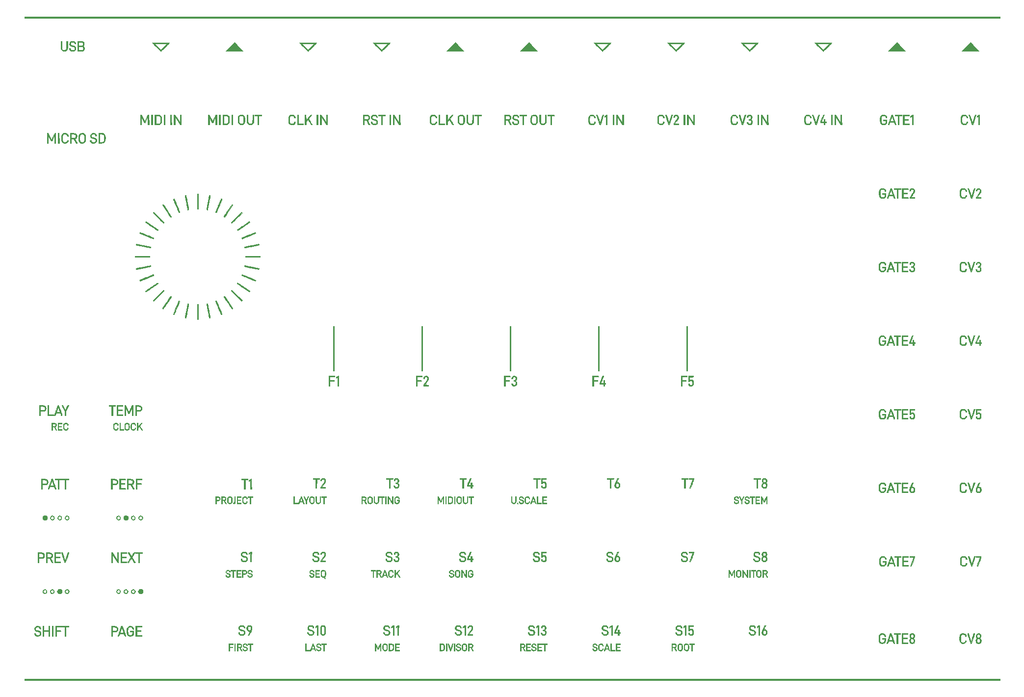
<source format=gto>
G04 #@! TF.GenerationSoftware,KiCad,Pcbnew,(5.0.2)-1*
G04 #@! TF.CreationDate,2019-04-08T13:39:08+02:00*
G04 #@! TF.ProjectId,frontpanel,66726f6e-7470-4616-9e65-6c2e6b696361,rev?*
G04 #@! TF.SameCoordinates,Original*
G04 #@! TF.FileFunction,Legend,Top*
G04 #@! TF.FilePolarity,Positive*
%FSLAX46Y46*%
G04 Gerber Fmt 4.6, Leading zero omitted, Abs format (unit mm)*
G04 Created by KiCad (PCBNEW (5.0.2)-1) date 04/08/19 13:39:08*
%MOMM*%
%LPD*%
G01*
G04 APERTURE LIST*
%ADD10C,0.010000*%
G04 APERTURE END LIST*
D10*
G04 #@! TO.C,G\002A\002A\002A*
G36*
X246392719Y-148584708D02*
X246399020Y-148717000D01*
X78077647Y-148717000D01*
X78083948Y-148584708D01*
X78090250Y-148452416D01*
X246386417Y-148452416D01*
X246392719Y-148584708D01*
X246392719Y-148584708D01*
G37*
X246392719Y-148584708D02*
X246399020Y-148717000D01*
X78077647Y-148717000D01*
X78083948Y-148584708D01*
X78090250Y-148452416D01*
X246386417Y-148452416D01*
X246392719Y-148584708D01*
G36*
X116260497Y-142373323D02*
X116305147Y-142387659D01*
X116348496Y-142413349D01*
X116419007Y-142473749D01*
X116476282Y-142545898D01*
X116511478Y-142617166D01*
X116518334Y-142655880D01*
X116510431Y-142692107D01*
X116478451Y-142704869D01*
X116457128Y-142705666D01*
X116409360Y-142696896D01*
X116385701Y-142662358D01*
X116381476Y-142647458D01*
X116341658Y-142567527D01*
X116272613Y-142510464D01*
X116182830Y-142479911D01*
X116080799Y-142479512D01*
X116022570Y-142493454D01*
X115943975Y-142535461D01*
X115898577Y-142600952D01*
X115883357Y-142694380D01*
X115883334Y-142698968D01*
X115895058Y-142777199D01*
X115933676Y-142833628D01*
X116004353Y-142873136D01*
X116092771Y-142896919D01*
X116210605Y-142921829D01*
X116295933Y-142944365D01*
X116358135Y-142968286D01*
X116406592Y-142997354D01*
X116450684Y-143035329D01*
X116459358Y-143043877D01*
X116505111Y-143093236D01*
X116529052Y-143135207D01*
X116538149Y-143187571D01*
X116539421Y-143248218D01*
X116525838Y-143368609D01*
X116483353Y-143460821D01*
X116409102Y-143530053D01*
X116372564Y-143551110D01*
X116275109Y-143585907D01*
X116161776Y-143604189D01*
X116052017Y-143603870D01*
X115989940Y-143592143D01*
X115918966Y-143563038D01*
X115854980Y-143526049D01*
X115810781Y-143481677D01*
X115769004Y-143419010D01*
X115736558Y-143351632D01*
X115720352Y-143293127D01*
X115722246Y-143265040D01*
X115750725Y-143240306D01*
X115795835Y-143235765D01*
X115837582Y-143250383D01*
X115854232Y-143271875D01*
X115888012Y-143363106D01*
X115924690Y-143421501D01*
X115973928Y-143456012D01*
X116045388Y-143475591D01*
X116079807Y-143480900D01*
X116186392Y-143483162D01*
X116280085Y-143462049D01*
X116350859Y-143420816D01*
X116380609Y-143383273D01*
X116410347Y-143284693D01*
X116397887Y-143186548D01*
X116388186Y-143162294D01*
X116348953Y-143116829D01*
X116274054Y-143077313D01*
X116160969Y-143042636D01*
X116073298Y-143023606D01*
X115937920Y-142983645D01*
X115838450Y-142922463D01*
X115773472Y-142838816D01*
X115741665Y-142732174D01*
X115747623Y-142624369D01*
X115792506Y-142524304D01*
X115872906Y-142439532D01*
X115874147Y-142438581D01*
X115923031Y-142405701D01*
X115972272Y-142386058D01*
X116036568Y-142375490D01*
X116114518Y-142370512D01*
X116201597Y-142368458D01*
X116260497Y-142373323D01*
X116260497Y-142373323D01*
G37*
X116260497Y-142373323D02*
X116305147Y-142387659D01*
X116348496Y-142413349D01*
X116419007Y-142473749D01*
X116476282Y-142545898D01*
X116511478Y-142617166D01*
X116518334Y-142655880D01*
X116510431Y-142692107D01*
X116478451Y-142704869D01*
X116457128Y-142705666D01*
X116409360Y-142696896D01*
X116385701Y-142662358D01*
X116381476Y-142647458D01*
X116341658Y-142567527D01*
X116272613Y-142510464D01*
X116182830Y-142479911D01*
X116080799Y-142479512D01*
X116022570Y-142493454D01*
X115943975Y-142535461D01*
X115898577Y-142600952D01*
X115883357Y-142694380D01*
X115883334Y-142698968D01*
X115895058Y-142777199D01*
X115933676Y-142833628D01*
X116004353Y-142873136D01*
X116092771Y-142896919D01*
X116210605Y-142921829D01*
X116295933Y-142944365D01*
X116358135Y-142968286D01*
X116406592Y-142997354D01*
X116450684Y-143035329D01*
X116459358Y-143043877D01*
X116505111Y-143093236D01*
X116529052Y-143135207D01*
X116538149Y-143187571D01*
X116539421Y-143248218D01*
X116525838Y-143368609D01*
X116483353Y-143460821D01*
X116409102Y-143530053D01*
X116372564Y-143551110D01*
X116275109Y-143585907D01*
X116161776Y-143604189D01*
X116052017Y-143603870D01*
X115989940Y-143592143D01*
X115918966Y-143563038D01*
X115854980Y-143526049D01*
X115810781Y-143481677D01*
X115769004Y-143419010D01*
X115736558Y-143351632D01*
X115720352Y-143293127D01*
X115722246Y-143265040D01*
X115750725Y-143240306D01*
X115795835Y-143235765D01*
X115837582Y-143250383D01*
X115854232Y-143271875D01*
X115888012Y-143363106D01*
X115924690Y-143421501D01*
X115973928Y-143456012D01*
X116045388Y-143475591D01*
X116079807Y-143480900D01*
X116186392Y-143483162D01*
X116280085Y-143462049D01*
X116350859Y-143420816D01*
X116380609Y-143383273D01*
X116410347Y-143284693D01*
X116397887Y-143186548D01*
X116388186Y-143162294D01*
X116348953Y-143116829D01*
X116274054Y-143077313D01*
X116160969Y-143042636D01*
X116073298Y-143023606D01*
X115937920Y-142983645D01*
X115838450Y-142922463D01*
X115773472Y-142838816D01*
X115741665Y-142732174D01*
X115747623Y-142624369D01*
X115792506Y-142524304D01*
X115872906Y-142439532D01*
X115874147Y-142438581D01*
X115923031Y-142405701D01*
X115972272Y-142386058D01*
X116036568Y-142375490D01*
X116114518Y-142370512D01*
X116201597Y-142368458D01*
X116260497Y-142373323D01*
G36*
X128960497Y-142373323D02*
X129005147Y-142387659D01*
X129048496Y-142413349D01*
X129119007Y-142473749D01*
X129176282Y-142545898D01*
X129211478Y-142617166D01*
X129218334Y-142655880D01*
X129210431Y-142692107D01*
X129178451Y-142704869D01*
X129157128Y-142705666D01*
X129109360Y-142696896D01*
X129085701Y-142662358D01*
X129081476Y-142647458D01*
X129041658Y-142567527D01*
X128972613Y-142510464D01*
X128882830Y-142479911D01*
X128780799Y-142479512D01*
X128722570Y-142493454D01*
X128643975Y-142535461D01*
X128598577Y-142600952D01*
X128583357Y-142694380D01*
X128583334Y-142698968D01*
X128595058Y-142777199D01*
X128633676Y-142833628D01*
X128704353Y-142873136D01*
X128792771Y-142896919D01*
X128910605Y-142921829D01*
X128995933Y-142944365D01*
X129058135Y-142968286D01*
X129106592Y-142997354D01*
X129150684Y-143035329D01*
X129159358Y-143043877D01*
X129205111Y-143093236D01*
X129229052Y-143135207D01*
X129238149Y-143187571D01*
X129239421Y-143248218D01*
X129225838Y-143368609D01*
X129183353Y-143460821D01*
X129109102Y-143530053D01*
X129072564Y-143551110D01*
X128975109Y-143585907D01*
X128861776Y-143604189D01*
X128752017Y-143603870D01*
X128689940Y-143592143D01*
X128618966Y-143563038D01*
X128554980Y-143526049D01*
X128510781Y-143481677D01*
X128469004Y-143419010D01*
X128436558Y-143351632D01*
X128420352Y-143293127D01*
X128422246Y-143265040D01*
X128450725Y-143240306D01*
X128495835Y-143235765D01*
X128537582Y-143250383D01*
X128554232Y-143271875D01*
X128588012Y-143363106D01*
X128624690Y-143421501D01*
X128673928Y-143456012D01*
X128745388Y-143475591D01*
X128779807Y-143480900D01*
X128886392Y-143483162D01*
X128980085Y-143462049D01*
X129050859Y-143420816D01*
X129080609Y-143383273D01*
X129110347Y-143284693D01*
X129097887Y-143186548D01*
X129088186Y-143162294D01*
X129048953Y-143116829D01*
X128974054Y-143077313D01*
X128860969Y-143042636D01*
X128773298Y-143023606D01*
X128637920Y-142983645D01*
X128538450Y-142922463D01*
X128473472Y-142838816D01*
X128441665Y-142732174D01*
X128447623Y-142624369D01*
X128492506Y-142524304D01*
X128572906Y-142439532D01*
X128574147Y-142438581D01*
X128623031Y-142405701D01*
X128672272Y-142386058D01*
X128736568Y-142375490D01*
X128814518Y-142370512D01*
X128901597Y-142368458D01*
X128960497Y-142373323D01*
X128960497Y-142373323D01*
G37*
X128960497Y-142373323D02*
X129005147Y-142387659D01*
X129048496Y-142413349D01*
X129119007Y-142473749D01*
X129176282Y-142545898D01*
X129211478Y-142617166D01*
X129218334Y-142655880D01*
X129210431Y-142692107D01*
X129178451Y-142704869D01*
X129157128Y-142705666D01*
X129109360Y-142696896D01*
X129085701Y-142662358D01*
X129081476Y-142647458D01*
X129041658Y-142567527D01*
X128972613Y-142510464D01*
X128882830Y-142479911D01*
X128780799Y-142479512D01*
X128722570Y-142493454D01*
X128643975Y-142535461D01*
X128598577Y-142600952D01*
X128583357Y-142694380D01*
X128583334Y-142698968D01*
X128595058Y-142777199D01*
X128633676Y-142833628D01*
X128704353Y-142873136D01*
X128792771Y-142896919D01*
X128910605Y-142921829D01*
X128995933Y-142944365D01*
X129058135Y-142968286D01*
X129106592Y-142997354D01*
X129150684Y-143035329D01*
X129159358Y-143043877D01*
X129205111Y-143093236D01*
X129229052Y-143135207D01*
X129238149Y-143187571D01*
X129239421Y-143248218D01*
X129225838Y-143368609D01*
X129183353Y-143460821D01*
X129109102Y-143530053D01*
X129072564Y-143551110D01*
X128975109Y-143585907D01*
X128861776Y-143604189D01*
X128752017Y-143603870D01*
X128689940Y-143592143D01*
X128618966Y-143563038D01*
X128554980Y-143526049D01*
X128510781Y-143481677D01*
X128469004Y-143419010D01*
X128436558Y-143351632D01*
X128420352Y-143293127D01*
X128422246Y-143265040D01*
X128450725Y-143240306D01*
X128495835Y-143235765D01*
X128537582Y-143250383D01*
X128554232Y-143271875D01*
X128588012Y-143363106D01*
X128624690Y-143421501D01*
X128673928Y-143456012D01*
X128745388Y-143475591D01*
X128779807Y-143480900D01*
X128886392Y-143483162D01*
X128980085Y-143462049D01*
X129050859Y-143420816D01*
X129080609Y-143383273D01*
X129110347Y-143284693D01*
X129097887Y-143186548D01*
X129088186Y-143162294D01*
X129048953Y-143116829D01*
X128974054Y-143077313D01*
X128860969Y-143042636D01*
X128773298Y-143023606D01*
X128637920Y-142983645D01*
X128538450Y-142922463D01*
X128473472Y-142838816D01*
X128441665Y-142732174D01*
X128447623Y-142624369D01*
X128492506Y-142524304D01*
X128572906Y-142439532D01*
X128574147Y-142438581D01*
X128623031Y-142405701D01*
X128672272Y-142386058D01*
X128736568Y-142375490D01*
X128814518Y-142370512D01*
X128901597Y-142368458D01*
X128960497Y-142373323D01*
G36*
X140399031Y-142378131D02*
X140497599Y-142414584D01*
X140581539Y-142480947D01*
X140599995Y-142500977D01*
X140637105Y-142549052D01*
X140664094Y-142601122D01*
X140682444Y-142664724D01*
X140693632Y-142747396D01*
X140699139Y-142856674D01*
X140700445Y-143000096D01*
X140700414Y-143012583D01*
X140696265Y-143167929D01*
X140683356Y-143288339D01*
X140659395Y-143380714D01*
X140622091Y-143451955D01*
X140569154Y-143508962D01*
X140524615Y-143542091D01*
X140422521Y-143588002D01*
X140301953Y-143609196D01*
X140180021Y-143603885D01*
X140108584Y-143585537D01*
X140041016Y-143549243D01*
X139974274Y-143495917D01*
X139956137Y-143476987D01*
X139908678Y-143408431D01*
X139875343Y-143324188D01*
X139854946Y-143217942D01*
X139846303Y-143083380D01*
X139847484Y-142979725D01*
X139992167Y-142979725D01*
X139994565Y-143129280D01*
X140003355Y-143242933D01*
X140020933Y-143326926D01*
X140049694Y-143387500D01*
X140092033Y-143430897D01*
X140150345Y-143463360D01*
X140182667Y-143476148D01*
X140244662Y-143484157D01*
X140324644Y-143476569D01*
X140402719Y-143456686D01*
X140454960Y-143430969D01*
X140496326Y-143390752D01*
X140526132Y-143336373D01*
X140545978Y-143261225D01*
X140557462Y-143158701D01*
X140562181Y-143022194D01*
X140562472Y-142986553D01*
X140558994Y-142826238D01*
X140545188Y-142703190D01*
X140518500Y-142613063D01*
X140476372Y-142551510D01*
X140416248Y-142514184D01*
X140335571Y-142496739D01*
X140272788Y-142494000D01*
X140181410Y-142500033D01*
X140111572Y-142521206D01*
X140060612Y-142562128D01*
X140025866Y-142627409D01*
X140004671Y-142721659D01*
X139994363Y-142849487D01*
X139992167Y-142979725D01*
X139847484Y-142979725D01*
X139848231Y-142914186D01*
X139848621Y-142903717D01*
X139853803Y-142791199D01*
X139860468Y-142710885D01*
X139870508Y-142652648D01*
X139885812Y-142606362D01*
X139908273Y-142561899D01*
X139914449Y-142551209D01*
X139992358Y-142457090D01*
X140096288Y-142396300D01*
X140226340Y-142368786D01*
X140274696Y-142367000D01*
X140399031Y-142378131D01*
X140399031Y-142378131D01*
G37*
X140399031Y-142378131D02*
X140497599Y-142414584D01*
X140581539Y-142480947D01*
X140599995Y-142500977D01*
X140637105Y-142549052D01*
X140664094Y-142601122D01*
X140682444Y-142664724D01*
X140693632Y-142747396D01*
X140699139Y-142856674D01*
X140700445Y-143000096D01*
X140700414Y-143012583D01*
X140696265Y-143167929D01*
X140683356Y-143288339D01*
X140659395Y-143380714D01*
X140622091Y-143451955D01*
X140569154Y-143508962D01*
X140524615Y-143542091D01*
X140422521Y-143588002D01*
X140301953Y-143609196D01*
X140180021Y-143603885D01*
X140108584Y-143585537D01*
X140041016Y-143549243D01*
X139974274Y-143495917D01*
X139956137Y-143476987D01*
X139908678Y-143408431D01*
X139875343Y-143324188D01*
X139854946Y-143217942D01*
X139846303Y-143083380D01*
X139847484Y-142979725D01*
X139992167Y-142979725D01*
X139994565Y-143129280D01*
X140003355Y-143242933D01*
X140020933Y-143326926D01*
X140049694Y-143387500D01*
X140092033Y-143430897D01*
X140150345Y-143463360D01*
X140182667Y-143476148D01*
X140244662Y-143484157D01*
X140324644Y-143476569D01*
X140402719Y-143456686D01*
X140454960Y-143430969D01*
X140496326Y-143390752D01*
X140526132Y-143336373D01*
X140545978Y-143261225D01*
X140557462Y-143158701D01*
X140562181Y-143022194D01*
X140562472Y-142986553D01*
X140558994Y-142826238D01*
X140545188Y-142703190D01*
X140518500Y-142613063D01*
X140476372Y-142551510D01*
X140416248Y-142514184D01*
X140335571Y-142496739D01*
X140272788Y-142494000D01*
X140181410Y-142500033D01*
X140111572Y-142521206D01*
X140060612Y-142562128D01*
X140025866Y-142627409D01*
X140004671Y-142721659D01*
X139994363Y-142849487D01*
X139992167Y-142979725D01*
X139847484Y-142979725D01*
X139848231Y-142914186D01*
X139848621Y-142903717D01*
X139853803Y-142791199D01*
X139860468Y-142710885D01*
X139870508Y-142652648D01*
X139885812Y-142606362D01*
X139908273Y-142561899D01*
X139914449Y-142551209D01*
X139992358Y-142457090D01*
X140096288Y-142396300D01*
X140226340Y-142368786D01*
X140274696Y-142367000D01*
X140399031Y-142378131D01*
G36*
X153069330Y-142373323D02*
X153113980Y-142387659D01*
X153157330Y-142413349D01*
X153227840Y-142473749D01*
X153285116Y-142545898D01*
X153320312Y-142617166D01*
X153327167Y-142655880D01*
X153319264Y-142692107D01*
X153287284Y-142704869D01*
X153265961Y-142705666D01*
X153218193Y-142696896D01*
X153194534Y-142662358D01*
X153190309Y-142647458D01*
X153150491Y-142567527D01*
X153081446Y-142510464D01*
X152991663Y-142479911D01*
X152889632Y-142479512D01*
X152831403Y-142493454D01*
X152752809Y-142535461D01*
X152707410Y-142600952D01*
X152692191Y-142694380D01*
X152692167Y-142698968D01*
X152703891Y-142777199D01*
X152742509Y-142833628D01*
X152813186Y-142873136D01*
X152901605Y-142896919D01*
X153019439Y-142921829D01*
X153104767Y-142944365D01*
X153166969Y-142968286D01*
X153215426Y-142997354D01*
X153259517Y-143035329D01*
X153268191Y-143043877D01*
X153313944Y-143093236D01*
X153337885Y-143135207D01*
X153346982Y-143187571D01*
X153348254Y-143248218D01*
X153334671Y-143368609D01*
X153292186Y-143460821D01*
X153217936Y-143530053D01*
X153181397Y-143551110D01*
X153083943Y-143585907D01*
X152970610Y-143604189D01*
X152860850Y-143603870D01*
X152798773Y-143592143D01*
X152727800Y-143563038D01*
X152663814Y-143526049D01*
X152619614Y-143481677D01*
X152577837Y-143419010D01*
X152545392Y-143351632D01*
X152529185Y-143293127D01*
X152531080Y-143265040D01*
X152559559Y-143240306D01*
X152604669Y-143235765D01*
X152646415Y-143250383D01*
X152663065Y-143271875D01*
X152696845Y-143363106D01*
X152733524Y-143421501D01*
X152782762Y-143456012D01*
X152854221Y-143475591D01*
X152888640Y-143480900D01*
X152995225Y-143483162D01*
X153088918Y-143462049D01*
X153159692Y-143420816D01*
X153189442Y-143383273D01*
X153219180Y-143284693D01*
X153206720Y-143186548D01*
X153197019Y-143162294D01*
X153157786Y-143116829D01*
X153082887Y-143077313D01*
X152969803Y-143042636D01*
X152882131Y-143023606D01*
X152746754Y-142983645D01*
X152647284Y-142922463D01*
X152582306Y-142838816D01*
X152550499Y-142732174D01*
X152556456Y-142624369D01*
X152601339Y-142524304D01*
X152681740Y-142439532D01*
X152682981Y-142438581D01*
X152731864Y-142405701D01*
X152781105Y-142386058D01*
X152845401Y-142375490D01*
X152923351Y-142370512D01*
X153010430Y-142368458D01*
X153069330Y-142373323D01*
X153069330Y-142373323D01*
G37*
X153069330Y-142373323D02*
X153113980Y-142387659D01*
X153157330Y-142413349D01*
X153227840Y-142473749D01*
X153285116Y-142545898D01*
X153320312Y-142617166D01*
X153327167Y-142655880D01*
X153319264Y-142692107D01*
X153287284Y-142704869D01*
X153265961Y-142705666D01*
X153218193Y-142696896D01*
X153194534Y-142662358D01*
X153190309Y-142647458D01*
X153150491Y-142567527D01*
X153081446Y-142510464D01*
X152991663Y-142479911D01*
X152889632Y-142479512D01*
X152831403Y-142493454D01*
X152752809Y-142535461D01*
X152707410Y-142600952D01*
X152692191Y-142694380D01*
X152692167Y-142698968D01*
X152703891Y-142777199D01*
X152742509Y-142833628D01*
X152813186Y-142873136D01*
X152901605Y-142896919D01*
X153019439Y-142921829D01*
X153104767Y-142944365D01*
X153166969Y-142968286D01*
X153215426Y-142997354D01*
X153259517Y-143035329D01*
X153268191Y-143043877D01*
X153313944Y-143093236D01*
X153337885Y-143135207D01*
X153346982Y-143187571D01*
X153348254Y-143248218D01*
X153334671Y-143368609D01*
X153292186Y-143460821D01*
X153217936Y-143530053D01*
X153181397Y-143551110D01*
X153083943Y-143585907D01*
X152970610Y-143604189D01*
X152860850Y-143603870D01*
X152798773Y-143592143D01*
X152727800Y-143563038D01*
X152663814Y-143526049D01*
X152619614Y-143481677D01*
X152577837Y-143419010D01*
X152545392Y-143351632D01*
X152529185Y-143293127D01*
X152531080Y-143265040D01*
X152559559Y-143240306D01*
X152604669Y-143235765D01*
X152646415Y-143250383D01*
X152663065Y-143271875D01*
X152696845Y-143363106D01*
X152733524Y-143421501D01*
X152782762Y-143456012D01*
X152854221Y-143475591D01*
X152888640Y-143480900D01*
X152995225Y-143483162D01*
X153088918Y-143462049D01*
X153159692Y-143420816D01*
X153189442Y-143383273D01*
X153219180Y-143284693D01*
X153206720Y-143186548D01*
X153197019Y-143162294D01*
X153157786Y-143116829D01*
X153082887Y-143077313D01*
X152969803Y-143042636D01*
X152882131Y-143023606D01*
X152746754Y-142983645D01*
X152647284Y-142922463D01*
X152582306Y-142838816D01*
X152550499Y-142732174D01*
X152556456Y-142624369D01*
X152601339Y-142524304D01*
X152681740Y-142439532D01*
X152682981Y-142438581D01*
X152731864Y-142405701D01*
X152781105Y-142386058D01*
X152845401Y-142375490D01*
X152923351Y-142370512D01*
X153010430Y-142368458D01*
X153069330Y-142373323D01*
G36*
X154093865Y-142378131D02*
X154192432Y-142414584D01*
X154276372Y-142480947D01*
X154294828Y-142500977D01*
X154331938Y-142549052D01*
X154358928Y-142601122D01*
X154377277Y-142664724D01*
X154388466Y-142747396D01*
X154393973Y-142856674D01*
X154395278Y-143000096D01*
X154395247Y-143012583D01*
X154391098Y-143167929D01*
X154378189Y-143288339D01*
X154354228Y-143380714D01*
X154316924Y-143451955D01*
X154263987Y-143508962D01*
X154219448Y-143542091D01*
X154117355Y-143588002D01*
X153996787Y-143609196D01*
X153874854Y-143603885D01*
X153803417Y-143585537D01*
X153735850Y-143549243D01*
X153669108Y-143495917D01*
X153650970Y-143476987D01*
X153603512Y-143408431D01*
X153570176Y-143324188D01*
X153549779Y-143217942D01*
X153541137Y-143083380D01*
X153542317Y-142979725D01*
X153687000Y-142979725D01*
X153689398Y-143129280D01*
X153698188Y-143242933D01*
X153715766Y-143326926D01*
X153744527Y-143387500D01*
X153786866Y-143430897D01*
X153845179Y-143463360D01*
X153877500Y-143476148D01*
X153939496Y-143484157D01*
X154019478Y-143476569D01*
X154097552Y-143456686D01*
X154149793Y-143430969D01*
X154191159Y-143390752D01*
X154220966Y-143336373D01*
X154240811Y-143261225D01*
X154252295Y-143158701D01*
X154257014Y-143022194D01*
X154257305Y-142986553D01*
X154253827Y-142826238D01*
X154240022Y-142703190D01*
X154213333Y-142613063D01*
X154171205Y-142551510D01*
X154111081Y-142514184D01*
X154030405Y-142496739D01*
X153967621Y-142494000D01*
X153876243Y-142500033D01*
X153806406Y-142521206D01*
X153755446Y-142562128D01*
X153720699Y-142627409D01*
X153699504Y-142721659D01*
X153689197Y-142849487D01*
X153687000Y-142979725D01*
X153542317Y-142979725D01*
X153543064Y-142914186D01*
X153543454Y-142903717D01*
X153548637Y-142791199D01*
X153555302Y-142710885D01*
X153565341Y-142652648D01*
X153580646Y-142606362D01*
X153603107Y-142561899D01*
X153609282Y-142551209D01*
X153687192Y-142457090D01*
X153791121Y-142396300D01*
X153921173Y-142368786D01*
X153969530Y-142367000D01*
X154093865Y-142378131D01*
X154093865Y-142378131D01*
G37*
X154093865Y-142378131D02*
X154192432Y-142414584D01*
X154276372Y-142480947D01*
X154294828Y-142500977D01*
X154331938Y-142549052D01*
X154358928Y-142601122D01*
X154377277Y-142664724D01*
X154388466Y-142747396D01*
X154393973Y-142856674D01*
X154395278Y-143000096D01*
X154395247Y-143012583D01*
X154391098Y-143167929D01*
X154378189Y-143288339D01*
X154354228Y-143380714D01*
X154316924Y-143451955D01*
X154263987Y-143508962D01*
X154219448Y-143542091D01*
X154117355Y-143588002D01*
X153996787Y-143609196D01*
X153874854Y-143603885D01*
X153803417Y-143585537D01*
X153735850Y-143549243D01*
X153669108Y-143495917D01*
X153650970Y-143476987D01*
X153603512Y-143408431D01*
X153570176Y-143324188D01*
X153549779Y-143217942D01*
X153541137Y-143083380D01*
X153542317Y-142979725D01*
X153687000Y-142979725D01*
X153689398Y-143129280D01*
X153698188Y-143242933D01*
X153715766Y-143326926D01*
X153744527Y-143387500D01*
X153786866Y-143430897D01*
X153845179Y-143463360D01*
X153877500Y-143476148D01*
X153939496Y-143484157D01*
X154019478Y-143476569D01*
X154097552Y-143456686D01*
X154149793Y-143430969D01*
X154191159Y-143390752D01*
X154220966Y-143336373D01*
X154240811Y-143261225D01*
X154252295Y-143158701D01*
X154257014Y-143022194D01*
X154257305Y-142986553D01*
X154253827Y-142826238D01*
X154240022Y-142703190D01*
X154213333Y-142613063D01*
X154171205Y-142551510D01*
X154111081Y-142514184D01*
X154030405Y-142496739D01*
X153967621Y-142494000D01*
X153876243Y-142500033D01*
X153806406Y-142521206D01*
X153755446Y-142562128D01*
X153720699Y-142627409D01*
X153699504Y-142721659D01*
X153689197Y-142849487D01*
X153687000Y-142979725D01*
X153542317Y-142979725D01*
X153543064Y-142914186D01*
X153543454Y-142903717D01*
X153548637Y-142791199D01*
X153555302Y-142710885D01*
X153565341Y-142652648D01*
X153580646Y-142606362D01*
X153603107Y-142561899D01*
X153609282Y-142551209D01*
X153687192Y-142457090D01*
X153791121Y-142396300D01*
X153921173Y-142368786D01*
X153969530Y-142367000D01*
X154093865Y-142378131D01*
G36*
X166086830Y-142373323D02*
X166131480Y-142387659D01*
X166174830Y-142413349D01*
X166245340Y-142473749D01*
X166302616Y-142545898D01*
X166337812Y-142617166D01*
X166344667Y-142655880D01*
X166336764Y-142692107D01*
X166304784Y-142704869D01*
X166283461Y-142705666D01*
X166235693Y-142696896D01*
X166212034Y-142662358D01*
X166207809Y-142647458D01*
X166167991Y-142567527D01*
X166098946Y-142510464D01*
X166009163Y-142479911D01*
X165907132Y-142479512D01*
X165848903Y-142493454D01*
X165770309Y-142535461D01*
X165724910Y-142600952D01*
X165709691Y-142694380D01*
X165709667Y-142698968D01*
X165721391Y-142777199D01*
X165760009Y-142833628D01*
X165830686Y-142873136D01*
X165919105Y-142896919D01*
X166036939Y-142921829D01*
X166122267Y-142944365D01*
X166184469Y-142968286D01*
X166232926Y-142997354D01*
X166277017Y-143035329D01*
X166285691Y-143043877D01*
X166331444Y-143093236D01*
X166355385Y-143135207D01*
X166364482Y-143187571D01*
X166365754Y-143248218D01*
X166352171Y-143368609D01*
X166309686Y-143460821D01*
X166235436Y-143530053D01*
X166198897Y-143551110D01*
X166101443Y-143585907D01*
X165988110Y-143604189D01*
X165878350Y-143603870D01*
X165816273Y-143592143D01*
X165745300Y-143563038D01*
X165681314Y-143526049D01*
X165637114Y-143481677D01*
X165595337Y-143419010D01*
X165562892Y-143351632D01*
X165546685Y-143293127D01*
X165548580Y-143265040D01*
X165577059Y-143240306D01*
X165622169Y-143235765D01*
X165663915Y-143250383D01*
X165680565Y-143271875D01*
X165714345Y-143363106D01*
X165751024Y-143421501D01*
X165800262Y-143456012D01*
X165871721Y-143475591D01*
X165906140Y-143480900D01*
X166012725Y-143483162D01*
X166106418Y-143462049D01*
X166177192Y-143420816D01*
X166206942Y-143383273D01*
X166236680Y-143284693D01*
X166224220Y-143186548D01*
X166214519Y-143162294D01*
X166175286Y-143116829D01*
X166100387Y-143077313D01*
X165987303Y-143042636D01*
X165899631Y-143023606D01*
X165764254Y-142983645D01*
X165664784Y-142922463D01*
X165599806Y-142838816D01*
X165567999Y-142732174D01*
X165573956Y-142624369D01*
X165618839Y-142524304D01*
X165699240Y-142439532D01*
X165700481Y-142438581D01*
X165749364Y-142405701D01*
X165798605Y-142386058D01*
X165862901Y-142375490D01*
X165940851Y-142370512D01*
X166027930Y-142368458D01*
X166086830Y-142373323D01*
X166086830Y-142373323D01*
G37*
X166086830Y-142373323D02*
X166131480Y-142387659D01*
X166174830Y-142413349D01*
X166245340Y-142473749D01*
X166302616Y-142545898D01*
X166337812Y-142617166D01*
X166344667Y-142655880D01*
X166336764Y-142692107D01*
X166304784Y-142704869D01*
X166283461Y-142705666D01*
X166235693Y-142696896D01*
X166212034Y-142662358D01*
X166207809Y-142647458D01*
X166167991Y-142567527D01*
X166098946Y-142510464D01*
X166009163Y-142479911D01*
X165907132Y-142479512D01*
X165848903Y-142493454D01*
X165770309Y-142535461D01*
X165724910Y-142600952D01*
X165709691Y-142694380D01*
X165709667Y-142698968D01*
X165721391Y-142777199D01*
X165760009Y-142833628D01*
X165830686Y-142873136D01*
X165919105Y-142896919D01*
X166036939Y-142921829D01*
X166122267Y-142944365D01*
X166184469Y-142968286D01*
X166232926Y-142997354D01*
X166277017Y-143035329D01*
X166285691Y-143043877D01*
X166331444Y-143093236D01*
X166355385Y-143135207D01*
X166364482Y-143187571D01*
X166365754Y-143248218D01*
X166352171Y-143368609D01*
X166309686Y-143460821D01*
X166235436Y-143530053D01*
X166198897Y-143551110D01*
X166101443Y-143585907D01*
X165988110Y-143604189D01*
X165878350Y-143603870D01*
X165816273Y-143592143D01*
X165745300Y-143563038D01*
X165681314Y-143526049D01*
X165637114Y-143481677D01*
X165595337Y-143419010D01*
X165562892Y-143351632D01*
X165546685Y-143293127D01*
X165548580Y-143265040D01*
X165577059Y-143240306D01*
X165622169Y-143235765D01*
X165663915Y-143250383D01*
X165680565Y-143271875D01*
X165714345Y-143363106D01*
X165751024Y-143421501D01*
X165800262Y-143456012D01*
X165871721Y-143475591D01*
X165906140Y-143480900D01*
X166012725Y-143483162D01*
X166106418Y-143462049D01*
X166177192Y-143420816D01*
X166206942Y-143383273D01*
X166236680Y-143284693D01*
X166224220Y-143186548D01*
X166214519Y-143162294D01*
X166175286Y-143116829D01*
X166100387Y-143077313D01*
X165987303Y-143042636D01*
X165899631Y-143023606D01*
X165764254Y-142983645D01*
X165664784Y-142922463D01*
X165599806Y-142838816D01*
X165567999Y-142732174D01*
X165573956Y-142624369D01*
X165618839Y-142524304D01*
X165699240Y-142439532D01*
X165700481Y-142438581D01*
X165749364Y-142405701D01*
X165798605Y-142386058D01*
X165862901Y-142375490D01*
X165940851Y-142370512D01*
X166027930Y-142368458D01*
X166086830Y-142373323D01*
G36*
X176510527Y-142370150D02*
X176637048Y-142387243D01*
X176732088Y-142426539D01*
X176802350Y-142491958D01*
X176845335Y-142565989D01*
X176875384Y-142638769D01*
X176882954Y-142681420D01*
X176866813Y-142700431D01*
X176825724Y-142702291D01*
X176819514Y-142701716D01*
X176771161Y-142689292D01*
X176742834Y-142655834D01*
X176729555Y-142621000D01*
X176684977Y-142546477D01*
X176610818Y-142498079D01*
X176512997Y-142478865D01*
X176458658Y-142480983D01*
X176351321Y-142505482D01*
X176278662Y-142553195D01*
X176238876Y-142625861D01*
X176229500Y-142701952D01*
X176241138Y-142771363D01*
X176278996Y-142825337D01*
X176347491Y-142866997D01*
X176451037Y-142899465D01*
X176532073Y-142915876D01*
X176680432Y-142955034D01*
X176791383Y-143013917D01*
X176865043Y-143092660D01*
X176901531Y-143191396D01*
X176900966Y-143310261D01*
X176897562Y-143330535D01*
X176859324Y-143426943D01*
X176788721Y-143506734D01*
X176693647Y-143566382D01*
X176581996Y-143602362D01*
X176461661Y-143611146D01*
X176340536Y-143589208D01*
X176328035Y-143584958D01*
X176219349Y-143526545D01*
X176138706Y-143441353D01*
X176110356Y-143388971D01*
X176083719Y-143310929D01*
X176084419Y-143262049D01*
X176113324Y-143238460D01*
X176144834Y-143234833D01*
X176194544Y-143243815D01*
X176208334Y-143267634D01*
X176226013Y-143335239D01*
X176271106Y-143402023D01*
X176331689Y-143451512D01*
X176346643Y-143458750D01*
X176439321Y-143482719D01*
X176536946Y-143484003D01*
X176627707Y-143464805D01*
X176699790Y-143427328D01*
X176735796Y-143386183D01*
X176753912Y-143323016D01*
X176757369Y-143243821D01*
X176746049Y-143171646D01*
X176737015Y-143149260D01*
X176710720Y-143114027D01*
X176669562Y-143086757D01*
X176605229Y-143063815D01*
X176509410Y-143041566D01*
X176475509Y-143034909D01*
X176388033Y-143015316D01*
X176308284Y-142992551D01*
X176252913Y-142971395D01*
X176251193Y-142970521D01*
X176173260Y-142907608D01*
X176121790Y-142817973D01*
X176102596Y-142711847D01*
X176102579Y-142708865D01*
X176120057Y-142589405D01*
X176173036Y-142492862D01*
X176261997Y-142418371D01*
X176264479Y-142416905D01*
X176320300Y-142387682D01*
X176371668Y-142372348D01*
X176434866Y-142367808D01*
X176510527Y-142370150D01*
X176510527Y-142370150D01*
G37*
X176510527Y-142370150D02*
X176637048Y-142387243D01*
X176732088Y-142426539D01*
X176802350Y-142491958D01*
X176845335Y-142565989D01*
X176875384Y-142638769D01*
X176882954Y-142681420D01*
X176866813Y-142700431D01*
X176825724Y-142702291D01*
X176819514Y-142701716D01*
X176771161Y-142689292D01*
X176742834Y-142655834D01*
X176729555Y-142621000D01*
X176684977Y-142546477D01*
X176610818Y-142498079D01*
X176512997Y-142478865D01*
X176458658Y-142480983D01*
X176351321Y-142505482D01*
X176278662Y-142553195D01*
X176238876Y-142625861D01*
X176229500Y-142701952D01*
X176241138Y-142771363D01*
X176278996Y-142825337D01*
X176347491Y-142866997D01*
X176451037Y-142899465D01*
X176532073Y-142915876D01*
X176680432Y-142955034D01*
X176791383Y-143013917D01*
X176865043Y-143092660D01*
X176901531Y-143191396D01*
X176900966Y-143310261D01*
X176897562Y-143330535D01*
X176859324Y-143426943D01*
X176788721Y-143506734D01*
X176693647Y-143566382D01*
X176581996Y-143602362D01*
X176461661Y-143611146D01*
X176340536Y-143589208D01*
X176328035Y-143584958D01*
X176219349Y-143526545D01*
X176138706Y-143441353D01*
X176110356Y-143388971D01*
X176083719Y-143310929D01*
X176084419Y-143262049D01*
X176113324Y-143238460D01*
X176144834Y-143234833D01*
X176194544Y-143243815D01*
X176208334Y-143267634D01*
X176226013Y-143335239D01*
X176271106Y-143402023D01*
X176331689Y-143451512D01*
X176346643Y-143458750D01*
X176439321Y-143482719D01*
X176536946Y-143484003D01*
X176627707Y-143464805D01*
X176699790Y-143427328D01*
X176735796Y-143386183D01*
X176753912Y-143323016D01*
X176757369Y-143243821D01*
X176746049Y-143171646D01*
X176737015Y-143149260D01*
X176710720Y-143114027D01*
X176669562Y-143086757D01*
X176605229Y-143063815D01*
X176509410Y-143041566D01*
X176475509Y-143034909D01*
X176388033Y-143015316D01*
X176308284Y-142992551D01*
X176252913Y-142971395D01*
X176251193Y-142970521D01*
X176173260Y-142907608D01*
X176121790Y-142817973D01*
X176102596Y-142711847D01*
X176102579Y-142708865D01*
X176120057Y-142589405D01*
X176173036Y-142492862D01*
X176261997Y-142418371D01*
X176264479Y-142416905D01*
X176320300Y-142387682D01*
X176371668Y-142372348D01*
X176434866Y-142367808D01*
X176510527Y-142370150D01*
G36*
X177612601Y-142371430D02*
X177704970Y-142391361D01*
X177717138Y-142396143D01*
X177804009Y-142451012D01*
X177876678Y-142529638D01*
X177926288Y-142619883D01*
X177944000Y-142707044D01*
X177933503Y-142737065D01*
X177895122Y-142747627D01*
X177879836Y-142748000D01*
X177832504Y-142740246D01*
X177808656Y-142721597D01*
X177808641Y-142721541D01*
X177773662Y-142616955D01*
X177729879Y-142548233D01*
X177669641Y-142508922D01*
X177585296Y-142492567D01*
X177535294Y-142490976D01*
X177414817Y-142505136D01*
X177325605Y-142547537D01*
X177267890Y-142618062D01*
X177262272Y-142630325D01*
X177248671Y-142688629D01*
X177239644Y-142787461D01*
X177235310Y-142925250D01*
X177234917Y-142991416D01*
X177235802Y-143116095D01*
X177239024Y-143206591D01*
X177245435Y-143271028D01*
X177255887Y-143317529D01*
X177271231Y-143354220D01*
X177273364Y-143358209D01*
X177330822Y-143426174D01*
X177408545Y-143468339D01*
X177497595Y-143485902D01*
X177589030Y-143480060D01*
X177673909Y-143452012D01*
X177743293Y-143402953D01*
X177788239Y-143334083D01*
X177799354Y-143287750D01*
X177810580Y-143242404D01*
X177839841Y-143225890D01*
X177869627Y-143224250D01*
X177918583Y-143233754D01*
X177938871Y-143264984D01*
X177931352Y-143322012D01*
X177904919Y-143391160D01*
X177841940Y-143484176D01*
X177750422Y-143554458D01*
X177639421Y-143598732D01*
X177517994Y-143613724D01*
X177395197Y-143596162D01*
X177365202Y-143586248D01*
X177253335Y-143524282D01*
X177169461Y-143431155D01*
X177137339Y-143372416D01*
X177121059Y-143329743D01*
X177109827Y-143278837D01*
X177102781Y-143211284D01*
X177099062Y-143118667D01*
X177097811Y-142992570D01*
X177097798Y-142985445D01*
X177100447Y-142825053D01*
X177110541Y-142700282D01*
X177130472Y-142604720D01*
X177162628Y-142531956D01*
X177209401Y-142475581D01*
X177273180Y-142429183D01*
X177313449Y-142407080D01*
X177398257Y-142379793D01*
X177504169Y-142367742D01*
X177612601Y-142371430D01*
X177612601Y-142371430D01*
G37*
X177612601Y-142371430D02*
X177704970Y-142391361D01*
X177717138Y-142396143D01*
X177804009Y-142451012D01*
X177876678Y-142529638D01*
X177926288Y-142619883D01*
X177944000Y-142707044D01*
X177933503Y-142737065D01*
X177895122Y-142747627D01*
X177879836Y-142748000D01*
X177832504Y-142740246D01*
X177808656Y-142721597D01*
X177808641Y-142721541D01*
X177773662Y-142616955D01*
X177729879Y-142548233D01*
X177669641Y-142508922D01*
X177585296Y-142492567D01*
X177535294Y-142490976D01*
X177414817Y-142505136D01*
X177325605Y-142547537D01*
X177267890Y-142618062D01*
X177262272Y-142630325D01*
X177248671Y-142688629D01*
X177239644Y-142787461D01*
X177235310Y-142925250D01*
X177234917Y-142991416D01*
X177235802Y-143116095D01*
X177239024Y-143206591D01*
X177245435Y-143271028D01*
X177255887Y-143317529D01*
X177271231Y-143354220D01*
X177273364Y-143358209D01*
X177330822Y-143426174D01*
X177408545Y-143468339D01*
X177497595Y-143485902D01*
X177589030Y-143480060D01*
X177673909Y-143452012D01*
X177743293Y-143402953D01*
X177788239Y-143334083D01*
X177799354Y-143287750D01*
X177810580Y-143242404D01*
X177839841Y-143225890D01*
X177869627Y-143224250D01*
X177918583Y-143233754D01*
X177938871Y-143264984D01*
X177931352Y-143322012D01*
X177904919Y-143391160D01*
X177841940Y-143484176D01*
X177750422Y-143554458D01*
X177639421Y-143598732D01*
X177517994Y-143613724D01*
X177395197Y-143596162D01*
X177365202Y-143586248D01*
X177253335Y-143524282D01*
X177169461Y-143431155D01*
X177137339Y-143372416D01*
X177121059Y-143329743D01*
X177109827Y-143278837D01*
X177102781Y-143211284D01*
X177099062Y-143118667D01*
X177097811Y-142992570D01*
X177097798Y-142985445D01*
X177100447Y-142825053D01*
X177110541Y-142700282D01*
X177130472Y-142604720D01*
X177162628Y-142531956D01*
X177209401Y-142475581D01*
X177273180Y-142429183D01*
X177313449Y-142407080D01*
X177398257Y-142379793D01*
X177504169Y-142367742D01*
X177612601Y-142371430D01*
G36*
X191326031Y-142378131D02*
X191424599Y-142414584D01*
X191508539Y-142480947D01*
X191526995Y-142500977D01*
X191564105Y-142549052D01*
X191591094Y-142601122D01*
X191609444Y-142664724D01*
X191620632Y-142747396D01*
X191626139Y-142856674D01*
X191627445Y-143000096D01*
X191627414Y-143012583D01*
X191623265Y-143167929D01*
X191610356Y-143288339D01*
X191586395Y-143380714D01*
X191549091Y-143451955D01*
X191496154Y-143508962D01*
X191451615Y-143542091D01*
X191349521Y-143588002D01*
X191228953Y-143609196D01*
X191107021Y-143603885D01*
X191035584Y-143585537D01*
X190968016Y-143549243D01*
X190901274Y-143495917D01*
X190883137Y-143476987D01*
X190835678Y-143408431D01*
X190802343Y-143324188D01*
X190781946Y-143217942D01*
X190773303Y-143083380D01*
X190774484Y-142979725D01*
X190919167Y-142979725D01*
X190921565Y-143129280D01*
X190930355Y-143242933D01*
X190947933Y-143326926D01*
X190976694Y-143387500D01*
X191019033Y-143430897D01*
X191077345Y-143463360D01*
X191109667Y-143476148D01*
X191171662Y-143484157D01*
X191251644Y-143476569D01*
X191329719Y-143456686D01*
X191381960Y-143430969D01*
X191423326Y-143390752D01*
X191453132Y-143336373D01*
X191472978Y-143261225D01*
X191484462Y-143158701D01*
X191489181Y-143022194D01*
X191489472Y-142986553D01*
X191485994Y-142826238D01*
X191472188Y-142703190D01*
X191445500Y-142613063D01*
X191403372Y-142551510D01*
X191343248Y-142514184D01*
X191262571Y-142496739D01*
X191199788Y-142494000D01*
X191108410Y-142500033D01*
X191038572Y-142521206D01*
X190987612Y-142562128D01*
X190952866Y-142627409D01*
X190931671Y-142721659D01*
X190921363Y-142849487D01*
X190919167Y-142979725D01*
X190774484Y-142979725D01*
X190775231Y-142914186D01*
X190775621Y-142903717D01*
X190780803Y-142791199D01*
X190787468Y-142710885D01*
X190797508Y-142652648D01*
X190812812Y-142606362D01*
X190835273Y-142561899D01*
X190841449Y-142551209D01*
X190919358Y-142457090D01*
X191023288Y-142396300D01*
X191153340Y-142368786D01*
X191201696Y-142367000D01*
X191326031Y-142378131D01*
X191326031Y-142378131D01*
G37*
X191326031Y-142378131D02*
X191424599Y-142414584D01*
X191508539Y-142480947D01*
X191526995Y-142500977D01*
X191564105Y-142549052D01*
X191591094Y-142601122D01*
X191609444Y-142664724D01*
X191620632Y-142747396D01*
X191626139Y-142856674D01*
X191627445Y-143000096D01*
X191627414Y-143012583D01*
X191623265Y-143167929D01*
X191610356Y-143288339D01*
X191586395Y-143380714D01*
X191549091Y-143451955D01*
X191496154Y-143508962D01*
X191451615Y-143542091D01*
X191349521Y-143588002D01*
X191228953Y-143609196D01*
X191107021Y-143603885D01*
X191035584Y-143585537D01*
X190968016Y-143549243D01*
X190901274Y-143495917D01*
X190883137Y-143476987D01*
X190835678Y-143408431D01*
X190802343Y-143324188D01*
X190781946Y-143217942D01*
X190773303Y-143083380D01*
X190774484Y-142979725D01*
X190919167Y-142979725D01*
X190921565Y-143129280D01*
X190930355Y-143242933D01*
X190947933Y-143326926D01*
X190976694Y-143387500D01*
X191019033Y-143430897D01*
X191077345Y-143463360D01*
X191109667Y-143476148D01*
X191171662Y-143484157D01*
X191251644Y-143476569D01*
X191329719Y-143456686D01*
X191381960Y-143430969D01*
X191423326Y-143390752D01*
X191453132Y-143336373D01*
X191472978Y-143261225D01*
X191484462Y-143158701D01*
X191489181Y-143022194D01*
X191489472Y-142986553D01*
X191485994Y-142826238D01*
X191472188Y-142703190D01*
X191445500Y-142613063D01*
X191403372Y-142551510D01*
X191343248Y-142514184D01*
X191262571Y-142496739D01*
X191199788Y-142494000D01*
X191108410Y-142500033D01*
X191038572Y-142521206D01*
X190987612Y-142562128D01*
X190952866Y-142627409D01*
X190931671Y-142721659D01*
X190921363Y-142849487D01*
X190919167Y-142979725D01*
X190774484Y-142979725D01*
X190775231Y-142914186D01*
X190775621Y-142903717D01*
X190780803Y-142791199D01*
X190787468Y-142710885D01*
X190797508Y-142652648D01*
X190812812Y-142606362D01*
X190835273Y-142561899D01*
X190841449Y-142551209D01*
X190919358Y-142457090D01*
X191023288Y-142396300D01*
X191153340Y-142368786D01*
X191201696Y-142367000D01*
X191326031Y-142378131D01*
G36*
X192405531Y-142378131D02*
X192504099Y-142414584D01*
X192588039Y-142480947D01*
X192606495Y-142500977D01*
X192643605Y-142549052D01*
X192670594Y-142601122D01*
X192688944Y-142664724D01*
X192700132Y-142747396D01*
X192705639Y-142856674D01*
X192706945Y-143000096D01*
X192706914Y-143012583D01*
X192702765Y-143167929D01*
X192689856Y-143288339D01*
X192665895Y-143380714D01*
X192628591Y-143451955D01*
X192575654Y-143508962D01*
X192531115Y-143542091D01*
X192429021Y-143588002D01*
X192308453Y-143609196D01*
X192186521Y-143603885D01*
X192115084Y-143585537D01*
X192047516Y-143549243D01*
X191980774Y-143495917D01*
X191962637Y-143476987D01*
X191915178Y-143408431D01*
X191881843Y-143324188D01*
X191861446Y-143217942D01*
X191852803Y-143083380D01*
X191853984Y-142979725D01*
X191998667Y-142979725D01*
X192001065Y-143129280D01*
X192009855Y-143242933D01*
X192027433Y-143326926D01*
X192056194Y-143387500D01*
X192098533Y-143430897D01*
X192156845Y-143463360D01*
X192189167Y-143476148D01*
X192251162Y-143484157D01*
X192331144Y-143476569D01*
X192409219Y-143456686D01*
X192461460Y-143430969D01*
X192502826Y-143390752D01*
X192532632Y-143336373D01*
X192552478Y-143261225D01*
X192563962Y-143158701D01*
X192568681Y-143022194D01*
X192568972Y-142986553D01*
X192565494Y-142826238D01*
X192551688Y-142703190D01*
X192525000Y-142613063D01*
X192482872Y-142551510D01*
X192422748Y-142514184D01*
X192342071Y-142496739D01*
X192279288Y-142494000D01*
X192187910Y-142500033D01*
X192118072Y-142521206D01*
X192067112Y-142562128D01*
X192032366Y-142627409D01*
X192011171Y-142721659D01*
X192000863Y-142849487D01*
X191998667Y-142979725D01*
X191853984Y-142979725D01*
X191854731Y-142914186D01*
X191855121Y-142903717D01*
X191860303Y-142791199D01*
X191866968Y-142710885D01*
X191877008Y-142652648D01*
X191892312Y-142606362D01*
X191914773Y-142561899D01*
X191920949Y-142551209D01*
X191998858Y-142457090D01*
X192102788Y-142396300D01*
X192232840Y-142368786D01*
X192281196Y-142367000D01*
X192405531Y-142378131D01*
X192405531Y-142378131D01*
G37*
X192405531Y-142378131D02*
X192504099Y-142414584D01*
X192588039Y-142480947D01*
X192606495Y-142500977D01*
X192643605Y-142549052D01*
X192670594Y-142601122D01*
X192688944Y-142664724D01*
X192700132Y-142747396D01*
X192705639Y-142856674D01*
X192706945Y-143000096D01*
X192706914Y-143012583D01*
X192702765Y-143167929D01*
X192689856Y-143288339D01*
X192665895Y-143380714D01*
X192628591Y-143451955D01*
X192575654Y-143508962D01*
X192531115Y-143542091D01*
X192429021Y-143588002D01*
X192308453Y-143609196D01*
X192186521Y-143603885D01*
X192115084Y-143585537D01*
X192047516Y-143549243D01*
X191980774Y-143495917D01*
X191962637Y-143476987D01*
X191915178Y-143408431D01*
X191881843Y-143324188D01*
X191861446Y-143217942D01*
X191852803Y-143083380D01*
X191853984Y-142979725D01*
X191998667Y-142979725D01*
X192001065Y-143129280D01*
X192009855Y-143242933D01*
X192027433Y-143326926D01*
X192056194Y-143387500D01*
X192098533Y-143430897D01*
X192156845Y-143463360D01*
X192189167Y-143476148D01*
X192251162Y-143484157D01*
X192331144Y-143476569D01*
X192409219Y-143456686D01*
X192461460Y-143430969D01*
X192502826Y-143390752D01*
X192532632Y-143336373D01*
X192552478Y-143261225D01*
X192563962Y-143158701D01*
X192568681Y-143022194D01*
X192568972Y-142986553D01*
X192565494Y-142826238D01*
X192551688Y-142703190D01*
X192525000Y-142613063D01*
X192482872Y-142551510D01*
X192422748Y-142514184D01*
X192342071Y-142496739D01*
X192279288Y-142494000D01*
X192187910Y-142500033D01*
X192118072Y-142521206D01*
X192067112Y-142562128D01*
X192032366Y-142627409D01*
X192011171Y-142721659D01*
X192000863Y-142849487D01*
X191998667Y-142979725D01*
X191853984Y-142979725D01*
X191854731Y-142914186D01*
X191855121Y-142903717D01*
X191860303Y-142791199D01*
X191866968Y-142710885D01*
X191877008Y-142652648D01*
X191892312Y-142606362D01*
X191914773Y-142561899D01*
X191920949Y-142551209D01*
X191998858Y-142457090D01*
X192102788Y-142396300D01*
X192232840Y-142368786D01*
X192281196Y-142367000D01*
X192405531Y-142378131D01*
G36*
X114101448Y-142435791D02*
X114108145Y-142494000D01*
X113491500Y-142494000D01*
X113491500Y-142917333D01*
X114023479Y-142917333D01*
X114016781Y-142975541D01*
X114010084Y-143033750D01*
X113491500Y-143045636D01*
X113491500Y-143594666D01*
X113342684Y-143594666D01*
X113348301Y-142986125D01*
X113353917Y-142377583D01*
X114094750Y-142377583D01*
X114101448Y-142435791D01*
X114101448Y-142435791D01*
G37*
X114101448Y-142435791D02*
X114108145Y-142494000D01*
X113491500Y-142494000D01*
X113491500Y-142917333D01*
X114023479Y-142917333D01*
X114016781Y-142975541D01*
X114010084Y-143033750D01*
X113491500Y-143045636D01*
X113491500Y-143594666D01*
X113342684Y-143594666D01*
X113348301Y-142986125D01*
X113353917Y-142377583D01*
X114094750Y-142377583D01*
X114101448Y-142435791D01*
G36*
X114444000Y-143594666D02*
X114317000Y-143594666D01*
X114317000Y-142367000D01*
X114444000Y-142367000D01*
X114444000Y-143594666D01*
X114444000Y-143594666D01*
G37*
X114444000Y-143594666D02*
X114317000Y-143594666D01*
X114317000Y-142367000D01*
X114444000Y-142367000D01*
X114444000Y-143594666D01*
G36*
X115031375Y-142370261D02*
X115172633Y-142375943D01*
X115279283Y-142386476D01*
X115358980Y-142404255D01*
X115419378Y-142431672D01*
X115468131Y-142471123D01*
X115508890Y-142519580D01*
X115544924Y-142596926D01*
X115560778Y-142694353D01*
X115555404Y-142794178D01*
X115529964Y-142874578D01*
X115482868Y-142938246D01*
X115415420Y-142999498D01*
X115345486Y-143042772D01*
X115329798Y-143048928D01*
X115331127Y-143069147D01*
X115349882Y-143119722D01*
X115383142Y-143193882D01*
X115427990Y-143284859D01*
X115449087Y-143325520D01*
X115590715Y-143594666D01*
X115516371Y-143594666D01*
X115486492Y-143593507D01*
X115462256Y-143586197D01*
X115438996Y-143566986D01*
X115412048Y-143530125D01*
X115376745Y-143469864D01*
X115328422Y-143380454D01*
X115301665Y-143330083D01*
X115161305Y-143065500D01*
X114888500Y-143065500D01*
X114888500Y-143594666D01*
X114740334Y-143594666D01*
X114740334Y-142938500D01*
X114888500Y-142938500D01*
X115080051Y-142938500D01*
X115210264Y-142933688D01*
X115300016Y-142919191D01*
X115332551Y-142906982D01*
X115387296Y-142856942D01*
X115418575Y-142783709D01*
X115425137Y-142700120D01*
X115405734Y-142619018D01*
X115366306Y-142560018D01*
X115337760Y-142535001D01*
X115305637Y-142518536D01*
X115260001Y-142508288D01*
X115190916Y-142501924D01*
X115100445Y-142497589D01*
X114888500Y-142489076D01*
X114888500Y-142938500D01*
X114740334Y-142938500D01*
X114740334Y-142362940D01*
X115031375Y-142370261D01*
X115031375Y-142370261D01*
G37*
X115031375Y-142370261D02*
X115172633Y-142375943D01*
X115279283Y-142386476D01*
X115358980Y-142404255D01*
X115419378Y-142431672D01*
X115468131Y-142471123D01*
X115508890Y-142519580D01*
X115544924Y-142596926D01*
X115560778Y-142694353D01*
X115555404Y-142794178D01*
X115529964Y-142874578D01*
X115482868Y-142938246D01*
X115415420Y-142999498D01*
X115345486Y-143042772D01*
X115329798Y-143048928D01*
X115331127Y-143069147D01*
X115349882Y-143119722D01*
X115383142Y-143193882D01*
X115427990Y-143284859D01*
X115449087Y-143325520D01*
X115590715Y-143594666D01*
X115516371Y-143594666D01*
X115486492Y-143593507D01*
X115462256Y-143586197D01*
X115438996Y-143566986D01*
X115412048Y-143530125D01*
X115376745Y-143469864D01*
X115328422Y-143380454D01*
X115301665Y-143330083D01*
X115161305Y-143065500D01*
X114888500Y-143065500D01*
X114888500Y-143594666D01*
X114740334Y-143594666D01*
X114740334Y-142938500D01*
X114888500Y-142938500D01*
X115080051Y-142938500D01*
X115210264Y-142933688D01*
X115300016Y-142919191D01*
X115332551Y-142906982D01*
X115387296Y-142856942D01*
X115418575Y-142783709D01*
X115425137Y-142700120D01*
X115405734Y-142619018D01*
X115366306Y-142560018D01*
X115337760Y-142535001D01*
X115305637Y-142518536D01*
X115260001Y-142508288D01*
X115190916Y-142501924D01*
X115100445Y-142497589D01*
X114888500Y-142489076D01*
X114888500Y-142938500D01*
X114740334Y-142938500D01*
X114740334Y-142362940D01*
X115031375Y-142370261D01*
G36*
X117466948Y-142435791D02*
X117473645Y-142494000D01*
X117111000Y-142494000D01*
X117111000Y-143594666D01*
X116984000Y-143594666D01*
X116984000Y-142494000D01*
X116621355Y-142494000D01*
X116628053Y-142435791D01*
X116634750Y-142377583D01*
X117460250Y-142377583D01*
X117466948Y-142435791D01*
X117466948Y-142435791D01*
G37*
X117466948Y-142435791D02*
X117473645Y-142494000D01*
X117111000Y-142494000D01*
X117111000Y-143594666D01*
X116984000Y-143594666D01*
X116984000Y-142494000D01*
X116621355Y-142494000D01*
X116628053Y-142435791D01*
X116634750Y-142377583D01*
X117460250Y-142377583D01*
X117466948Y-142435791D01*
G36*
X126678334Y-143466504D02*
X127281584Y-143478250D01*
X127288281Y-143536458D01*
X127294979Y-143594666D01*
X126529518Y-143594666D01*
X126535134Y-142986125D01*
X126540750Y-142377583D01*
X126678334Y-142364317D01*
X126678334Y-143466504D01*
X126678334Y-143466504D01*
G37*
X126678334Y-143466504D02*
X127281584Y-143478250D01*
X127288281Y-143536458D01*
X127294979Y-143594666D01*
X126529518Y-143594666D01*
X126535134Y-142986125D01*
X126540750Y-142377583D01*
X126678334Y-142364317D01*
X126678334Y-143466504D01*
G36*
X127866998Y-142373890D02*
X127902424Y-142402851D01*
X127904100Y-142405782D01*
X127917232Y-142436524D01*
X127941819Y-142499759D01*
X127975627Y-142589326D01*
X128016417Y-142699061D01*
X128061953Y-142822801D01*
X128109999Y-142954386D01*
X128158318Y-143087651D01*
X128204674Y-143216436D01*
X128246829Y-143334576D01*
X128282547Y-143435910D01*
X128309592Y-143514275D01*
X128325727Y-143563510D01*
X128329334Y-143577417D01*
X128311048Y-143589248D01*
X128266589Y-143591106D01*
X128262210Y-143590716D01*
X128225448Y-143583953D01*
X128200069Y-143566266D01*
X128178705Y-143528246D01*
X128153992Y-143460482D01*
X128149317Y-143446500D01*
X128103548Y-143308916D01*
X127847784Y-143302987D01*
X127592019Y-143297058D01*
X127547199Y-143419404D01*
X127521890Y-143488701D01*
X127501938Y-143543712D01*
X127493187Y-143568208D01*
X127470579Y-143584605D01*
X127428477Y-143593499D01*
X127384904Y-143593625D01*
X127357882Y-143583717D01*
X127355667Y-143577865D01*
X127362666Y-143554138D01*
X127382185Y-143496812D01*
X127412005Y-143411974D01*
X127449909Y-143305710D01*
X127493678Y-143184106D01*
X127500223Y-143166041D01*
X127635594Y-143166041D01*
X127641841Y-143178589D01*
X127674582Y-143186736D01*
X127739045Y-143191150D01*
X127840457Y-143192499D01*
X127842500Y-143192500D01*
X127944577Y-143191196D01*
X128009616Y-143186839D01*
X128042845Y-143178760D01*
X128049493Y-143166291D01*
X128049408Y-143166041D01*
X128039392Y-143137049D01*
X128018506Y-143076296D01*
X127989596Y-142992070D01*
X127955508Y-142892658D01*
X127947643Y-142869708D01*
X127912939Y-142770846D01*
X127882366Y-142688245D01*
X127858760Y-142629238D01*
X127844956Y-142601161D01*
X127843326Y-142599833D01*
X127832476Y-142618677D01*
X127810997Y-142670325D01*
X127781743Y-142747453D01*
X127747568Y-142842737D01*
X127738184Y-142869708D01*
X127703055Y-142971290D01*
X127672526Y-143059517D01*
X127649461Y-143126111D01*
X127636727Y-143162798D01*
X127635594Y-143166041D01*
X127500223Y-143166041D01*
X127541094Y-143053249D01*
X127589939Y-142919226D01*
X127637995Y-142788123D01*
X127683044Y-142666026D01*
X127722867Y-142559022D01*
X127755247Y-142473197D01*
X127777965Y-142414637D01*
X127788745Y-142389522D01*
X127822479Y-142368513D01*
X127866998Y-142373890D01*
X127866998Y-142373890D01*
G37*
X127866998Y-142373890D02*
X127902424Y-142402851D01*
X127904100Y-142405782D01*
X127917232Y-142436524D01*
X127941819Y-142499759D01*
X127975627Y-142589326D01*
X128016417Y-142699061D01*
X128061953Y-142822801D01*
X128109999Y-142954386D01*
X128158318Y-143087651D01*
X128204674Y-143216436D01*
X128246829Y-143334576D01*
X128282547Y-143435910D01*
X128309592Y-143514275D01*
X128325727Y-143563510D01*
X128329334Y-143577417D01*
X128311048Y-143589248D01*
X128266589Y-143591106D01*
X128262210Y-143590716D01*
X128225448Y-143583953D01*
X128200069Y-143566266D01*
X128178705Y-143528246D01*
X128153992Y-143460482D01*
X128149317Y-143446500D01*
X128103548Y-143308916D01*
X127847784Y-143302987D01*
X127592019Y-143297058D01*
X127547199Y-143419404D01*
X127521890Y-143488701D01*
X127501938Y-143543712D01*
X127493187Y-143568208D01*
X127470579Y-143584605D01*
X127428477Y-143593499D01*
X127384904Y-143593625D01*
X127357882Y-143583717D01*
X127355667Y-143577865D01*
X127362666Y-143554138D01*
X127382185Y-143496812D01*
X127412005Y-143411974D01*
X127449909Y-143305710D01*
X127493678Y-143184106D01*
X127500223Y-143166041D01*
X127635594Y-143166041D01*
X127641841Y-143178589D01*
X127674582Y-143186736D01*
X127739045Y-143191150D01*
X127840457Y-143192499D01*
X127842500Y-143192500D01*
X127944577Y-143191196D01*
X128009616Y-143186839D01*
X128042845Y-143178760D01*
X128049493Y-143166291D01*
X128049408Y-143166041D01*
X128039392Y-143137049D01*
X128018506Y-143076296D01*
X127989596Y-142992070D01*
X127955508Y-142892658D01*
X127947643Y-142869708D01*
X127912939Y-142770846D01*
X127882366Y-142688245D01*
X127858760Y-142629238D01*
X127844956Y-142601161D01*
X127843326Y-142599833D01*
X127832476Y-142618677D01*
X127810997Y-142670325D01*
X127781743Y-142747453D01*
X127747568Y-142842737D01*
X127738184Y-142869708D01*
X127703055Y-142971290D01*
X127672526Y-143059517D01*
X127649461Y-143126111D01*
X127636727Y-143162798D01*
X127635594Y-143166041D01*
X127500223Y-143166041D01*
X127541094Y-143053249D01*
X127589939Y-142919226D01*
X127637995Y-142788123D01*
X127683044Y-142666026D01*
X127722867Y-142559022D01*
X127755247Y-142473197D01*
X127777965Y-142414637D01*
X127788745Y-142389522D01*
X127822479Y-142368513D01*
X127866998Y-142373890D01*
G36*
X130166948Y-142435791D02*
X130173645Y-142494000D01*
X129811000Y-142494000D01*
X129811000Y-143594666D01*
X129684000Y-143594666D01*
X129684000Y-142494000D01*
X129321355Y-142494000D01*
X129328053Y-142435791D01*
X129334750Y-142377583D01*
X130160250Y-142377583D01*
X130166948Y-142435791D01*
X130166948Y-142435791D01*
G37*
X130166948Y-142435791D02*
X130173645Y-142494000D01*
X129811000Y-142494000D01*
X129811000Y-143594666D01*
X129684000Y-143594666D01*
X129684000Y-142494000D01*
X129321355Y-142494000D01*
X129328053Y-142435791D01*
X129334750Y-142377583D01*
X130160250Y-142377583D01*
X130166948Y-142435791D01*
G36*
X139590000Y-143594666D02*
X139463000Y-143594666D01*
X139462283Y-143123708D01*
X139461565Y-142652750D01*
X139289076Y-143008323D01*
X139219604Y-143151087D01*
X139164939Y-143256237D01*
X139120549Y-143323817D01*
X139081902Y-143353871D01*
X139044466Y-143346443D01*
X139003708Y-143301578D01*
X138955098Y-143219319D01*
X138894102Y-143099710D01*
X138850938Y-143012583D01*
X138683028Y-142673916D01*
X138679834Y-143594666D01*
X138531018Y-143594666D01*
X138536634Y-142986125D01*
X138542250Y-142377583D01*
X138607010Y-142371251D01*
X138628631Y-142370049D01*
X138647390Y-142374250D01*
X138666301Y-142388504D01*
X138688377Y-142417461D01*
X138716634Y-142465774D01*
X138754084Y-142538093D01*
X138803743Y-142639069D01*
X138868624Y-142773352D01*
X138871593Y-142779512D01*
X139071417Y-143194105D01*
X139265230Y-142785844D01*
X139329600Y-142650779D01*
X139379068Y-142549190D01*
X139416674Y-142476210D01*
X139445461Y-142426973D01*
X139468468Y-142396613D01*
X139488739Y-142380264D01*
X139509313Y-142373059D01*
X139524522Y-142370950D01*
X139590000Y-142364317D01*
X139590000Y-143594666D01*
X139590000Y-143594666D01*
G37*
X139590000Y-143594666D02*
X139463000Y-143594666D01*
X139462283Y-143123708D01*
X139461565Y-142652750D01*
X139289076Y-143008323D01*
X139219604Y-143151087D01*
X139164939Y-143256237D01*
X139120549Y-143323817D01*
X139081902Y-143353871D01*
X139044466Y-143346443D01*
X139003708Y-143301578D01*
X138955098Y-143219319D01*
X138894102Y-143099710D01*
X138850938Y-143012583D01*
X138683028Y-142673916D01*
X138679834Y-143594666D01*
X138531018Y-143594666D01*
X138536634Y-142986125D01*
X138542250Y-142377583D01*
X138607010Y-142371251D01*
X138628631Y-142370049D01*
X138647390Y-142374250D01*
X138666301Y-142388504D01*
X138688377Y-142417461D01*
X138716634Y-142465774D01*
X138754084Y-142538093D01*
X138803743Y-142639069D01*
X138868624Y-142773352D01*
X138871593Y-142779512D01*
X139071417Y-143194105D01*
X139265230Y-142785844D01*
X139329600Y-142650779D01*
X139379068Y-142549190D01*
X139416674Y-142476210D01*
X139445461Y-142426973D01*
X139468468Y-142396613D01*
X139488739Y-142380264D01*
X139509313Y-142373059D01*
X139524522Y-142370950D01*
X139590000Y-142364317D01*
X139590000Y-143594666D01*
G36*
X141225125Y-142370980D02*
X141362011Y-142377192D01*
X141464781Y-142387594D01*
X141541617Y-142404720D01*
X141600703Y-142431103D01*
X141650224Y-142469278D01*
X141693568Y-142516037D01*
X141725144Y-142557222D01*
X141748090Y-142599415D01*
X141763757Y-142650140D01*
X141773494Y-142716920D01*
X141778651Y-142807277D01*
X141780577Y-142928736D01*
X141780750Y-143002000D01*
X141780395Y-143122800D01*
X141778510Y-143209882D01*
X141773864Y-143271862D01*
X141765226Y-143317353D01*
X141751367Y-143354970D01*
X141731056Y-143393329D01*
X141722841Y-143407425D01*
X141675439Y-143476211D01*
X141621252Y-143526431D01*
X141553072Y-143560735D01*
X141463690Y-143581770D01*
X141345899Y-143592184D01*
X141213151Y-143594666D01*
X140944667Y-143594666D01*
X140944667Y-143467666D01*
X141092834Y-143467666D01*
X141271372Y-143467666D01*
X141361265Y-143465252D01*
X141440747Y-143458843D01*
X141495695Y-143449692D01*
X141504196Y-143447027D01*
X141551634Y-143415128D01*
X141596120Y-143364293D01*
X141600745Y-143357069D01*
X141617923Y-143324090D01*
X141629759Y-143285813D01*
X141637200Y-143234009D01*
X141641190Y-143160451D01*
X141642676Y-143056910D01*
X141642776Y-142991416D01*
X141641418Y-142856746D01*
X141636328Y-142756910D01*
X141625612Y-142684450D01*
X141607378Y-142631907D01*
X141579734Y-142591822D01*
X141540788Y-142556738D01*
X141530525Y-142548957D01*
X141490470Y-142525737D01*
X141438615Y-142510728D01*
X141364032Y-142501654D01*
X141281817Y-142497185D01*
X141092834Y-142489787D01*
X141092834Y-143467666D01*
X140944667Y-143467666D01*
X140944667Y-142362096D01*
X141225125Y-142370980D01*
X141225125Y-142370980D01*
G37*
X141225125Y-142370980D02*
X141362011Y-142377192D01*
X141464781Y-142387594D01*
X141541617Y-142404720D01*
X141600703Y-142431103D01*
X141650224Y-142469278D01*
X141693568Y-142516037D01*
X141725144Y-142557222D01*
X141748090Y-142599415D01*
X141763757Y-142650140D01*
X141773494Y-142716920D01*
X141778651Y-142807277D01*
X141780577Y-142928736D01*
X141780750Y-143002000D01*
X141780395Y-143122800D01*
X141778510Y-143209882D01*
X141773864Y-143271862D01*
X141765226Y-143317353D01*
X141751367Y-143354970D01*
X141731056Y-143393329D01*
X141722841Y-143407425D01*
X141675439Y-143476211D01*
X141621252Y-143526431D01*
X141553072Y-143560735D01*
X141463690Y-143581770D01*
X141345899Y-143592184D01*
X141213151Y-143594666D01*
X140944667Y-143594666D01*
X140944667Y-143467666D01*
X141092834Y-143467666D01*
X141271372Y-143467666D01*
X141361265Y-143465252D01*
X141440747Y-143458843D01*
X141495695Y-143449692D01*
X141504196Y-143447027D01*
X141551634Y-143415128D01*
X141596120Y-143364293D01*
X141600745Y-143357069D01*
X141617923Y-143324090D01*
X141629759Y-143285813D01*
X141637200Y-143234009D01*
X141641190Y-143160451D01*
X141642676Y-143056910D01*
X141642776Y-142991416D01*
X141641418Y-142856746D01*
X141636328Y-142756910D01*
X141625612Y-142684450D01*
X141607378Y-142631907D01*
X141579734Y-142591822D01*
X141540788Y-142556738D01*
X141530525Y-142548957D01*
X141490470Y-142525737D01*
X141438615Y-142510728D01*
X141364032Y-142501654D01*
X141281817Y-142497185D01*
X141092834Y-142489787D01*
X141092834Y-143467666D01*
X140944667Y-143467666D01*
X140944667Y-142362096D01*
X141225125Y-142370980D01*
G36*
X142786167Y-142494000D02*
X142193500Y-142494000D01*
X142193500Y-142917333D01*
X142701500Y-142917333D01*
X142701500Y-143044333D01*
X142193500Y-143044333D01*
X142193500Y-143467666D01*
X142786167Y-143467666D01*
X142786167Y-143594666D01*
X142045334Y-143594666D01*
X142045334Y-142367000D01*
X142786167Y-142367000D01*
X142786167Y-142494000D01*
X142786167Y-142494000D01*
G37*
X142786167Y-142494000D02*
X142193500Y-142494000D01*
X142193500Y-142917333D01*
X142701500Y-142917333D01*
X142701500Y-143044333D01*
X142193500Y-143044333D01*
X142193500Y-143467666D01*
X142786167Y-143467666D01*
X142786167Y-143594666D01*
X142045334Y-143594666D01*
X142045334Y-142367000D01*
X142786167Y-142367000D01*
X142786167Y-142494000D01*
G36*
X150107483Y-142378073D02*
X150188657Y-142380517D01*
X150246378Y-142386379D01*
X150290084Y-142397121D01*
X150329214Y-142414206D01*
X150367092Y-142435492D01*
X150437145Y-142484009D01*
X150488939Y-142540067D01*
X150524931Y-142610509D01*
X150547575Y-142702178D01*
X150559326Y-142821918D01*
X150562639Y-142976575D01*
X150562636Y-142980593D01*
X150561162Y-143109741D01*
X150556562Y-143205018D01*
X150547999Y-143274821D01*
X150534634Y-143327552D01*
X150525744Y-143350475D01*
X150481678Y-143435566D01*
X150429505Y-143499010D01*
X150362733Y-143543692D01*
X150274867Y-143572497D01*
X150159414Y-143588312D01*
X150009879Y-143594021D01*
X149977217Y-143594201D01*
X149707018Y-143594666D01*
X149708190Y-143467666D01*
X149855834Y-143467666D01*
X150045338Y-143467666D01*
X150137675Y-143464879D01*
X150219674Y-143457450D01*
X150277802Y-143446776D01*
X150290342Y-143442379D01*
X150338305Y-143411856D01*
X150373312Y-143366298D01*
X150397412Y-143299367D01*
X150412653Y-143204730D01*
X150421085Y-143076049D01*
X150422485Y-143033750D01*
X150423535Y-142870056D01*
X150414197Y-142743358D01*
X150391234Y-142648928D01*
X150351412Y-142582036D01*
X150291495Y-142537955D01*
X150208249Y-142511957D01*
X150098437Y-142499311D01*
X150055415Y-142497248D01*
X149855834Y-142489913D01*
X149855834Y-143467666D01*
X149708190Y-143467666D01*
X149712634Y-142986125D01*
X149718250Y-142377583D01*
X149993417Y-142377583D01*
X150107483Y-142378073D01*
X150107483Y-142378073D01*
G37*
X150107483Y-142378073D02*
X150188657Y-142380517D01*
X150246378Y-142386379D01*
X150290084Y-142397121D01*
X150329214Y-142414206D01*
X150367092Y-142435492D01*
X150437145Y-142484009D01*
X150488939Y-142540067D01*
X150524931Y-142610509D01*
X150547575Y-142702178D01*
X150559326Y-142821918D01*
X150562639Y-142976575D01*
X150562636Y-142980593D01*
X150561162Y-143109741D01*
X150556562Y-143205018D01*
X150547999Y-143274821D01*
X150534634Y-143327552D01*
X150525744Y-143350475D01*
X150481678Y-143435566D01*
X150429505Y-143499010D01*
X150362733Y-143543692D01*
X150274867Y-143572497D01*
X150159414Y-143588312D01*
X150009879Y-143594021D01*
X149977217Y-143594201D01*
X149707018Y-143594666D01*
X149708190Y-143467666D01*
X149855834Y-143467666D01*
X150045338Y-143467666D01*
X150137675Y-143464879D01*
X150219674Y-143457450D01*
X150277802Y-143446776D01*
X150290342Y-143442379D01*
X150338305Y-143411856D01*
X150373312Y-143366298D01*
X150397412Y-143299367D01*
X150412653Y-143204730D01*
X150421085Y-143076049D01*
X150422485Y-143033750D01*
X150423535Y-142870056D01*
X150414197Y-142743358D01*
X150391234Y-142648928D01*
X150351412Y-142582036D01*
X150291495Y-142537955D01*
X150208249Y-142511957D01*
X150098437Y-142499311D01*
X150055415Y-142497248D01*
X149855834Y-142489913D01*
X149855834Y-143467666D01*
X149708190Y-143467666D01*
X149712634Y-142986125D01*
X149718250Y-142377583D01*
X149993417Y-142377583D01*
X150107483Y-142378073D01*
G36*
X150956500Y-143594666D02*
X150829500Y-143594666D01*
X150829500Y-142367000D01*
X150956500Y-142367000D01*
X150956500Y-143594666D01*
X150956500Y-143594666D01*
G37*
X150956500Y-143594666D02*
X150829500Y-143594666D01*
X150829500Y-142367000D01*
X150956500Y-142367000D01*
X150956500Y-143594666D01*
G36*
X151997005Y-142374580D02*
X152014834Y-142392456D01*
X152008510Y-142418406D01*
X151990632Y-142479312D01*
X151962842Y-142569902D01*
X151926780Y-142684909D01*
X151884087Y-142819062D01*
X151836403Y-142967092D01*
X151823688Y-143006290D01*
X151768636Y-143175436D01*
X151724789Y-143308603D01*
X151690329Y-143410092D01*
X151663439Y-143484203D01*
X151642300Y-143535236D01*
X151625094Y-143567494D01*
X151610002Y-143585277D01*
X151595208Y-143592885D01*
X151578893Y-143594619D01*
X151574979Y-143594640D01*
X151558082Y-143593609D01*
X151543134Y-143587660D01*
X151528327Y-143572481D01*
X151511852Y-143543759D01*
X151491904Y-143497183D01*
X151466673Y-143428441D01*
X151434353Y-143333222D01*
X151393136Y-143207213D01*
X151341214Y-143046102D01*
X151328736Y-143007265D01*
X151280230Y-142856373D01*
X151235660Y-142717913D01*
X151196742Y-142597206D01*
X151165193Y-142499573D01*
X151142733Y-142430335D01*
X151131078Y-142394813D01*
X151130083Y-142391903D01*
X151135132Y-142373234D01*
X151173185Y-142369346D01*
X151191638Y-142370737D01*
X151211097Y-142371913D01*
X151227115Y-142373904D01*
X151241319Y-142380645D01*
X151255335Y-142396069D01*
X151270789Y-142424108D01*
X151289307Y-142468696D01*
X151312515Y-142533766D01*
X151342040Y-142623251D01*
X151379508Y-142741085D01*
X151426545Y-142891201D01*
X151484777Y-143077531D01*
X151487636Y-143086666D01*
X151577053Y-143372416D01*
X151656698Y-143118416D01*
X151697714Y-142987527D01*
X151744102Y-142839364D01*
X151789038Y-142695730D01*
X151814052Y-142615708D01*
X151846886Y-142511912D01*
X151871058Y-142441934D01*
X151890296Y-142399115D01*
X151908331Y-142376794D01*
X151928891Y-142368310D01*
X151953297Y-142367000D01*
X151997005Y-142374580D01*
X151997005Y-142374580D01*
G37*
X151997005Y-142374580D02*
X152014834Y-142392456D01*
X152008510Y-142418406D01*
X151990632Y-142479312D01*
X151962842Y-142569902D01*
X151926780Y-142684909D01*
X151884087Y-142819062D01*
X151836403Y-142967092D01*
X151823688Y-143006290D01*
X151768636Y-143175436D01*
X151724789Y-143308603D01*
X151690329Y-143410092D01*
X151663439Y-143484203D01*
X151642300Y-143535236D01*
X151625094Y-143567494D01*
X151610002Y-143585277D01*
X151595208Y-143592885D01*
X151578893Y-143594619D01*
X151574979Y-143594640D01*
X151558082Y-143593609D01*
X151543134Y-143587660D01*
X151528327Y-143572481D01*
X151511852Y-143543759D01*
X151491904Y-143497183D01*
X151466673Y-143428441D01*
X151434353Y-143333222D01*
X151393136Y-143207213D01*
X151341214Y-143046102D01*
X151328736Y-143007265D01*
X151280230Y-142856373D01*
X151235660Y-142717913D01*
X151196742Y-142597206D01*
X151165193Y-142499573D01*
X151142733Y-142430335D01*
X151131078Y-142394813D01*
X151130083Y-142391903D01*
X151135132Y-142373234D01*
X151173185Y-142369346D01*
X151191638Y-142370737D01*
X151211097Y-142371913D01*
X151227115Y-142373904D01*
X151241319Y-142380645D01*
X151255335Y-142396069D01*
X151270789Y-142424108D01*
X151289307Y-142468696D01*
X151312515Y-142533766D01*
X151342040Y-142623251D01*
X151379508Y-142741085D01*
X151426545Y-142891201D01*
X151484777Y-143077531D01*
X151487636Y-143086666D01*
X151577053Y-143372416D01*
X151656698Y-143118416D01*
X151697714Y-142987527D01*
X151744102Y-142839364D01*
X151789038Y-142695730D01*
X151814052Y-142615708D01*
X151846886Y-142511912D01*
X151871058Y-142441934D01*
X151890296Y-142399115D01*
X151908331Y-142376794D01*
X151928891Y-142368310D01*
X151953297Y-142367000D01*
X151997005Y-142374580D01*
G36*
X152327366Y-142986125D02*
X152332983Y-143594666D01*
X152183518Y-143594666D01*
X152189134Y-142986125D01*
X152194750Y-142377583D01*
X152321750Y-142377583D01*
X152327366Y-142986125D01*
X152327366Y-142986125D01*
G37*
X152327366Y-142986125D02*
X152332983Y-143594666D01*
X152183518Y-143594666D01*
X152189134Y-142986125D01*
X152194750Y-142377583D01*
X152321750Y-142377583D01*
X152327366Y-142986125D01*
G36*
X155082737Y-142374122D02*
X155168173Y-142381796D01*
X155202285Y-142387443D01*
X155313428Y-142431113D01*
X155398461Y-142504391D01*
X155453269Y-142600715D01*
X155473737Y-142713522D01*
X155464078Y-142805003D01*
X155435375Y-142872263D01*
X155384932Y-142941964D01*
X155324606Y-143000639D01*
X155266256Y-143034820D01*
X155260202Y-143036573D01*
X155242566Y-143042964D01*
X155234485Y-143055253D01*
X155237961Y-143079491D01*
X155254996Y-143121725D01*
X155287592Y-143188006D01*
X155337752Y-143284383D01*
X155349839Y-143307366D01*
X155399332Y-143402391D01*
X155440804Y-143483858D01*
X155470655Y-143544556D01*
X155485284Y-143577270D01*
X155486167Y-143580553D01*
X155467642Y-143590073D01*
X155422527Y-143594316D01*
X155417375Y-143594331D01*
X155389336Y-143592560D01*
X155365882Y-143583689D01*
X155342480Y-143561907D01*
X155314599Y-143521407D01*
X155277709Y-143456380D01*
X155227277Y-143361018D01*
X155211000Y-143329796D01*
X155073417Y-143065596D01*
X154787667Y-143065500D01*
X154787667Y-143594666D01*
X154638851Y-143594666D01*
X154644467Y-142986125D01*
X154649009Y-142494000D01*
X154787667Y-142494000D01*
X154787667Y-142938500D01*
X155000962Y-142938500D01*
X155098379Y-142937946D01*
X155163509Y-142934780D01*
X155206397Y-142926742D01*
X155237089Y-142911574D01*
X155265629Y-142887017D01*
X155276128Y-142876628D01*
X155323543Y-142812695D01*
X155337993Y-142742353D01*
X155338000Y-142740422D01*
X155328720Y-142648619D01*
X155297980Y-142581088D01*
X155241430Y-142534930D01*
X155154720Y-142507247D01*
X155033501Y-142495139D01*
X154968263Y-142494000D01*
X154787667Y-142494000D01*
X154649009Y-142494000D01*
X154650084Y-142377583D01*
X154872334Y-142370817D01*
X154979003Y-142370204D01*
X155082737Y-142374122D01*
X155082737Y-142374122D01*
G37*
X155082737Y-142374122D02*
X155168173Y-142381796D01*
X155202285Y-142387443D01*
X155313428Y-142431113D01*
X155398461Y-142504391D01*
X155453269Y-142600715D01*
X155473737Y-142713522D01*
X155464078Y-142805003D01*
X155435375Y-142872263D01*
X155384932Y-142941964D01*
X155324606Y-143000639D01*
X155266256Y-143034820D01*
X155260202Y-143036573D01*
X155242566Y-143042964D01*
X155234485Y-143055253D01*
X155237961Y-143079491D01*
X155254996Y-143121725D01*
X155287592Y-143188006D01*
X155337752Y-143284383D01*
X155349839Y-143307366D01*
X155399332Y-143402391D01*
X155440804Y-143483858D01*
X155470655Y-143544556D01*
X155485284Y-143577270D01*
X155486167Y-143580553D01*
X155467642Y-143590073D01*
X155422527Y-143594316D01*
X155417375Y-143594331D01*
X155389336Y-143592560D01*
X155365882Y-143583689D01*
X155342480Y-143561907D01*
X155314599Y-143521407D01*
X155277709Y-143456380D01*
X155227277Y-143361018D01*
X155211000Y-143329796D01*
X155073417Y-143065596D01*
X154787667Y-143065500D01*
X154787667Y-143594666D01*
X154638851Y-143594666D01*
X154644467Y-142986125D01*
X154649009Y-142494000D01*
X154787667Y-142494000D01*
X154787667Y-142938500D01*
X155000962Y-142938500D01*
X155098379Y-142937946D01*
X155163509Y-142934780D01*
X155206397Y-142926742D01*
X155237089Y-142911574D01*
X155265629Y-142887017D01*
X155276128Y-142876628D01*
X155323543Y-142812695D01*
X155337993Y-142742353D01*
X155338000Y-142740422D01*
X155328720Y-142648619D01*
X155297980Y-142581088D01*
X155241430Y-142534930D01*
X155154720Y-142507247D01*
X155033501Y-142495139D01*
X154968263Y-142494000D01*
X154787667Y-142494000D01*
X154649009Y-142494000D01*
X154650084Y-142377583D01*
X154872334Y-142370817D01*
X154979003Y-142370204D01*
X155082737Y-142374122D01*
G36*
X164036237Y-142374122D02*
X164121673Y-142381796D01*
X164155785Y-142387443D01*
X164266928Y-142431113D01*
X164351961Y-142504391D01*
X164406769Y-142600715D01*
X164427237Y-142713522D01*
X164417578Y-142805003D01*
X164388875Y-142872263D01*
X164338432Y-142941964D01*
X164278106Y-143000639D01*
X164219756Y-143034820D01*
X164213702Y-143036573D01*
X164196066Y-143042964D01*
X164187985Y-143055253D01*
X164191461Y-143079491D01*
X164208496Y-143121725D01*
X164241092Y-143188006D01*
X164291252Y-143284383D01*
X164303339Y-143307366D01*
X164352832Y-143402391D01*
X164394304Y-143483858D01*
X164424155Y-143544556D01*
X164438784Y-143577270D01*
X164439667Y-143580553D01*
X164421142Y-143590073D01*
X164376027Y-143594316D01*
X164370875Y-143594331D01*
X164342836Y-143592560D01*
X164319382Y-143583689D01*
X164295980Y-143561907D01*
X164268099Y-143521407D01*
X164231209Y-143456380D01*
X164180777Y-143361018D01*
X164164500Y-143329796D01*
X164026917Y-143065596D01*
X163741167Y-143065500D01*
X163741167Y-143594666D01*
X163592351Y-143594666D01*
X163597967Y-142986125D01*
X163602509Y-142494000D01*
X163741167Y-142494000D01*
X163741167Y-142938500D01*
X163954462Y-142938500D01*
X164051879Y-142937946D01*
X164117009Y-142934780D01*
X164159897Y-142926742D01*
X164190589Y-142911574D01*
X164219129Y-142887017D01*
X164229628Y-142876628D01*
X164277043Y-142812695D01*
X164291493Y-142742353D01*
X164291500Y-142740422D01*
X164282220Y-142648619D01*
X164251480Y-142581088D01*
X164194930Y-142534930D01*
X164108220Y-142507247D01*
X163987001Y-142495139D01*
X163921763Y-142494000D01*
X163741167Y-142494000D01*
X163602509Y-142494000D01*
X163603584Y-142377583D01*
X163825834Y-142370817D01*
X163932503Y-142370204D01*
X164036237Y-142374122D01*
X164036237Y-142374122D01*
G37*
X164036237Y-142374122D02*
X164121673Y-142381796D01*
X164155785Y-142387443D01*
X164266928Y-142431113D01*
X164351961Y-142504391D01*
X164406769Y-142600715D01*
X164427237Y-142713522D01*
X164417578Y-142805003D01*
X164388875Y-142872263D01*
X164338432Y-142941964D01*
X164278106Y-143000639D01*
X164219756Y-143034820D01*
X164213702Y-143036573D01*
X164196066Y-143042964D01*
X164187985Y-143055253D01*
X164191461Y-143079491D01*
X164208496Y-143121725D01*
X164241092Y-143188006D01*
X164291252Y-143284383D01*
X164303339Y-143307366D01*
X164352832Y-143402391D01*
X164394304Y-143483858D01*
X164424155Y-143544556D01*
X164438784Y-143577270D01*
X164439667Y-143580553D01*
X164421142Y-143590073D01*
X164376027Y-143594316D01*
X164370875Y-143594331D01*
X164342836Y-143592560D01*
X164319382Y-143583689D01*
X164295980Y-143561907D01*
X164268099Y-143521407D01*
X164231209Y-143456380D01*
X164180777Y-143361018D01*
X164164500Y-143329796D01*
X164026917Y-143065596D01*
X163741167Y-143065500D01*
X163741167Y-143594666D01*
X163592351Y-143594666D01*
X163597967Y-142986125D01*
X163602509Y-142494000D01*
X163741167Y-142494000D01*
X163741167Y-142938500D01*
X163954462Y-142938500D01*
X164051879Y-142937946D01*
X164117009Y-142934780D01*
X164159897Y-142926742D01*
X164190589Y-142911574D01*
X164219129Y-142887017D01*
X164229628Y-142876628D01*
X164277043Y-142812695D01*
X164291493Y-142742353D01*
X164291500Y-142740422D01*
X164282220Y-142648619D01*
X164251480Y-142581088D01*
X164194930Y-142534930D01*
X164108220Y-142507247D01*
X163987001Y-142495139D01*
X163921763Y-142494000D01*
X163741167Y-142494000D01*
X163602509Y-142494000D01*
X163603584Y-142377583D01*
X163825834Y-142370817D01*
X163932503Y-142370204D01*
X164036237Y-142374122D01*
G36*
X165409448Y-142435791D02*
X165416145Y-142494000D01*
X164799500Y-142494000D01*
X164799500Y-142917333D01*
X165331479Y-142917333D01*
X165324781Y-142975541D01*
X165318084Y-143033750D01*
X164799500Y-143045636D01*
X164799500Y-143466504D01*
X165402750Y-143478250D01*
X165409448Y-143536458D01*
X165416145Y-143594666D01*
X164650684Y-143594666D01*
X164656301Y-142986125D01*
X164661917Y-142377583D01*
X165402750Y-142377583D01*
X165409448Y-142435791D01*
X165409448Y-142435791D01*
G37*
X165409448Y-142435791D02*
X165416145Y-142494000D01*
X164799500Y-142494000D01*
X164799500Y-142917333D01*
X165331479Y-142917333D01*
X165324781Y-142975541D01*
X165318084Y-143033750D01*
X164799500Y-143045636D01*
X164799500Y-143466504D01*
X165402750Y-143478250D01*
X165409448Y-143536458D01*
X165416145Y-143594666D01*
X164650684Y-143594666D01*
X164656301Y-142986125D01*
X164661917Y-142377583D01*
X165402750Y-142377583D01*
X165409448Y-142435791D01*
G36*
X167335614Y-142435791D02*
X167342312Y-142494000D01*
X166725667Y-142494000D01*
X166725667Y-142917333D01*
X167257645Y-142917333D01*
X167250948Y-142975541D01*
X167244250Y-143033750D01*
X166984959Y-143039693D01*
X166725667Y-143045636D01*
X166725667Y-143466504D01*
X167328917Y-143478250D01*
X167335614Y-143536458D01*
X167342312Y-143594666D01*
X166576851Y-143594666D01*
X166582467Y-142986125D01*
X166588084Y-142377583D01*
X167328917Y-142377583D01*
X167335614Y-142435791D01*
X167335614Y-142435791D01*
G37*
X167335614Y-142435791D02*
X167342312Y-142494000D01*
X166725667Y-142494000D01*
X166725667Y-142917333D01*
X167257645Y-142917333D01*
X167250948Y-142975541D01*
X167244250Y-143033750D01*
X166984959Y-143039693D01*
X166725667Y-143045636D01*
X166725667Y-143466504D01*
X167328917Y-143478250D01*
X167335614Y-143536458D01*
X167342312Y-143594666D01*
X166576851Y-143594666D01*
X166582467Y-142986125D01*
X166588084Y-142377583D01*
X167328917Y-142377583D01*
X167335614Y-142435791D01*
G36*
X168266948Y-142435791D02*
X168273645Y-142494000D01*
X167911000Y-142494000D01*
X167911000Y-143594666D01*
X167784000Y-143594666D01*
X167784000Y-142494000D01*
X167421355Y-142494000D01*
X167428053Y-142435791D01*
X167434750Y-142377583D01*
X168260250Y-142377583D01*
X168266948Y-142435791D01*
X168266948Y-142435791D01*
G37*
X168266948Y-142435791D02*
X168273645Y-142494000D01*
X167911000Y-142494000D01*
X167911000Y-143594666D01*
X167784000Y-143594666D01*
X167784000Y-142494000D01*
X167421355Y-142494000D01*
X167428053Y-142435791D01*
X167434750Y-142377583D01*
X168260250Y-142377583D01*
X168266948Y-142435791D01*
G36*
X178582331Y-142373890D02*
X178617758Y-142402851D01*
X178619433Y-142405782D01*
X178632565Y-142436524D01*
X178657153Y-142499759D01*
X178690960Y-142589326D01*
X178731750Y-142699061D01*
X178777287Y-142822801D01*
X178825333Y-142954386D01*
X178873652Y-143087651D01*
X178920007Y-143216436D01*
X178962162Y-143334576D01*
X178997881Y-143435910D01*
X179024926Y-143514275D01*
X179041060Y-143563510D01*
X179044667Y-143577417D01*
X179026381Y-143589248D01*
X178981923Y-143591106D01*
X178977543Y-143590716D01*
X178940782Y-143583953D01*
X178915402Y-143566266D01*
X178894039Y-143528246D01*
X178869325Y-143460482D01*
X178864651Y-143446500D01*
X178818882Y-143308916D01*
X178307352Y-143297058D01*
X178262532Y-143419404D01*
X178237223Y-143488701D01*
X178217272Y-143543712D01*
X178208520Y-143568208D01*
X178185913Y-143584605D01*
X178143811Y-143593499D01*
X178100237Y-143593625D01*
X178073215Y-143583717D01*
X178071000Y-143577865D01*
X178077999Y-143554138D01*
X178097518Y-143496812D01*
X178127339Y-143411974D01*
X178165242Y-143305710D01*
X178209011Y-143184106D01*
X178215556Y-143166041D01*
X178350927Y-143166041D01*
X178357174Y-143178589D01*
X178389915Y-143186736D01*
X178454378Y-143191150D01*
X178555791Y-143192499D01*
X178557834Y-143192500D01*
X178659910Y-143191196D01*
X178724949Y-143186839D01*
X178758178Y-143178760D01*
X178764827Y-143166291D01*
X178764742Y-143166041D01*
X178754725Y-143137049D01*
X178733839Y-143076296D01*
X178704929Y-142992070D01*
X178670842Y-142892658D01*
X178662977Y-142869708D01*
X178628272Y-142770846D01*
X178597700Y-142688245D01*
X178574094Y-142629238D01*
X178560289Y-142601161D01*
X178558659Y-142599833D01*
X178547809Y-142618677D01*
X178526330Y-142670325D01*
X178497076Y-142747453D01*
X178462901Y-142842737D01*
X178453518Y-142869708D01*
X178418389Y-142971290D01*
X178387859Y-143059517D01*
X178364795Y-143126111D01*
X178352060Y-143162798D01*
X178350927Y-143166041D01*
X178215556Y-143166041D01*
X178256427Y-143053249D01*
X178305273Y-142919226D01*
X178353329Y-142788123D01*
X178398377Y-142666026D01*
X178438201Y-142559022D01*
X178470580Y-142473197D01*
X178493299Y-142414637D01*
X178504079Y-142389522D01*
X178537812Y-142368513D01*
X178582331Y-142373890D01*
X178582331Y-142373890D01*
G37*
X178582331Y-142373890D02*
X178617758Y-142402851D01*
X178619433Y-142405782D01*
X178632565Y-142436524D01*
X178657153Y-142499759D01*
X178690960Y-142589326D01*
X178731750Y-142699061D01*
X178777287Y-142822801D01*
X178825333Y-142954386D01*
X178873652Y-143087651D01*
X178920007Y-143216436D01*
X178962162Y-143334576D01*
X178997881Y-143435910D01*
X179024926Y-143514275D01*
X179041060Y-143563510D01*
X179044667Y-143577417D01*
X179026381Y-143589248D01*
X178981923Y-143591106D01*
X178977543Y-143590716D01*
X178940782Y-143583953D01*
X178915402Y-143566266D01*
X178894039Y-143528246D01*
X178869325Y-143460482D01*
X178864651Y-143446500D01*
X178818882Y-143308916D01*
X178307352Y-143297058D01*
X178262532Y-143419404D01*
X178237223Y-143488701D01*
X178217272Y-143543712D01*
X178208520Y-143568208D01*
X178185913Y-143584605D01*
X178143811Y-143593499D01*
X178100237Y-143593625D01*
X178073215Y-143583717D01*
X178071000Y-143577865D01*
X178077999Y-143554138D01*
X178097518Y-143496812D01*
X178127339Y-143411974D01*
X178165242Y-143305710D01*
X178209011Y-143184106D01*
X178215556Y-143166041D01*
X178350927Y-143166041D01*
X178357174Y-143178589D01*
X178389915Y-143186736D01*
X178454378Y-143191150D01*
X178555791Y-143192499D01*
X178557834Y-143192500D01*
X178659910Y-143191196D01*
X178724949Y-143186839D01*
X178758178Y-143178760D01*
X178764827Y-143166291D01*
X178764742Y-143166041D01*
X178754725Y-143137049D01*
X178733839Y-143076296D01*
X178704929Y-142992070D01*
X178670842Y-142892658D01*
X178662977Y-142869708D01*
X178628272Y-142770846D01*
X178597700Y-142688245D01*
X178574094Y-142629238D01*
X178560289Y-142601161D01*
X178558659Y-142599833D01*
X178547809Y-142618677D01*
X178526330Y-142670325D01*
X178497076Y-142747453D01*
X178462901Y-142842737D01*
X178453518Y-142869708D01*
X178418389Y-142971290D01*
X178387859Y-143059517D01*
X178364795Y-143126111D01*
X178352060Y-143162798D01*
X178350927Y-143166041D01*
X178215556Y-143166041D01*
X178256427Y-143053249D01*
X178305273Y-142919226D01*
X178353329Y-142788123D01*
X178398377Y-142666026D01*
X178438201Y-142559022D01*
X178470580Y-142473197D01*
X178493299Y-142414637D01*
X178504079Y-142389522D01*
X178537812Y-142368513D01*
X178582331Y-142373890D01*
G36*
X179351584Y-142377583D02*
X179357233Y-142922625D01*
X179362882Y-143467666D01*
X179954834Y-143467666D01*
X179954834Y-143594666D01*
X179214000Y-143594666D01*
X179214000Y-142364317D01*
X179351584Y-142377583D01*
X179351584Y-142377583D01*
G37*
X179351584Y-142377583D02*
X179357233Y-142922625D01*
X179362882Y-143467666D01*
X179954834Y-143467666D01*
X179954834Y-143594666D01*
X179214000Y-143594666D01*
X179214000Y-142364317D01*
X179351584Y-142377583D01*
G36*
X180886167Y-142494000D02*
X180293500Y-142494000D01*
X180293500Y-142917333D01*
X180801500Y-142917333D01*
X180801500Y-143044333D01*
X180293500Y-143044333D01*
X180293500Y-143467666D01*
X180886167Y-143467666D01*
X180886167Y-143594666D01*
X180145334Y-143594666D01*
X180145334Y-142367000D01*
X180886167Y-142367000D01*
X180886167Y-142494000D01*
X180886167Y-142494000D01*
G37*
X180886167Y-142494000D02*
X180293500Y-142494000D01*
X180293500Y-142917333D01*
X180801500Y-142917333D01*
X180801500Y-143044333D01*
X180293500Y-143044333D01*
X180293500Y-143467666D01*
X180886167Y-143467666D01*
X180886167Y-143594666D01*
X180145334Y-143594666D01*
X180145334Y-142367000D01*
X180886167Y-142367000D01*
X180886167Y-142494000D01*
G36*
X190177070Y-142374122D02*
X190262507Y-142381796D01*
X190296618Y-142387443D01*
X190407762Y-142431113D01*
X190492794Y-142504391D01*
X190547602Y-142600715D01*
X190568071Y-142713522D01*
X190558412Y-142805003D01*
X190529708Y-142872263D01*
X190479265Y-142941964D01*
X190418940Y-143000639D01*
X190360589Y-143034820D01*
X190354535Y-143036573D01*
X190336900Y-143042964D01*
X190328819Y-143055253D01*
X190332294Y-143079491D01*
X190349329Y-143121725D01*
X190381925Y-143188006D01*
X190432085Y-143284383D01*
X190444172Y-143307366D01*
X190493666Y-143402391D01*
X190535138Y-143483858D01*
X190564988Y-143544556D01*
X190579617Y-143577270D01*
X190580500Y-143580553D01*
X190561975Y-143590073D01*
X190516860Y-143594316D01*
X190511709Y-143594331D01*
X190483670Y-143592560D01*
X190460215Y-143583689D01*
X190436813Y-143561907D01*
X190408933Y-143521407D01*
X190372042Y-143456380D01*
X190321610Y-143361018D01*
X190305334Y-143329796D01*
X190167750Y-143065596D01*
X189882000Y-143065500D01*
X189882000Y-143594666D01*
X189733184Y-143594666D01*
X189738801Y-142986125D01*
X189743342Y-142494000D01*
X189882000Y-142494000D01*
X189882000Y-142938500D01*
X190095295Y-142938500D01*
X190192712Y-142937946D01*
X190257842Y-142934780D01*
X190300730Y-142926742D01*
X190331422Y-142911574D01*
X190359963Y-142887017D01*
X190370462Y-142876628D01*
X190417876Y-142812695D01*
X190432326Y-142742353D01*
X190432334Y-142740422D01*
X190423053Y-142648619D01*
X190392313Y-142581088D01*
X190335763Y-142534930D01*
X190249053Y-142507247D01*
X190127835Y-142495139D01*
X190062597Y-142494000D01*
X189882000Y-142494000D01*
X189743342Y-142494000D01*
X189744417Y-142377583D01*
X189966667Y-142370817D01*
X190073337Y-142370204D01*
X190177070Y-142374122D01*
X190177070Y-142374122D01*
G37*
X190177070Y-142374122D02*
X190262507Y-142381796D01*
X190296618Y-142387443D01*
X190407762Y-142431113D01*
X190492794Y-142504391D01*
X190547602Y-142600715D01*
X190568071Y-142713522D01*
X190558412Y-142805003D01*
X190529708Y-142872263D01*
X190479265Y-142941964D01*
X190418940Y-143000639D01*
X190360589Y-143034820D01*
X190354535Y-143036573D01*
X190336900Y-143042964D01*
X190328819Y-143055253D01*
X190332294Y-143079491D01*
X190349329Y-143121725D01*
X190381925Y-143188006D01*
X190432085Y-143284383D01*
X190444172Y-143307366D01*
X190493666Y-143402391D01*
X190535138Y-143483858D01*
X190564988Y-143544556D01*
X190579617Y-143577270D01*
X190580500Y-143580553D01*
X190561975Y-143590073D01*
X190516860Y-143594316D01*
X190511709Y-143594331D01*
X190483670Y-143592560D01*
X190460215Y-143583689D01*
X190436813Y-143561907D01*
X190408933Y-143521407D01*
X190372042Y-143456380D01*
X190321610Y-143361018D01*
X190305334Y-143329796D01*
X190167750Y-143065596D01*
X189882000Y-143065500D01*
X189882000Y-143594666D01*
X189733184Y-143594666D01*
X189738801Y-142986125D01*
X189743342Y-142494000D01*
X189882000Y-142494000D01*
X189882000Y-142938500D01*
X190095295Y-142938500D01*
X190192712Y-142937946D01*
X190257842Y-142934780D01*
X190300730Y-142926742D01*
X190331422Y-142911574D01*
X190359963Y-142887017D01*
X190370462Y-142876628D01*
X190417876Y-142812695D01*
X190432326Y-142742353D01*
X190432334Y-142740422D01*
X190423053Y-142648619D01*
X190392313Y-142581088D01*
X190335763Y-142534930D01*
X190249053Y-142507247D01*
X190127835Y-142495139D01*
X190062597Y-142494000D01*
X189882000Y-142494000D01*
X189743342Y-142494000D01*
X189744417Y-142377583D01*
X189966667Y-142370817D01*
X190073337Y-142370204D01*
X190177070Y-142374122D01*
G36*
X193666948Y-142435791D02*
X193673645Y-142494000D01*
X193311000Y-142494000D01*
X193311000Y-143594666D01*
X193184000Y-143594666D01*
X193184000Y-142494000D01*
X192821355Y-142494000D01*
X192828053Y-142435791D01*
X192834750Y-142377583D01*
X193660250Y-142377583D01*
X193666948Y-142435791D01*
X193666948Y-142435791D01*
G37*
X193666948Y-142435791D02*
X193673645Y-142494000D01*
X193311000Y-142494000D01*
X193311000Y-143594666D01*
X193184000Y-143594666D01*
X193184000Y-142494000D01*
X192821355Y-142494000D01*
X192828053Y-142435791D01*
X192834750Y-142377583D01*
X193660250Y-142377583D01*
X193666948Y-142435791D01*
G36*
X226233410Y-140611004D02*
X226363982Y-140655158D01*
X226477413Y-140723129D01*
X226567683Y-140811298D01*
X226628771Y-140916045D01*
X226654659Y-141033751D01*
X226654739Y-141035396D01*
X226659084Y-141128750D01*
X226569125Y-141135258D01*
X226512713Y-141137244D01*
X226486701Y-141128105D01*
X226479437Y-141101584D01*
X226479167Y-141086953D01*
X226461068Y-140991978D01*
X226413147Y-140902890D01*
X226356272Y-140845923D01*
X226257297Y-140797611D01*
X226140033Y-140774256D01*
X226017495Y-140775596D01*
X225902696Y-140801370D01*
X225808648Y-140851317D01*
X225801564Y-140857058D01*
X225758975Y-140901961D01*
X225726516Y-140959568D01*
X225703041Y-141035484D01*
X225687405Y-141135314D01*
X225678462Y-141264661D01*
X225675068Y-141429131D01*
X225674952Y-141476550D01*
X225676389Y-141601079D01*
X225680281Y-141716985D01*
X225686124Y-141814912D01*
X225693417Y-141885503D01*
X225698300Y-141910923D01*
X225747433Y-142013431D01*
X225827983Y-142093607D01*
X225933300Y-142147632D01*
X226056729Y-142171688D01*
X226147835Y-142168954D01*
X226272852Y-142137597D01*
X226368170Y-142076360D01*
X226434035Y-141984935D01*
X226470691Y-141863008D01*
X226479167Y-141748681D01*
X226479167Y-141605000D01*
X226077000Y-141605000D01*
X226077000Y-141435666D01*
X226674126Y-141435666D01*
X226666106Y-141684375D01*
X226661179Y-141799058D01*
X226653705Y-141883010D01*
X226641685Y-141947829D01*
X226623122Y-142005112D01*
X226602765Y-142052131D01*
X226528408Y-142164390D01*
X226425005Y-142251942D01*
X226299361Y-142312596D01*
X226158276Y-142344164D01*
X226008555Y-142344454D01*
X225856999Y-142311278D01*
X225829031Y-142301193D01*
X225706458Y-142232091D01*
X225607861Y-142130302D01*
X225537196Y-142000438D01*
X225516228Y-141936540D01*
X225502756Y-141878432D01*
X225493427Y-141814731D01*
X225487807Y-141737514D01*
X225485462Y-141638857D01*
X225485961Y-141510836D01*
X225487540Y-141411554D01*
X225490327Y-141273463D01*
X225493429Y-141170163D01*
X225497888Y-141094115D01*
X225504742Y-141037783D01*
X225515032Y-140993630D01*
X225529798Y-140954119D01*
X225550078Y-140911713D01*
X225558893Y-140894358D01*
X225643846Y-140771443D01*
X225757121Y-140679905D01*
X225898224Y-140620110D01*
X225944919Y-140608624D01*
X226091716Y-140594287D01*
X226233410Y-140611004D01*
X226233410Y-140611004D01*
G37*
X226233410Y-140611004D02*
X226363982Y-140655158D01*
X226477413Y-140723129D01*
X226567683Y-140811298D01*
X226628771Y-140916045D01*
X226654659Y-141033751D01*
X226654739Y-141035396D01*
X226659084Y-141128750D01*
X226569125Y-141135258D01*
X226512713Y-141137244D01*
X226486701Y-141128105D01*
X226479437Y-141101584D01*
X226479167Y-141086953D01*
X226461068Y-140991978D01*
X226413147Y-140902890D01*
X226356272Y-140845923D01*
X226257297Y-140797611D01*
X226140033Y-140774256D01*
X226017495Y-140775596D01*
X225902696Y-140801370D01*
X225808648Y-140851317D01*
X225801564Y-140857058D01*
X225758975Y-140901961D01*
X225726516Y-140959568D01*
X225703041Y-141035484D01*
X225687405Y-141135314D01*
X225678462Y-141264661D01*
X225675068Y-141429131D01*
X225674952Y-141476550D01*
X225676389Y-141601079D01*
X225680281Y-141716985D01*
X225686124Y-141814912D01*
X225693417Y-141885503D01*
X225698300Y-141910923D01*
X225747433Y-142013431D01*
X225827983Y-142093607D01*
X225933300Y-142147632D01*
X226056729Y-142171688D01*
X226147835Y-142168954D01*
X226272852Y-142137597D01*
X226368170Y-142076360D01*
X226434035Y-141984935D01*
X226470691Y-141863008D01*
X226479167Y-141748681D01*
X226479167Y-141605000D01*
X226077000Y-141605000D01*
X226077000Y-141435666D01*
X226674126Y-141435666D01*
X226666106Y-141684375D01*
X226661179Y-141799058D01*
X226653705Y-141883010D01*
X226641685Y-141947829D01*
X226623122Y-142005112D01*
X226602765Y-142052131D01*
X226528408Y-142164390D01*
X226425005Y-142251942D01*
X226299361Y-142312596D01*
X226158276Y-142344164D01*
X226008555Y-142344454D01*
X225856999Y-142311278D01*
X225829031Y-142301193D01*
X225706458Y-142232091D01*
X225607861Y-142130302D01*
X225537196Y-142000438D01*
X225516228Y-141936540D01*
X225502756Y-141878432D01*
X225493427Y-141814731D01*
X225487807Y-141737514D01*
X225485462Y-141638857D01*
X225485961Y-141510836D01*
X225487540Y-141411554D01*
X225490327Y-141273463D01*
X225493429Y-141170163D01*
X225497888Y-141094115D01*
X225504742Y-141037783D01*
X225515032Y-140993630D01*
X225529798Y-140954119D01*
X225550078Y-140911713D01*
X225558893Y-140894358D01*
X225643846Y-140771443D01*
X225757121Y-140679905D01*
X225898224Y-140620110D01*
X225944919Y-140608624D01*
X226091716Y-140594287D01*
X226233410Y-140611004D01*
G36*
X231367543Y-140609085D02*
X231480666Y-140664366D01*
X231574785Y-140748681D01*
X231643652Y-140855631D01*
X231681015Y-140978818D01*
X231685931Y-141044083D01*
X231666962Y-141173713D01*
X231613095Y-141289692D01*
X231562134Y-141351797D01*
X231485084Y-141427632D01*
X231555018Y-141487649D01*
X231636923Y-141577755D01*
X231686097Y-141683018D01*
X231706043Y-141811862D01*
X231706869Y-141852865D01*
X231689310Y-142005887D01*
X231639144Y-142133301D01*
X231558529Y-142232898D01*
X231449626Y-142302471D01*
X231314595Y-142339813D01*
X231224509Y-142345833D01*
X231112595Y-142335631D01*
X231016927Y-142301751D01*
X231006871Y-142296583D01*
X230936119Y-142247773D01*
X230871715Y-142185103D01*
X230855525Y-142164291D01*
X230800378Y-142055286D01*
X230772339Y-141932203D01*
X230770995Y-141848416D01*
X230959170Y-141848416D01*
X230972749Y-141977218D01*
X231013635Y-142073749D01*
X231082058Y-142138277D01*
X231178243Y-142171068D01*
X231237426Y-142175652D01*
X231312165Y-142168175D01*
X231381156Y-142148623D01*
X231392552Y-142143344D01*
X231457798Y-142086125D01*
X231499350Y-141995182D01*
X231516421Y-141872389D01*
X231516834Y-141847003D01*
X231503012Y-141718164D01*
X231461712Y-141621223D01*
X231393179Y-141556471D01*
X231297657Y-141524201D01*
X231241667Y-141520333D01*
X231130858Y-141536578D01*
X231047309Y-141585138D01*
X230991245Y-141665752D01*
X230962890Y-141778160D01*
X230959170Y-141848416D01*
X230770995Y-141848416D01*
X230770291Y-141804544D01*
X230793117Y-141681815D01*
X230839698Y-141573519D01*
X230908917Y-141489160D01*
X230937452Y-141467592D01*
X230992325Y-141431638D01*
X230915607Y-141353072D01*
X230841702Y-141250445D01*
X230803415Y-141136795D01*
X230801068Y-141086537D01*
X230989008Y-141086537D01*
X231010665Y-141182688D01*
X231055200Y-141262621D01*
X231120006Y-141316264D01*
X231138066Y-141324028D01*
X231232568Y-141340474D01*
X231325957Y-141326700D01*
X231402214Y-141285233D01*
X231406064Y-141281761D01*
X231458485Y-141206984D01*
X231486445Y-141111670D01*
X231489582Y-141009224D01*
X231467531Y-140913051D01*
X231419928Y-140836558D01*
X231418195Y-140834800D01*
X231340599Y-140783164D01*
X231251519Y-140763621D01*
X231162029Y-140774735D01*
X231083202Y-140815067D01*
X231026113Y-140883180D01*
X231024741Y-140885858D01*
X230992831Y-140984237D01*
X230989008Y-141086537D01*
X230801068Y-141086537D01*
X230797904Y-141018786D01*
X230822324Y-140903078D01*
X230873831Y-140796334D01*
X230949582Y-140705215D01*
X231046733Y-140636384D01*
X231162439Y-140596502D01*
X231241667Y-140589236D01*
X231367543Y-140609085D01*
X231367543Y-140609085D01*
G37*
X231367543Y-140609085D02*
X231480666Y-140664366D01*
X231574785Y-140748681D01*
X231643652Y-140855631D01*
X231681015Y-140978818D01*
X231685931Y-141044083D01*
X231666962Y-141173713D01*
X231613095Y-141289692D01*
X231562134Y-141351797D01*
X231485084Y-141427632D01*
X231555018Y-141487649D01*
X231636923Y-141577755D01*
X231686097Y-141683018D01*
X231706043Y-141811862D01*
X231706869Y-141852865D01*
X231689310Y-142005887D01*
X231639144Y-142133301D01*
X231558529Y-142232898D01*
X231449626Y-142302471D01*
X231314595Y-142339813D01*
X231224509Y-142345833D01*
X231112595Y-142335631D01*
X231016927Y-142301751D01*
X231006871Y-142296583D01*
X230936119Y-142247773D01*
X230871715Y-142185103D01*
X230855525Y-142164291D01*
X230800378Y-142055286D01*
X230772339Y-141932203D01*
X230770995Y-141848416D01*
X230959170Y-141848416D01*
X230972749Y-141977218D01*
X231013635Y-142073749D01*
X231082058Y-142138277D01*
X231178243Y-142171068D01*
X231237426Y-142175652D01*
X231312165Y-142168175D01*
X231381156Y-142148623D01*
X231392552Y-142143344D01*
X231457798Y-142086125D01*
X231499350Y-141995182D01*
X231516421Y-141872389D01*
X231516834Y-141847003D01*
X231503012Y-141718164D01*
X231461712Y-141621223D01*
X231393179Y-141556471D01*
X231297657Y-141524201D01*
X231241667Y-141520333D01*
X231130858Y-141536578D01*
X231047309Y-141585138D01*
X230991245Y-141665752D01*
X230962890Y-141778160D01*
X230959170Y-141848416D01*
X230770995Y-141848416D01*
X230770291Y-141804544D01*
X230793117Y-141681815D01*
X230839698Y-141573519D01*
X230908917Y-141489160D01*
X230937452Y-141467592D01*
X230992325Y-141431638D01*
X230915607Y-141353072D01*
X230841702Y-141250445D01*
X230803415Y-141136795D01*
X230801068Y-141086537D01*
X230989008Y-141086537D01*
X231010665Y-141182688D01*
X231055200Y-141262621D01*
X231120006Y-141316264D01*
X231138066Y-141324028D01*
X231232568Y-141340474D01*
X231325957Y-141326700D01*
X231402214Y-141285233D01*
X231406064Y-141281761D01*
X231458485Y-141206984D01*
X231486445Y-141111670D01*
X231489582Y-141009224D01*
X231467531Y-140913051D01*
X231419928Y-140836558D01*
X231418195Y-140834800D01*
X231340599Y-140783164D01*
X231251519Y-140763621D01*
X231162029Y-140774735D01*
X231083202Y-140815067D01*
X231026113Y-140883180D01*
X231024741Y-140885858D01*
X230992831Y-140984237D01*
X230989008Y-141086537D01*
X230801068Y-141086537D01*
X230797904Y-141018786D01*
X230822324Y-140903078D01*
X230873831Y-140796334D01*
X230949582Y-140705215D01*
X231046733Y-140636384D01*
X231162439Y-140596502D01*
X231241667Y-140589236D01*
X231367543Y-140609085D01*
G36*
X240185058Y-140615894D02*
X240241906Y-140628544D01*
X240361132Y-140682400D01*
X240464048Y-140765620D01*
X240543228Y-140869578D01*
X240591244Y-140985652D01*
X240601273Y-141045881D01*
X240607917Y-141128750D01*
X240520519Y-141135133D01*
X240464788Y-141137007D01*
X240437149Y-141124965D01*
X240423524Y-141088833D01*
X240418035Y-141061050D01*
X240379605Y-140944800D01*
X240312949Y-140858980D01*
X240216922Y-140802745D01*
X240090380Y-140775253D01*
X240025894Y-140772054D01*
X239894005Y-140785807D01*
X239784268Y-140827852D01*
X239702563Y-140895540D01*
X239679735Y-140928031D01*
X239651593Y-141000131D01*
X239629481Y-141106919D01*
X239614159Y-141241078D01*
X239606388Y-141395293D01*
X239606925Y-141562248D01*
X239608739Y-141611901D01*
X239615253Y-141733005D01*
X239623459Y-141821630D01*
X239634983Y-141887631D01*
X239651453Y-141940864D01*
X239669822Y-141981962D01*
X239731210Y-142071926D01*
X239813592Y-142131152D01*
X239923836Y-142163981D01*
X239966754Y-142169686D01*
X240108019Y-142168503D01*
X240227037Y-142135200D01*
X240320562Y-142071652D01*
X240385347Y-141979735D01*
X240408391Y-141914500D01*
X240425260Y-141855464D01*
X240444614Y-141826766D01*
X240478385Y-141817475D01*
X240515180Y-141816666D01*
X240568327Y-141819098D01*
X240591541Y-141833907D01*
X240597205Y-141872364D01*
X240597334Y-141891429D01*
X240577488Y-142003006D01*
X240522705Y-142110599D01*
X240440110Y-142205478D01*
X240336832Y-142278912D01*
X240252365Y-142313993D01*
X240141430Y-142336158D01*
X240018460Y-142343751D01*
X239901047Y-142336668D01*
X239811675Y-142316611D01*
X239692984Y-142264711D01*
X239599856Y-142200195D01*
X239529371Y-142117850D01*
X239478609Y-142012463D01*
X239444646Y-141878820D01*
X239424563Y-141711707D01*
X239418884Y-141615583D01*
X239415584Y-141426874D01*
X239422347Y-141252821D01*
X239438462Y-141100250D01*
X239463219Y-140975990D01*
X239494546Y-140889490D01*
X239562774Y-140792241D01*
X239657791Y-140704783D01*
X239764263Y-140641148D01*
X239767330Y-140639815D01*
X239850261Y-140617157D01*
X239958198Y-140605365D01*
X240075133Y-140604817D01*
X240185058Y-140615894D01*
X240185058Y-140615894D01*
G37*
X240185058Y-140615894D02*
X240241906Y-140628544D01*
X240361132Y-140682400D01*
X240464048Y-140765620D01*
X240543228Y-140869578D01*
X240591244Y-140985652D01*
X240601273Y-141045881D01*
X240607917Y-141128750D01*
X240520519Y-141135133D01*
X240464788Y-141137007D01*
X240437149Y-141124965D01*
X240423524Y-141088833D01*
X240418035Y-141061050D01*
X240379605Y-140944800D01*
X240312949Y-140858980D01*
X240216922Y-140802745D01*
X240090380Y-140775253D01*
X240025894Y-140772054D01*
X239894005Y-140785807D01*
X239784268Y-140827852D01*
X239702563Y-140895540D01*
X239679735Y-140928031D01*
X239651593Y-141000131D01*
X239629481Y-141106919D01*
X239614159Y-141241078D01*
X239606388Y-141395293D01*
X239606925Y-141562248D01*
X239608739Y-141611901D01*
X239615253Y-141733005D01*
X239623459Y-141821630D01*
X239634983Y-141887631D01*
X239651453Y-141940864D01*
X239669822Y-141981962D01*
X239731210Y-142071926D01*
X239813592Y-142131152D01*
X239923836Y-142163981D01*
X239966754Y-142169686D01*
X240108019Y-142168503D01*
X240227037Y-142135200D01*
X240320562Y-142071652D01*
X240385347Y-141979735D01*
X240408391Y-141914500D01*
X240425260Y-141855464D01*
X240444614Y-141826766D01*
X240478385Y-141817475D01*
X240515180Y-141816666D01*
X240568327Y-141819098D01*
X240591541Y-141833907D01*
X240597205Y-141872364D01*
X240597334Y-141891429D01*
X240577488Y-142003006D01*
X240522705Y-142110599D01*
X240440110Y-142205478D01*
X240336832Y-142278912D01*
X240252365Y-142313993D01*
X240141430Y-142336158D01*
X240018460Y-142343751D01*
X239901047Y-142336668D01*
X239811675Y-142316611D01*
X239692984Y-142264711D01*
X239599856Y-142200195D01*
X239529371Y-142117850D01*
X239478609Y-142012463D01*
X239444646Y-141878820D01*
X239424563Y-141711707D01*
X239418884Y-141615583D01*
X239415584Y-141426874D01*
X239422347Y-141252821D01*
X239438462Y-141100250D01*
X239463219Y-140975990D01*
X239494546Y-140889490D01*
X239562774Y-140792241D01*
X239657791Y-140704783D01*
X239764263Y-140641148D01*
X239767330Y-140639815D01*
X239850261Y-140617157D01*
X239958198Y-140605365D01*
X240075133Y-140604817D01*
X240185058Y-140615894D01*
G36*
X242818710Y-140609085D02*
X242931833Y-140664366D01*
X243025952Y-140748681D01*
X243094818Y-140855631D01*
X243132182Y-140978818D01*
X243137097Y-141044083D01*
X243118129Y-141173713D01*
X243064262Y-141289692D01*
X243013301Y-141351797D01*
X242936250Y-141427632D01*
X243006184Y-141487649D01*
X243088090Y-141577755D01*
X243137264Y-141683018D01*
X243157209Y-141811862D01*
X243158035Y-141852865D01*
X243140477Y-142005887D01*
X243090311Y-142133301D01*
X243009696Y-142232898D01*
X242900793Y-142302471D01*
X242765762Y-142339813D01*
X242675676Y-142345833D01*
X242563762Y-142335631D01*
X242468094Y-142301751D01*
X242458038Y-142296583D01*
X242387285Y-142247773D01*
X242322882Y-142185103D01*
X242306692Y-142164291D01*
X242251544Y-142055286D01*
X242223506Y-141932203D01*
X242222162Y-141848416D01*
X242410337Y-141848416D01*
X242423915Y-141977218D01*
X242464802Y-142073749D01*
X242533224Y-142138277D01*
X242629410Y-142171068D01*
X242688593Y-142175652D01*
X242763332Y-142168175D01*
X242832323Y-142148623D01*
X242843719Y-142143344D01*
X242908965Y-142086125D01*
X242950517Y-141995182D01*
X242967588Y-141872389D01*
X242968000Y-141847003D01*
X242954179Y-141718164D01*
X242912879Y-141621223D01*
X242844345Y-141556471D01*
X242748824Y-141524201D01*
X242692834Y-141520333D01*
X242582025Y-141536578D01*
X242498476Y-141585138D01*
X242442412Y-141665752D01*
X242414056Y-141778160D01*
X242410337Y-141848416D01*
X242222162Y-141848416D01*
X242221458Y-141804544D01*
X242244283Y-141681815D01*
X242290864Y-141573519D01*
X242360084Y-141489160D01*
X242388619Y-141467592D01*
X242443492Y-141431638D01*
X242366774Y-141353072D01*
X242292868Y-141250445D01*
X242254582Y-141136795D01*
X242252235Y-141086537D01*
X242440174Y-141086537D01*
X242461832Y-141182688D01*
X242506366Y-141262621D01*
X242571173Y-141316264D01*
X242589233Y-141324028D01*
X242683734Y-141340474D01*
X242777123Y-141326700D01*
X242853380Y-141285233D01*
X242857231Y-141281761D01*
X242909652Y-141206984D01*
X242937612Y-141111670D01*
X242940749Y-141009224D01*
X242918698Y-140913051D01*
X242871095Y-140836558D01*
X242869361Y-140834800D01*
X242791766Y-140783164D01*
X242702686Y-140763621D01*
X242613195Y-140774735D01*
X242534368Y-140815067D01*
X242477280Y-140883180D01*
X242475908Y-140885858D01*
X242443998Y-140984237D01*
X242440174Y-141086537D01*
X242252235Y-141086537D01*
X242249071Y-141018786D01*
X242273490Y-140903078D01*
X242324998Y-140796334D01*
X242400749Y-140705215D01*
X242497899Y-140636384D01*
X242613606Y-140596502D01*
X242692834Y-140589236D01*
X242818710Y-140609085D01*
X242818710Y-140609085D01*
G37*
X242818710Y-140609085D02*
X242931833Y-140664366D01*
X243025952Y-140748681D01*
X243094818Y-140855631D01*
X243132182Y-140978818D01*
X243137097Y-141044083D01*
X243118129Y-141173713D01*
X243064262Y-141289692D01*
X243013301Y-141351797D01*
X242936250Y-141427632D01*
X243006184Y-141487649D01*
X243088090Y-141577755D01*
X243137264Y-141683018D01*
X243157209Y-141811862D01*
X243158035Y-141852865D01*
X243140477Y-142005887D01*
X243090311Y-142133301D01*
X243009696Y-142232898D01*
X242900793Y-142302471D01*
X242765762Y-142339813D01*
X242675676Y-142345833D01*
X242563762Y-142335631D01*
X242468094Y-142301751D01*
X242458038Y-142296583D01*
X242387285Y-142247773D01*
X242322882Y-142185103D01*
X242306692Y-142164291D01*
X242251544Y-142055286D01*
X242223506Y-141932203D01*
X242222162Y-141848416D01*
X242410337Y-141848416D01*
X242423915Y-141977218D01*
X242464802Y-142073749D01*
X242533224Y-142138277D01*
X242629410Y-142171068D01*
X242688593Y-142175652D01*
X242763332Y-142168175D01*
X242832323Y-142148623D01*
X242843719Y-142143344D01*
X242908965Y-142086125D01*
X242950517Y-141995182D01*
X242967588Y-141872389D01*
X242968000Y-141847003D01*
X242954179Y-141718164D01*
X242912879Y-141621223D01*
X242844345Y-141556471D01*
X242748824Y-141524201D01*
X242692834Y-141520333D01*
X242582025Y-141536578D01*
X242498476Y-141585138D01*
X242442412Y-141665752D01*
X242414056Y-141778160D01*
X242410337Y-141848416D01*
X242222162Y-141848416D01*
X242221458Y-141804544D01*
X242244283Y-141681815D01*
X242290864Y-141573519D01*
X242360084Y-141489160D01*
X242388619Y-141467592D01*
X242443492Y-141431638D01*
X242366774Y-141353072D01*
X242292868Y-141250445D01*
X242254582Y-141136795D01*
X242252235Y-141086537D01*
X242440174Y-141086537D01*
X242461832Y-141182688D01*
X242506366Y-141262621D01*
X242571173Y-141316264D01*
X242589233Y-141324028D01*
X242683734Y-141340474D01*
X242777123Y-141326700D01*
X242853380Y-141285233D01*
X242857231Y-141281761D01*
X242909652Y-141206984D01*
X242937612Y-141111670D01*
X242940749Y-141009224D01*
X242918698Y-140913051D01*
X242871095Y-140836558D01*
X242869361Y-140834800D01*
X242791766Y-140783164D01*
X242702686Y-140763621D01*
X242613195Y-140774735D01*
X242534368Y-140815067D01*
X242477280Y-140883180D01*
X242475908Y-140885858D01*
X242443998Y-140984237D01*
X242440174Y-141086537D01*
X242252235Y-141086537D01*
X242249071Y-141018786D01*
X242273490Y-140903078D01*
X242324998Y-140796334D01*
X242400749Y-140705215D01*
X242497899Y-140636384D01*
X242613606Y-140596502D01*
X242692834Y-140589236D01*
X242818710Y-140609085D01*
G36*
X227918029Y-141439876D02*
X227983064Y-141618738D01*
X228043801Y-141785725D01*
X228098674Y-141936534D01*
X228146114Y-142066860D01*
X228184556Y-142172399D01*
X228212433Y-142248849D01*
X228228178Y-142291904D01*
X228230979Y-142299480D01*
X228226923Y-142316186D01*
X228193209Y-142322297D01*
X228140956Y-142320647D01*
X228040407Y-142314083D01*
X227903393Y-141933083D01*
X227182025Y-141921519D01*
X227116346Y-142103032D01*
X227087306Y-142185369D01*
X227064837Y-142253035D01*
X227052239Y-142295901D01*
X227050667Y-142304606D01*
X227031642Y-142316109D01*
X226983055Y-142323366D01*
X226946114Y-142324666D01*
X226841561Y-142324666D01*
X226894110Y-142181791D01*
X226913793Y-142128092D01*
X226945868Y-142040354D01*
X226988243Y-141924317D01*
X227038821Y-141785721D01*
X227052625Y-141747875D01*
X227241170Y-141747875D01*
X227261073Y-141749776D01*
X227315736Y-141751375D01*
X227397584Y-141752535D01*
X227499045Y-141753121D01*
X227537500Y-141753166D01*
X227644000Y-141752102D01*
X227733520Y-141749179D01*
X227798488Y-141744802D01*
X227831330Y-141739377D01*
X227833834Y-141737319D01*
X227827013Y-141707170D01*
X227808288Y-141647078D01*
X227780259Y-141564103D01*
X227745531Y-141465306D01*
X227706705Y-141357745D01*
X227666384Y-141248481D01*
X227627171Y-141144574D01*
X227591668Y-141053083D01*
X227562478Y-140981068D01*
X227542204Y-140935589D01*
X227533709Y-140923203D01*
X227524003Y-140945266D01*
X227503095Y-140999989D01*
X227473594Y-141080014D01*
X227438110Y-141177984D01*
X227399253Y-141286544D01*
X227359633Y-141398335D01*
X227321859Y-141506001D01*
X227288541Y-141602184D01*
X227262289Y-141679528D01*
X227245712Y-141730676D01*
X227241170Y-141747875D01*
X227052625Y-141747875D01*
X227095510Y-141630303D01*
X227156213Y-141463803D01*
X227205038Y-141329833D01*
X227463417Y-140620750D01*
X227615605Y-140608002D01*
X227918029Y-141439876D01*
X227918029Y-141439876D01*
G37*
X227918029Y-141439876D02*
X227983064Y-141618738D01*
X228043801Y-141785725D01*
X228098674Y-141936534D01*
X228146114Y-142066860D01*
X228184556Y-142172399D01*
X228212433Y-142248849D01*
X228228178Y-142291904D01*
X228230979Y-142299480D01*
X228226923Y-142316186D01*
X228193209Y-142322297D01*
X228140956Y-142320647D01*
X228040407Y-142314083D01*
X227903393Y-141933083D01*
X227182025Y-141921519D01*
X227116346Y-142103032D01*
X227087306Y-142185369D01*
X227064837Y-142253035D01*
X227052239Y-142295901D01*
X227050667Y-142304606D01*
X227031642Y-142316109D01*
X226983055Y-142323366D01*
X226946114Y-142324666D01*
X226841561Y-142324666D01*
X226894110Y-142181791D01*
X226913793Y-142128092D01*
X226945868Y-142040354D01*
X226988243Y-141924317D01*
X227038821Y-141785721D01*
X227052625Y-141747875D01*
X227241170Y-141747875D01*
X227261073Y-141749776D01*
X227315736Y-141751375D01*
X227397584Y-141752535D01*
X227499045Y-141753121D01*
X227537500Y-141753166D01*
X227644000Y-141752102D01*
X227733520Y-141749179D01*
X227798488Y-141744802D01*
X227831330Y-141739377D01*
X227833834Y-141737319D01*
X227827013Y-141707170D01*
X227808288Y-141647078D01*
X227780259Y-141564103D01*
X227745531Y-141465306D01*
X227706705Y-141357745D01*
X227666384Y-141248481D01*
X227627171Y-141144574D01*
X227591668Y-141053083D01*
X227562478Y-140981068D01*
X227542204Y-140935589D01*
X227533709Y-140923203D01*
X227524003Y-140945266D01*
X227503095Y-140999989D01*
X227473594Y-141080014D01*
X227438110Y-141177984D01*
X227399253Y-141286544D01*
X227359633Y-141398335D01*
X227321859Y-141506001D01*
X227288541Y-141602184D01*
X227262289Y-141679528D01*
X227245712Y-141730676D01*
X227241170Y-141747875D01*
X227052625Y-141747875D01*
X227095510Y-141630303D01*
X227156213Y-141463803D01*
X227205038Y-141329833D01*
X227463417Y-140620750D01*
X227615605Y-140608002D01*
X227918029Y-141439876D01*
G36*
X228664625Y-140615118D02*
X229241417Y-140620750D01*
X229247986Y-140700125D01*
X229254556Y-140779500D01*
X228765167Y-140779500D01*
X228765167Y-142324666D01*
X228574667Y-142324666D01*
X228574667Y-140779500D01*
X228087834Y-140779500D01*
X228087834Y-140609486D01*
X228664625Y-140615118D01*
X228664625Y-140615118D01*
G37*
X228664625Y-140615118D02*
X229241417Y-140620750D01*
X229247986Y-140700125D01*
X229254556Y-140779500D01*
X228765167Y-140779500D01*
X228765167Y-142324666D01*
X228574667Y-142324666D01*
X228574667Y-140779500D01*
X228087834Y-140779500D01*
X228087834Y-140609486D01*
X228664625Y-140615118D01*
G36*
X230479667Y-140779500D02*
X229633000Y-140779500D01*
X229633000Y-141372166D01*
X230373834Y-141372166D01*
X230373834Y-141541500D01*
X229633000Y-141541500D01*
X229633000Y-142155333D01*
X230479667Y-142155333D01*
X230479667Y-142324666D01*
X229442020Y-142324666D01*
X229453084Y-140620750D01*
X229966375Y-140615082D01*
X230479667Y-140609414D01*
X230479667Y-140779500D01*
X230479667Y-140779500D01*
G37*
X230479667Y-140779500D02*
X229633000Y-140779500D01*
X229633000Y-141372166D01*
X230373834Y-141372166D01*
X230373834Y-141541500D01*
X229633000Y-141541500D01*
X229633000Y-142155333D01*
X230479667Y-142155333D01*
X230479667Y-142324666D01*
X229442020Y-142324666D01*
X229453084Y-140620750D01*
X229966375Y-140615082D01*
X230479667Y-140609414D01*
X230479667Y-140779500D01*
G36*
X241190221Y-141308350D02*
X241241641Y-141471449D01*
X241289131Y-141620671D01*
X241331206Y-141751468D01*
X241366386Y-141859292D01*
X241393189Y-141939593D01*
X241410132Y-141987824D01*
X241415655Y-142000234D01*
X241423235Y-141979244D01*
X241441809Y-141922633D01*
X241469845Y-141835220D01*
X241505813Y-141721822D01*
X241548182Y-141587256D01*
X241595420Y-141436341D01*
X241625730Y-141339092D01*
X241675834Y-141178866D01*
X241722680Y-141030552D01*
X241764612Y-140899274D01*
X241799977Y-140790157D01*
X241827118Y-140708326D01*
X241844381Y-140658905D01*
X241849164Y-140647208D01*
X241883505Y-140619287D01*
X241950331Y-140610173D01*
X241952745Y-140610166D01*
X242005493Y-140613718D01*
X242034620Y-140622582D01*
X242036632Y-140626041D01*
X242030285Y-140648954D01*
X242012171Y-140707825D01*
X241983657Y-140798369D01*
X241946109Y-140916299D01*
X241900896Y-141057331D01*
X241849383Y-141217179D01*
X241792939Y-141391556D01*
X241764872Y-141478000D01*
X241493146Y-142314083D01*
X241417623Y-142320535D01*
X241365108Y-142320514D01*
X241333969Y-142312094D01*
X241332043Y-142309952D01*
X241323223Y-142286187D01*
X241303260Y-142227457D01*
X241273824Y-142138930D01*
X241236587Y-142025776D01*
X241193217Y-141893163D01*
X241145386Y-141746260D01*
X241094764Y-141590236D01*
X241043022Y-141430260D01*
X240991830Y-141271502D01*
X240942858Y-141119129D01*
X240897776Y-140978311D01*
X240858257Y-140854216D01*
X240825968Y-140752015D01*
X240802582Y-140676875D01*
X240789769Y-140633965D01*
X240787834Y-140625980D01*
X240806717Y-140616393D01*
X240854298Y-140610776D01*
X240879460Y-140610166D01*
X240971086Y-140610166D01*
X241190221Y-141308350D01*
X241190221Y-141308350D01*
G37*
X241190221Y-141308350D02*
X241241641Y-141471449D01*
X241289131Y-141620671D01*
X241331206Y-141751468D01*
X241366386Y-141859292D01*
X241393189Y-141939593D01*
X241410132Y-141987824D01*
X241415655Y-142000234D01*
X241423235Y-141979244D01*
X241441809Y-141922633D01*
X241469845Y-141835220D01*
X241505813Y-141721822D01*
X241548182Y-141587256D01*
X241595420Y-141436341D01*
X241625730Y-141339092D01*
X241675834Y-141178866D01*
X241722680Y-141030552D01*
X241764612Y-140899274D01*
X241799977Y-140790157D01*
X241827118Y-140708326D01*
X241844381Y-140658905D01*
X241849164Y-140647208D01*
X241883505Y-140619287D01*
X241950331Y-140610173D01*
X241952745Y-140610166D01*
X242005493Y-140613718D01*
X242034620Y-140622582D01*
X242036632Y-140626041D01*
X242030285Y-140648954D01*
X242012171Y-140707825D01*
X241983657Y-140798369D01*
X241946109Y-140916299D01*
X241900896Y-141057331D01*
X241849383Y-141217179D01*
X241792939Y-141391556D01*
X241764872Y-141478000D01*
X241493146Y-142314083D01*
X241417623Y-142320535D01*
X241365108Y-142320514D01*
X241333969Y-142312094D01*
X241332043Y-142309952D01*
X241323223Y-142286187D01*
X241303260Y-142227457D01*
X241273824Y-142138930D01*
X241236587Y-142025776D01*
X241193217Y-141893163D01*
X241145386Y-141746260D01*
X241094764Y-141590236D01*
X241043022Y-141430260D01*
X240991830Y-141271502D01*
X240942858Y-141119129D01*
X240897776Y-140978311D01*
X240858257Y-140854216D01*
X240825968Y-140752015D01*
X240802582Y-140676875D01*
X240789769Y-140633965D01*
X240787834Y-140625980D01*
X240806717Y-140616393D01*
X240854298Y-140610776D01*
X240879460Y-140610166D01*
X240971086Y-140610166D01*
X241190221Y-141308350D01*
G36*
X80415157Y-139328534D02*
X80561824Y-139361639D01*
X80678730Y-139420244D01*
X80769995Y-139508119D01*
X80839737Y-139629036D01*
X80884511Y-139758208D01*
X80888999Y-139787864D01*
X80874071Y-139801660D01*
X80829969Y-139805506D01*
X80806302Y-139805597D01*
X80753711Y-139803691D01*
X80721999Y-139791855D01*
X80699500Y-139760395D01*
X80674548Y-139699616D01*
X80672584Y-139694472D01*
X80640118Y-139622902D01*
X80601742Y-139576472D01*
X80543362Y-139538788D01*
X80535000Y-139534413D01*
X80466651Y-139504824D01*
X80400780Y-139492722D01*
X80315981Y-139494286D01*
X80311794Y-139494586D01*
X80181365Y-139515868D01*
X80085880Y-139559432D01*
X80023048Y-139627417D01*
X79990578Y-139721962D01*
X79984667Y-139800072D01*
X79991888Y-139882174D01*
X80016855Y-139946689D01*
X80064525Y-139997342D01*
X80139855Y-140037861D01*
X80247801Y-140071970D01*
X80386448Y-140102093D01*
X80551824Y-140141084D01*
X80680209Y-140189476D01*
X80776488Y-140250433D01*
X80845540Y-140327121D01*
X80892249Y-140422705D01*
X80895439Y-140432084D01*
X80912008Y-140530573D01*
X80907452Y-140645334D01*
X80883429Y-140756959D01*
X80863275Y-140808418D01*
X80795812Y-140902959D01*
X80697121Y-140979016D01*
X80575106Y-141034250D01*
X80437672Y-141066325D01*
X80292723Y-141072903D01*
X80148163Y-141051648D01*
X80094650Y-141035675D01*
X79967303Y-140970569D01*
X79866925Y-140873694D01*
X79795546Y-140747493D01*
X79762582Y-140636625D01*
X79748470Y-140567833D01*
X79842889Y-140567833D01*
X79901652Y-140569890D01*
X79932496Y-140583473D01*
X79949831Y-140619702D01*
X79960075Y-140658248D01*
X80005716Y-140760629D01*
X80082906Y-140836595D01*
X80188992Y-140884680D01*
X80321322Y-140903417D01*
X80399157Y-140901112D01*
X80523184Y-140878580D01*
X80620928Y-140834656D01*
X80686630Y-140772279D01*
X80700699Y-140747273D01*
X80720858Y-140667970D01*
X80723492Y-140572171D01*
X80709115Y-140481483D01*
X80693392Y-140440140D01*
X80660230Y-140393072D01*
X80610760Y-140355250D01*
X80538223Y-140323603D01*
X80435862Y-140295055D01*
X80321960Y-140271238D01*
X80183421Y-140241495D01*
X80078439Y-140210233D01*
X79998284Y-140173953D01*
X79934228Y-140129153D01*
X79908523Y-140105475D01*
X79838415Y-140010876D01*
X79801500Y-139896193D01*
X79794167Y-139800414D01*
X79813607Y-139668063D01*
X79868524Y-139551636D01*
X79953807Y-139455017D01*
X80064349Y-139382086D01*
X80195040Y-139336727D01*
X80340773Y-139322820D01*
X80415157Y-139328534D01*
X80415157Y-139328534D01*
G37*
X80415157Y-139328534D02*
X80561824Y-139361639D01*
X80678730Y-139420244D01*
X80769995Y-139508119D01*
X80839737Y-139629036D01*
X80884511Y-139758208D01*
X80888999Y-139787864D01*
X80874071Y-139801660D01*
X80829969Y-139805506D01*
X80806302Y-139805597D01*
X80753711Y-139803691D01*
X80721999Y-139791855D01*
X80699500Y-139760395D01*
X80674548Y-139699616D01*
X80672584Y-139694472D01*
X80640118Y-139622902D01*
X80601742Y-139576472D01*
X80543362Y-139538788D01*
X80535000Y-139534413D01*
X80466651Y-139504824D01*
X80400780Y-139492722D01*
X80315981Y-139494286D01*
X80311794Y-139494586D01*
X80181365Y-139515868D01*
X80085880Y-139559432D01*
X80023048Y-139627417D01*
X79990578Y-139721962D01*
X79984667Y-139800072D01*
X79991888Y-139882174D01*
X80016855Y-139946689D01*
X80064525Y-139997342D01*
X80139855Y-140037861D01*
X80247801Y-140071970D01*
X80386448Y-140102093D01*
X80551824Y-140141084D01*
X80680209Y-140189476D01*
X80776488Y-140250433D01*
X80845540Y-140327121D01*
X80892249Y-140422705D01*
X80895439Y-140432084D01*
X80912008Y-140530573D01*
X80907452Y-140645334D01*
X80883429Y-140756959D01*
X80863275Y-140808418D01*
X80795812Y-140902959D01*
X80697121Y-140979016D01*
X80575106Y-141034250D01*
X80437672Y-141066325D01*
X80292723Y-141072903D01*
X80148163Y-141051648D01*
X80094650Y-141035675D01*
X79967303Y-140970569D01*
X79866925Y-140873694D01*
X79795546Y-140747493D01*
X79762582Y-140636625D01*
X79748470Y-140567833D01*
X79842889Y-140567833D01*
X79901652Y-140569890D01*
X79932496Y-140583473D01*
X79949831Y-140619702D01*
X79960075Y-140658248D01*
X80005716Y-140760629D01*
X80082906Y-140836595D01*
X80188992Y-140884680D01*
X80321322Y-140903417D01*
X80399157Y-140901112D01*
X80523184Y-140878580D01*
X80620928Y-140834656D01*
X80686630Y-140772279D01*
X80700699Y-140747273D01*
X80720858Y-140667970D01*
X80723492Y-140572171D01*
X80709115Y-140481483D01*
X80693392Y-140440140D01*
X80660230Y-140393072D01*
X80610760Y-140355250D01*
X80538223Y-140323603D01*
X80435862Y-140295055D01*
X80321960Y-140271238D01*
X80183421Y-140241495D01*
X80078439Y-140210233D01*
X79998284Y-140173953D01*
X79934228Y-140129153D01*
X79908523Y-140105475D01*
X79838415Y-140010876D01*
X79801500Y-139896193D01*
X79794167Y-139800414D01*
X79813607Y-139668063D01*
X79868524Y-139551636D01*
X79953807Y-139455017D01*
X80064349Y-139382086D01*
X80195040Y-139336727D01*
X80340773Y-139322820D01*
X80415157Y-139328534D01*
G36*
X96478420Y-139344745D02*
X96541406Y-139358544D01*
X96658526Y-139411224D01*
X96759387Y-139492181D01*
X96837062Y-139592972D01*
X96884626Y-139705156D01*
X96896369Y-139791175D01*
X96896834Y-139871767D01*
X96807128Y-139865258D01*
X96750220Y-139858494D01*
X96721960Y-139841514D01*
X96708683Y-139802794D01*
X96704520Y-139778718D01*
X96678476Y-139680347D01*
X96632137Y-139609661D01*
X96556815Y-139553636D01*
X96552966Y-139551453D01*
X96449529Y-139512201D01*
X96334782Y-139499186D01*
X96219185Y-139510532D01*
X96113201Y-139544363D01*
X96027289Y-139598803D01*
X95981142Y-139654021D01*
X95951597Y-139729660D01*
X95928653Y-139840116D01*
X95913062Y-139978276D01*
X95905580Y-140137030D01*
X95906959Y-140309265D01*
X95908239Y-140341901D01*
X95921480Y-140514091D01*
X95946190Y-140648731D01*
X95985316Y-140749738D01*
X96041808Y-140821028D01*
X96118615Y-140866519D01*
X96218686Y-140890128D01*
X96325334Y-140895916D01*
X96456502Y-140885234D01*
X96557228Y-140850820D01*
X96631001Y-140789123D01*
X96681312Y-140696593D01*
X96711650Y-140569677D01*
X96720261Y-140494126D01*
X96733712Y-140335000D01*
X96301611Y-140335000D01*
X96308181Y-140255625D01*
X96314750Y-140176250D01*
X96907417Y-140176250D01*
X96904619Y-140410975D01*
X96901596Y-140526406D01*
X96894624Y-140611152D01*
X96882034Y-140676799D01*
X96862158Y-140734933D01*
X96855860Y-140749641D01*
X96783360Y-140877006D01*
X96691728Y-140969764D01*
X96576625Y-141030687D01*
X96433711Y-141062546D01*
X96357084Y-141068218D01*
X96266940Y-141068670D01*
X96184877Y-141064116D01*
X96126823Y-141055517D01*
X96121387Y-141054004D01*
X96015706Y-141006269D01*
X95915254Y-140934456D01*
X95834157Y-140849861D01*
X95800550Y-140797441D01*
X95764770Y-140699659D01*
X95738103Y-140570530D01*
X95720601Y-140419608D01*
X95712314Y-140256445D01*
X95713292Y-140090597D01*
X95723586Y-139931615D01*
X95743248Y-139789055D01*
X95772327Y-139672469D01*
X95794290Y-139619011D01*
X95858700Y-139526674D01*
X95948897Y-139440682D01*
X96049125Y-139375511D01*
X96069794Y-139365901D01*
X96149295Y-139344634D01*
X96254288Y-139333856D01*
X96369190Y-139333812D01*
X96478420Y-139344745D01*
X96478420Y-139344745D01*
G37*
X96478420Y-139344745D02*
X96541406Y-139358544D01*
X96658526Y-139411224D01*
X96759387Y-139492181D01*
X96837062Y-139592972D01*
X96884626Y-139705156D01*
X96896369Y-139791175D01*
X96896834Y-139871767D01*
X96807128Y-139865258D01*
X96750220Y-139858494D01*
X96721960Y-139841514D01*
X96708683Y-139802794D01*
X96704520Y-139778718D01*
X96678476Y-139680347D01*
X96632137Y-139609661D01*
X96556815Y-139553636D01*
X96552966Y-139551453D01*
X96449529Y-139512201D01*
X96334782Y-139499186D01*
X96219185Y-139510532D01*
X96113201Y-139544363D01*
X96027289Y-139598803D01*
X95981142Y-139654021D01*
X95951597Y-139729660D01*
X95928653Y-139840116D01*
X95913062Y-139978276D01*
X95905580Y-140137030D01*
X95906959Y-140309265D01*
X95908239Y-140341901D01*
X95921480Y-140514091D01*
X95946190Y-140648731D01*
X95985316Y-140749738D01*
X96041808Y-140821028D01*
X96118615Y-140866519D01*
X96218686Y-140890128D01*
X96325334Y-140895916D01*
X96456502Y-140885234D01*
X96557228Y-140850820D01*
X96631001Y-140789123D01*
X96681312Y-140696593D01*
X96711650Y-140569677D01*
X96720261Y-140494126D01*
X96733712Y-140335000D01*
X96301611Y-140335000D01*
X96308181Y-140255625D01*
X96314750Y-140176250D01*
X96907417Y-140176250D01*
X96904619Y-140410975D01*
X96901596Y-140526406D01*
X96894624Y-140611152D01*
X96882034Y-140676799D01*
X96862158Y-140734933D01*
X96855860Y-140749641D01*
X96783360Y-140877006D01*
X96691728Y-140969764D01*
X96576625Y-141030687D01*
X96433711Y-141062546D01*
X96357084Y-141068218D01*
X96266940Y-141068670D01*
X96184877Y-141064116D01*
X96126823Y-141055517D01*
X96121387Y-141054004D01*
X96015706Y-141006269D01*
X95915254Y-140934456D01*
X95834157Y-140849861D01*
X95800550Y-140797441D01*
X95764770Y-140699659D01*
X95738103Y-140570530D01*
X95720601Y-140419608D01*
X95712314Y-140256445D01*
X95713292Y-140090597D01*
X95723586Y-139931615D01*
X95743248Y-139789055D01*
X95772327Y-139672469D01*
X95794290Y-139619011D01*
X95858700Y-139526674D01*
X95948897Y-139440682D01*
X96049125Y-139375511D01*
X96069794Y-139365901D01*
X96149295Y-139344634D01*
X96254288Y-139333856D01*
X96369190Y-139333812D01*
X96478420Y-139344745D01*
G36*
X82297125Y-139344241D02*
X82387084Y-139350750D01*
X82392615Y-140202708D01*
X82398147Y-141054666D01*
X82207167Y-141054666D01*
X82207167Y-140271500D01*
X81424000Y-140271500D01*
X81424000Y-141054666D01*
X81233500Y-141054666D01*
X81233500Y-139337732D01*
X81323459Y-139344241D01*
X81413417Y-139350750D01*
X81424977Y-140102166D01*
X82207167Y-140102166D01*
X82207167Y-139337732D01*
X82297125Y-139344241D01*
X82297125Y-139344241D01*
G37*
X82297125Y-139344241D02*
X82387084Y-139350750D01*
X82392615Y-140202708D01*
X82398147Y-141054666D01*
X82207167Y-141054666D01*
X82207167Y-140271500D01*
X81424000Y-140271500D01*
X81424000Y-141054666D01*
X81233500Y-141054666D01*
X81233500Y-139337732D01*
X81323459Y-139344241D01*
X81413417Y-139350750D01*
X81424977Y-140102166D01*
X82207167Y-140102166D01*
X82207167Y-139337732D01*
X82297125Y-139344241D01*
G36*
X82990334Y-141054666D02*
X82799353Y-141054666D01*
X82810417Y-139350750D01*
X82900375Y-139344241D01*
X82990334Y-139337732D01*
X82990334Y-141054666D01*
X82990334Y-141054666D01*
G37*
X82990334Y-141054666D02*
X82799353Y-141054666D01*
X82810417Y-139350750D01*
X82900375Y-139344241D01*
X82990334Y-139337732D01*
X82990334Y-141054666D01*
G36*
X84429667Y-139509500D02*
X83583000Y-139509500D01*
X83583000Y-140101167D01*
X83948125Y-140106958D01*
X84313250Y-140112750D01*
X84319820Y-140192125D01*
X84326389Y-140271500D01*
X83583000Y-140271500D01*
X83583000Y-141054666D01*
X83392020Y-141054666D01*
X83403084Y-139350750D01*
X83916375Y-139345082D01*
X84429667Y-139339414D01*
X84429667Y-139509500D01*
X84429667Y-139509500D01*
G37*
X84429667Y-139509500D02*
X83583000Y-139509500D01*
X83583000Y-140101167D01*
X83948125Y-140106958D01*
X84313250Y-140112750D01*
X84319820Y-140192125D01*
X84326389Y-140271500D01*
X83583000Y-140271500D01*
X83583000Y-141054666D01*
X83392020Y-141054666D01*
X83403084Y-139350750D01*
X83916375Y-139345082D01*
X84429667Y-139339414D01*
X84429667Y-139509500D01*
G36*
X85133459Y-139345118D02*
X85710250Y-139350750D01*
X85716820Y-139430125D01*
X85723389Y-139509500D01*
X85234000Y-139509500D01*
X85234000Y-141054666D01*
X85043500Y-141054666D01*
X85043500Y-139509500D01*
X84556667Y-139509500D01*
X84556667Y-139339486D01*
X85133459Y-139345118D01*
X85133459Y-139345118D01*
G37*
X85133459Y-139345118D02*
X85710250Y-139350750D01*
X85716820Y-139430125D01*
X85723389Y-139509500D01*
X85234000Y-139509500D01*
X85234000Y-141054666D01*
X85043500Y-141054666D01*
X85043500Y-139509500D01*
X84556667Y-139509500D01*
X84556667Y-139339486D01*
X85133459Y-139345118D01*
G36*
X93541790Y-139342198D02*
X93676662Y-139349106D01*
X93782953Y-139362111D01*
X93867463Y-139382433D01*
X93936988Y-139411292D01*
X93998327Y-139449908D01*
X94003202Y-139453545D01*
X94100540Y-139550914D01*
X94161523Y-139669317D01*
X94186708Y-139809926D01*
X94187500Y-139842748D01*
X94171172Y-139993333D01*
X94121299Y-140118749D01*
X94036549Y-140221297D01*
X93922917Y-140299417D01*
X93882658Y-140318034D01*
X93837341Y-140331331D01*
X93778410Y-140340482D01*
X93697307Y-140346658D01*
X93585475Y-140351034D01*
X93536625Y-140352379D01*
X93235000Y-140360136D01*
X93235000Y-141054666D01*
X93044500Y-141054666D01*
X93044500Y-140190986D01*
X93235000Y-140190986D01*
X93515459Y-140183618D01*
X93633364Y-140179772D01*
X93717787Y-140174547D01*
X93777579Y-140166571D01*
X93821589Y-140154468D01*
X93858670Y-140136866D01*
X93873420Y-140128055D01*
X93933138Y-140077430D01*
X93972064Y-140018801D01*
X93973961Y-140013772D01*
X93994013Y-139918130D01*
X93995217Y-139813750D01*
X93978497Y-139718143D01*
X93955524Y-139663985D01*
X93917507Y-139612622D01*
X93870596Y-139574868D01*
X93807651Y-139548344D01*
X93721531Y-139530676D01*
X93605094Y-139519487D01*
X93506136Y-139514413D01*
X93235000Y-139503416D01*
X93235000Y-140190986D01*
X93044500Y-140190986D01*
X93044500Y-139340166D01*
X93371542Y-139340166D01*
X93541790Y-139342198D01*
X93541790Y-139342198D01*
G37*
X93541790Y-139342198D02*
X93676662Y-139349106D01*
X93782953Y-139362111D01*
X93867463Y-139382433D01*
X93936988Y-139411292D01*
X93998327Y-139449908D01*
X94003202Y-139453545D01*
X94100540Y-139550914D01*
X94161523Y-139669317D01*
X94186708Y-139809926D01*
X94187500Y-139842748D01*
X94171172Y-139993333D01*
X94121299Y-140118749D01*
X94036549Y-140221297D01*
X93922917Y-140299417D01*
X93882658Y-140318034D01*
X93837341Y-140331331D01*
X93778410Y-140340482D01*
X93697307Y-140346658D01*
X93585475Y-140351034D01*
X93536625Y-140352379D01*
X93235000Y-140360136D01*
X93235000Y-141054666D01*
X93044500Y-141054666D01*
X93044500Y-140190986D01*
X93235000Y-140190986D01*
X93515459Y-140183618D01*
X93633364Y-140179772D01*
X93717787Y-140174547D01*
X93777579Y-140166571D01*
X93821589Y-140154468D01*
X93858670Y-140136866D01*
X93873420Y-140128055D01*
X93933138Y-140077430D01*
X93972064Y-140018801D01*
X93973961Y-140013772D01*
X93994013Y-139918130D01*
X93995217Y-139813750D01*
X93978497Y-139718143D01*
X93955524Y-139663985D01*
X93917507Y-139612622D01*
X93870596Y-139574868D01*
X93807651Y-139548344D01*
X93721531Y-139530676D01*
X93605094Y-139519487D01*
X93506136Y-139514413D01*
X93235000Y-139503416D01*
X93235000Y-140190986D01*
X93044500Y-140190986D01*
X93044500Y-139340166D01*
X93371542Y-139340166D01*
X93541790Y-139342198D01*
G36*
X95245363Y-140169876D02*
X95310398Y-140348738D01*
X95371135Y-140515725D01*
X95426007Y-140666534D01*
X95473448Y-140796860D01*
X95511890Y-140902399D01*
X95539767Y-140978849D01*
X95555512Y-141021904D01*
X95558313Y-141029480D01*
X95554256Y-141046186D01*
X95520542Y-141052297D01*
X95468290Y-141050647D01*
X95367740Y-141044083D01*
X95230726Y-140663083D01*
X94870043Y-140657301D01*
X94509359Y-140651519D01*
X94443679Y-140833032D01*
X94414639Y-140915369D01*
X94392170Y-140983035D01*
X94379573Y-141025901D01*
X94378000Y-141034606D01*
X94358975Y-141046109D01*
X94310388Y-141053366D01*
X94273447Y-141054666D01*
X94168894Y-141054666D01*
X94221444Y-140911791D01*
X94241126Y-140858092D01*
X94273202Y-140770354D01*
X94315576Y-140654317D01*
X94366155Y-140515721D01*
X94379959Y-140477875D01*
X94568503Y-140477875D01*
X94588406Y-140479776D01*
X94643069Y-140481375D01*
X94724918Y-140482535D01*
X94826379Y-140483121D01*
X94864834Y-140483166D01*
X94971333Y-140482102D01*
X95060853Y-140479179D01*
X95125821Y-140474802D01*
X95158663Y-140469377D01*
X95161167Y-140467319D01*
X95154347Y-140437170D01*
X95135621Y-140377078D01*
X95107593Y-140294103D01*
X95072864Y-140195306D01*
X95034038Y-140087745D01*
X94993717Y-139978481D01*
X94954504Y-139874574D01*
X94919001Y-139783083D01*
X94889811Y-139711068D01*
X94869537Y-139665589D01*
X94861042Y-139653203D01*
X94851336Y-139675266D01*
X94830428Y-139729989D01*
X94800927Y-139810014D01*
X94765444Y-139907984D01*
X94726587Y-140016544D01*
X94686966Y-140128335D01*
X94649192Y-140236001D01*
X94615874Y-140332184D01*
X94589622Y-140409528D01*
X94573046Y-140460676D01*
X94568503Y-140477875D01*
X94379959Y-140477875D01*
X94422843Y-140360303D01*
X94483547Y-140193803D01*
X94532372Y-140059833D01*
X94790750Y-139350750D01*
X94866844Y-139344376D01*
X94942939Y-139338002D01*
X95245363Y-140169876D01*
X95245363Y-140169876D01*
G37*
X95245363Y-140169876D02*
X95310398Y-140348738D01*
X95371135Y-140515725D01*
X95426007Y-140666534D01*
X95473448Y-140796860D01*
X95511890Y-140902399D01*
X95539767Y-140978849D01*
X95555512Y-141021904D01*
X95558313Y-141029480D01*
X95554256Y-141046186D01*
X95520542Y-141052297D01*
X95468290Y-141050647D01*
X95367740Y-141044083D01*
X95230726Y-140663083D01*
X94870043Y-140657301D01*
X94509359Y-140651519D01*
X94443679Y-140833032D01*
X94414639Y-140915369D01*
X94392170Y-140983035D01*
X94379573Y-141025901D01*
X94378000Y-141034606D01*
X94358975Y-141046109D01*
X94310388Y-141053366D01*
X94273447Y-141054666D01*
X94168894Y-141054666D01*
X94221444Y-140911791D01*
X94241126Y-140858092D01*
X94273202Y-140770354D01*
X94315576Y-140654317D01*
X94366155Y-140515721D01*
X94379959Y-140477875D01*
X94568503Y-140477875D01*
X94588406Y-140479776D01*
X94643069Y-140481375D01*
X94724918Y-140482535D01*
X94826379Y-140483121D01*
X94864834Y-140483166D01*
X94971333Y-140482102D01*
X95060853Y-140479179D01*
X95125821Y-140474802D01*
X95158663Y-140469377D01*
X95161167Y-140467319D01*
X95154347Y-140437170D01*
X95135621Y-140377078D01*
X95107593Y-140294103D01*
X95072864Y-140195306D01*
X95034038Y-140087745D01*
X94993717Y-139978481D01*
X94954504Y-139874574D01*
X94919001Y-139783083D01*
X94889811Y-139711068D01*
X94869537Y-139665589D01*
X94861042Y-139653203D01*
X94851336Y-139675266D01*
X94830428Y-139729989D01*
X94800927Y-139810014D01*
X94765444Y-139907984D01*
X94726587Y-140016544D01*
X94686966Y-140128335D01*
X94649192Y-140236001D01*
X94615874Y-140332184D01*
X94589622Y-140409528D01*
X94573046Y-140460676D01*
X94568503Y-140477875D01*
X94379959Y-140477875D01*
X94422843Y-140360303D01*
X94483547Y-140193803D01*
X94532372Y-140059833D01*
X94790750Y-139350750D01*
X94866844Y-139344376D01*
X94942939Y-139338002D01*
X95245363Y-140169876D01*
G36*
X98293834Y-139509500D02*
X97447167Y-139509500D01*
X97447167Y-140102166D01*
X98188000Y-140102166D01*
X98188000Y-140271500D01*
X97447167Y-140271500D01*
X97447167Y-140885333D01*
X98293834Y-140885333D01*
X98293834Y-141054666D01*
X97256187Y-141054666D01*
X97261718Y-140202708D01*
X97267250Y-139350750D01*
X98293834Y-139339414D01*
X98293834Y-139509500D01*
X98293834Y-139509500D01*
G37*
X98293834Y-139509500D02*
X97447167Y-139509500D01*
X97447167Y-140102166D01*
X98188000Y-140102166D01*
X98188000Y-140271500D01*
X97447167Y-140271500D01*
X97447167Y-140885333D01*
X98293834Y-140885333D01*
X98293834Y-141054666D01*
X97256187Y-141054666D01*
X97261718Y-140202708D01*
X97267250Y-139350750D01*
X98293834Y-139339414D01*
X98293834Y-139509500D01*
G36*
X129686265Y-139203422D02*
X129788537Y-139239958D01*
X129872839Y-139305004D01*
X129878669Y-139311101D01*
X129920279Y-139359739D01*
X129952180Y-139410037D01*
X129975828Y-139468618D01*
X129992678Y-139542105D01*
X130004187Y-139637123D01*
X130011808Y-139760296D01*
X130016999Y-139918248D01*
X130017612Y-139943416D01*
X130020320Y-140159739D01*
X130016600Y-140338626D01*
X130005466Y-140484625D01*
X129985938Y-140602281D01*
X129957031Y-140696141D01*
X129917763Y-140770752D01*
X129867152Y-140830660D01*
X129816933Y-140871692D01*
X129722099Y-140917742D01*
X129608368Y-140942011D01*
X129492616Y-140942739D01*
X129391720Y-140918165D01*
X129387818Y-140916445D01*
X129281424Y-140850275D01*
X129198436Y-140755381D01*
X129168690Y-140705416D01*
X129154169Y-140675831D01*
X129142960Y-140643954D01*
X129134532Y-140603852D01*
X129128354Y-140549596D01*
X129123895Y-140475254D01*
X129120625Y-140374897D01*
X129118011Y-140242592D01*
X129116160Y-140118629D01*
X129115545Y-140061916D01*
X129303862Y-140061916D01*
X129304281Y-140199728D01*
X129306444Y-140328797D01*
X129310384Y-140440615D01*
X129316133Y-140526673D01*
X129322904Y-140575170D01*
X129363662Y-140673802D01*
X129429645Y-140740461D01*
X129515610Y-140772565D01*
X129616313Y-140767532D01*
X129674858Y-140748511D01*
X129717549Y-140727298D01*
X129751067Y-140700133D01*
X129776508Y-140662010D01*
X129794970Y-140607922D01*
X129807548Y-140532861D01*
X129815340Y-140431822D01*
X129819442Y-140299796D01*
X129820950Y-140131778D01*
X129821053Y-140081000D01*
X129820442Y-139903379D01*
X129817593Y-139762769D01*
X129811649Y-139653866D01*
X129801751Y-139571370D01*
X129787039Y-139509978D01*
X129766654Y-139464390D01*
X129739738Y-139429303D01*
X129711363Y-139403997D01*
X129639903Y-139370728D01*
X129551470Y-139360449D01*
X129464327Y-139373213D01*
X129403756Y-139403117D01*
X129361306Y-139455413D01*
X129329511Y-139529538D01*
X129326818Y-139539490D01*
X129318994Y-139593398D01*
X129312755Y-139681102D01*
X129308132Y-139794095D01*
X129305157Y-139923869D01*
X129303862Y-140061916D01*
X129115545Y-140061916D01*
X129114316Y-139948748D01*
X129114258Y-139815124D01*
X129116241Y-139711708D01*
X129120520Y-139632448D01*
X129127352Y-139571298D01*
X129136993Y-139522206D01*
X129142199Y-139502839D01*
X129195645Y-139374197D01*
X129271963Y-139280866D01*
X129373142Y-139221352D01*
X129501173Y-139194165D01*
X129556837Y-139192000D01*
X129686265Y-139203422D01*
X129686265Y-139203422D01*
G37*
X129686265Y-139203422D02*
X129788537Y-139239958D01*
X129872839Y-139305004D01*
X129878669Y-139311101D01*
X129920279Y-139359739D01*
X129952180Y-139410037D01*
X129975828Y-139468618D01*
X129992678Y-139542105D01*
X130004187Y-139637123D01*
X130011808Y-139760296D01*
X130016999Y-139918248D01*
X130017612Y-139943416D01*
X130020320Y-140159739D01*
X130016600Y-140338626D01*
X130005466Y-140484625D01*
X129985938Y-140602281D01*
X129957031Y-140696141D01*
X129917763Y-140770752D01*
X129867152Y-140830660D01*
X129816933Y-140871692D01*
X129722099Y-140917742D01*
X129608368Y-140942011D01*
X129492616Y-140942739D01*
X129391720Y-140918165D01*
X129387818Y-140916445D01*
X129281424Y-140850275D01*
X129198436Y-140755381D01*
X129168690Y-140705416D01*
X129154169Y-140675831D01*
X129142960Y-140643954D01*
X129134532Y-140603852D01*
X129128354Y-140549596D01*
X129123895Y-140475254D01*
X129120625Y-140374897D01*
X129118011Y-140242592D01*
X129116160Y-140118629D01*
X129115545Y-140061916D01*
X129303862Y-140061916D01*
X129304281Y-140199728D01*
X129306444Y-140328797D01*
X129310384Y-140440615D01*
X129316133Y-140526673D01*
X129322904Y-140575170D01*
X129363662Y-140673802D01*
X129429645Y-140740461D01*
X129515610Y-140772565D01*
X129616313Y-140767532D01*
X129674858Y-140748511D01*
X129717549Y-140727298D01*
X129751067Y-140700133D01*
X129776508Y-140662010D01*
X129794970Y-140607922D01*
X129807548Y-140532861D01*
X129815340Y-140431822D01*
X129819442Y-140299796D01*
X129820950Y-140131778D01*
X129821053Y-140081000D01*
X129820442Y-139903379D01*
X129817593Y-139762769D01*
X129811649Y-139653866D01*
X129801751Y-139571370D01*
X129787039Y-139509978D01*
X129766654Y-139464390D01*
X129739738Y-139429303D01*
X129711363Y-139403997D01*
X129639903Y-139370728D01*
X129551470Y-139360449D01*
X129464327Y-139373213D01*
X129403756Y-139403117D01*
X129361306Y-139455413D01*
X129329511Y-139529538D01*
X129326818Y-139539490D01*
X129318994Y-139593398D01*
X129312755Y-139681102D01*
X129308132Y-139794095D01*
X129305157Y-139923869D01*
X129303862Y-140061916D01*
X129115545Y-140061916D01*
X129114316Y-139948748D01*
X129114258Y-139815124D01*
X129116241Y-139711708D01*
X129120520Y-139632448D01*
X129127352Y-139571298D01*
X129136993Y-139522206D01*
X129142199Y-139502839D01*
X129195645Y-139374197D01*
X129271963Y-139280866D01*
X129373142Y-139221352D01*
X129501173Y-139194165D01*
X129556837Y-139192000D01*
X129686265Y-139203422D01*
G36*
X167730751Y-139193257D02*
X167819664Y-139214513D01*
X167920504Y-139273570D01*
X167998094Y-139360467D01*
X168050825Y-139466657D01*
X168077090Y-139583598D01*
X168075277Y-139702743D01*
X168043780Y-139815548D01*
X167980987Y-139913468D01*
X167955993Y-139938495D01*
X167874825Y-140011826D01*
X167945880Y-140068522D01*
X168025907Y-140151253D01*
X168075804Y-140251101D01*
X168098706Y-140375677D01*
X168101035Y-140445281D01*
X168089469Y-140586882D01*
X168053435Y-140700454D01*
X167989499Y-140794707D01*
X167946651Y-140836735D01*
X167836620Y-140906353D01*
X167708304Y-140942744D01*
X167571614Y-140944261D01*
X167458822Y-140917828D01*
X167352786Y-140860246D01*
X167268267Y-140775313D01*
X167212156Y-140672293D01*
X167191342Y-140560451D01*
X167191334Y-140558125D01*
X167191334Y-140480732D01*
X167280731Y-140487241D01*
X167337246Y-140493940D01*
X167366107Y-140511475D01*
X167381311Y-140552382D01*
X167387679Y-140583049D01*
X167424364Y-140671687D01*
X167490487Y-140735178D01*
X167579157Y-140770107D01*
X167683485Y-140773062D01*
X167744721Y-140759919D01*
X167822389Y-140722066D01*
X167874208Y-140660096D01*
X167902820Y-140569167D01*
X167910921Y-140455657D01*
X167902478Y-140331138D01*
X167874227Y-140240752D01*
X167822024Y-140179305D01*
X167741722Y-140141601D01*
X167646417Y-140124136D01*
X167583705Y-140115794D01*
X167551614Y-140102376D01*
X167538616Y-140074876D01*
X167534198Y-140036452D01*
X167527812Y-139960155D01*
X167639149Y-139946969D01*
X167722715Y-139929863D01*
X167784208Y-139896732D01*
X167814868Y-139869401D01*
X167847949Y-139833240D01*
X167867214Y-139798594D01*
X167876369Y-139752549D01*
X167879116Y-139682194D01*
X167879250Y-139644940D01*
X167878218Y-139562311D01*
X167872509Y-139509430D01*
X167858202Y-139473717D01*
X167831379Y-139442591D01*
X167810125Y-139423097D01*
X167756774Y-139383341D01*
X167701414Y-139365224D01*
X167633871Y-139361333D01*
X167532495Y-139378019D01*
X167457620Y-139427658D01*
X167409971Y-139509620D01*
X167395697Y-139567841D01*
X167384528Y-139623990D01*
X167366495Y-139649911D01*
X167328753Y-139657284D01*
X167296917Y-139657666D01*
X167242815Y-139655419D01*
X167218812Y-139641459D01*
X167212685Y-139604959D01*
X167212500Y-139582903D01*
X167226067Y-139491064D01*
X167261214Y-139395036D01*
X167309607Y-139317074D01*
X167313849Y-139312230D01*
X167391879Y-139253362D01*
X167496198Y-139212206D01*
X167613568Y-139191318D01*
X167730751Y-139193257D01*
X167730751Y-139193257D01*
G37*
X167730751Y-139193257D02*
X167819664Y-139214513D01*
X167920504Y-139273570D01*
X167998094Y-139360467D01*
X168050825Y-139466657D01*
X168077090Y-139583598D01*
X168075277Y-139702743D01*
X168043780Y-139815548D01*
X167980987Y-139913468D01*
X167955993Y-139938495D01*
X167874825Y-140011826D01*
X167945880Y-140068522D01*
X168025907Y-140151253D01*
X168075804Y-140251101D01*
X168098706Y-140375677D01*
X168101035Y-140445281D01*
X168089469Y-140586882D01*
X168053435Y-140700454D01*
X167989499Y-140794707D01*
X167946651Y-140836735D01*
X167836620Y-140906353D01*
X167708304Y-140942744D01*
X167571614Y-140944261D01*
X167458822Y-140917828D01*
X167352786Y-140860246D01*
X167268267Y-140775313D01*
X167212156Y-140672293D01*
X167191342Y-140560451D01*
X167191334Y-140558125D01*
X167191334Y-140480732D01*
X167280731Y-140487241D01*
X167337246Y-140493940D01*
X167366107Y-140511475D01*
X167381311Y-140552382D01*
X167387679Y-140583049D01*
X167424364Y-140671687D01*
X167490487Y-140735178D01*
X167579157Y-140770107D01*
X167683485Y-140773062D01*
X167744721Y-140759919D01*
X167822389Y-140722066D01*
X167874208Y-140660096D01*
X167902820Y-140569167D01*
X167910921Y-140455657D01*
X167902478Y-140331138D01*
X167874227Y-140240752D01*
X167822024Y-140179305D01*
X167741722Y-140141601D01*
X167646417Y-140124136D01*
X167583705Y-140115794D01*
X167551614Y-140102376D01*
X167538616Y-140074876D01*
X167534198Y-140036452D01*
X167527812Y-139960155D01*
X167639149Y-139946969D01*
X167722715Y-139929863D01*
X167784208Y-139896732D01*
X167814868Y-139869401D01*
X167847949Y-139833240D01*
X167867214Y-139798594D01*
X167876369Y-139752549D01*
X167879116Y-139682194D01*
X167879250Y-139644940D01*
X167878218Y-139562311D01*
X167872509Y-139509430D01*
X167858202Y-139473717D01*
X167831379Y-139442591D01*
X167810125Y-139423097D01*
X167756774Y-139383341D01*
X167701414Y-139365224D01*
X167633871Y-139361333D01*
X167532495Y-139378019D01*
X167457620Y-139427658D01*
X167409971Y-139509620D01*
X167395697Y-139567841D01*
X167384528Y-139623990D01*
X167366495Y-139649911D01*
X167328753Y-139657284D01*
X167296917Y-139657666D01*
X167242815Y-139655419D01*
X167218812Y-139641459D01*
X167212685Y-139604959D01*
X167212500Y-139582903D01*
X167226067Y-139491064D01*
X167261214Y-139395036D01*
X167309607Y-139317074D01*
X167313849Y-139312230D01*
X167391879Y-139253362D01*
X167496198Y-139212206D01*
X167613568Y-139191318D01*
X167730751Y-139193257D01*
G36*
X193480334Y-139382500D02*
X192845334Y-139382500D01*
X192845334Y-139636500D01*
X192845810Y-139734558D01*
X192847107Y-139815029D01*
X192849029Y-139869732D01*
X192851379Y-139890486D01*
X192851441Y-139890500D01*
X192872199Y-139881802D01*
X192917370Y-139859879D01*
X192940584Y-139848166D01*
X193053657Y-139812343D01*
X193171012Y-139812856D01*
X193282557Y-139847155D01*
X193378198Y-139912688D01*
X193427282Y-139971166D01*
X193472107Y-140068024D01*
X193501563Y-140192308D01*
X193515095Y-140331785D01*
X193512150Y-140474226D01*
X193492175Y-140607398D01*
X193460550Y-140706115D01*
X193394173Y-140808256D01*
X193299729Y-140884846D01*
X193185156Y-140932601D01*
X193058391Y-140948235D01*
X192927374Y-140928464D01*
X192925006Y-140927757D01*
X192813882Y-140875736D01*
X192724023Y-140797061D01*
X192662020Y-140699813D01*
X192634465Y-140592076D01*
X192633667Y-140570516D01*
X192635954Y-140527675D01*
X192650685Y-140508973D01*
X192689667Y-140506238D01*
X192723372Y-140508407D01*
X192780316Y-140515213D01*
X192808573Y-140532156D01*
X192821773Y-140570528D01*
X192825693Y-140593182D01*
X192848203Y-140673279D01*
X192890731Y-140724439D01*
X192963475Y-140758902D01*
X192963882Y-140759036D01*
X193054792Y-140773167D01*
X193146626Y-140761410D01*
X193223176Y-140726746D01*
X193245848Y-140707175D01*
X193282903Y-140643183D01*
X193308371Y-140549423D01*
X193321670Y-140437002D01*
X193322216Y-140317029D01*
X193309427Y-140200614D01*
X193282720Y-140098864D01*
X193278335Y-140087632D01*
X193232712Y-140026342D01*
X193162909Y-139989503D01*
X193079600Y-139977545D01*
X192993460Y-139990893D01*
X192915164Y-140029978D01*
X192871953Y-140071344D01*
X192825435Y-140120166D01*
X192778793Y-140141082D01*
X192734209Y-140144499D01*
X192654834Y-140144500D01*
X192654834Y-139213166D01*
X193480334Y-139213166D01*
X193480334Y-139382500D01*
X193480334Y-139382500D01*
G37*
X193480334Y-139382500D02*
X192845334Y-139382500D01*
X192845334Y-139636500D01*
X192845810Y-139734558D01*
X192847107Y-139815029D01*
X192849029Y-139869732D01*
X192851379Y-139890486D01*
X192851441Y-139890500D01*
X192872199Y-139881802D01*
X192917370Y-139859879D01*
X192940584Y-139848166D01*
X193053657Y-139812343D01*
X193171012Y-139812856D01*
X193282557Y-139847155D01*
X193378198Y-139912688D01*
X193427282Y-139971166D01*
X193472107Y-140068024D01*
X193501563Y-140192308D01*
X193515095Y-140331785D01*
X193512150Y-140474226D01*
X193492175Y-140607398D01*
X193460550Y-140706115D01*
X193394173Y-140808256D01*
X193299729Y-140884846D01*
X193185156Y-140932601D01*
X193058391Y-140948235D01*
X192927374Y-140928464D01*
X192925006Y-140927757D01*
X192813882Y-140875736D01*
X192724023Y-140797061D01*
X192662020Y-140699813D01*
X192634465Y-140592076D01*
X192633667Y-140570516D01*
X192635954Y-140527675D01*
X192650685Y-140508973D01*
X192689667Y-140506238D01*
X192723372Y-140508407D01*
X192780316Y-140515213D01*
X192808573Y-140532156D01*
X192821773Y-140570528D01*
X192825693Y-140593182D01*
X192848203Y-140673279D01*
X192890731Y-140724439D01*
X192963475Y-140758902D01*
X192963882Y-140759036D01*
X193054792Y-140773167D01*
X193146626Y-140761410D01*
X193223176Y-140726746D01*
X193245848Y-140707175D01*
X193282903Y-140643183D01*
X193308371Y-140549423D01*
X193321670Y-140437002D01*
X193322216Y-140317029D01*
X193309427Y-140200614D01*
X193282720Y-140098864D01*
X193278335Y-140087632D01*
X193232712Y-140026342D01*
X193162909Y-139989503D01*
X193079600Y-139977545D01*
X192993460Y-139990893D01*
X192915164Y-140029978D01*
X192871953Y-140071344D01*
X192825435Y-140120166D01*
X192778793Y-140141082D01*
X192734209Y-140144499D01*
X192654834Y-140144500D01*
X192654834Y-139213166D01*
X193480334Y-139213166D01*
X193480334Y-139382500D01*
G36*
X205810035Y-139572764D02*
X205753818Y-139685630D01*
X205704774Y-139785208D01*
X205665836Y-139865445D01*
X205639941Y-139920290D01*
X205630024Y-139943690D01*
X205630000Y-139943926D01*
X205645467Y-139944684D01*
X205670942Y-139933578D01*
X205728290Y-139917611D01*
X205808216Y-139912441D01*
X205892374Y-139918030D01*
X205961997Y-139934179D01*
X206047596Y-139985021D01*
X206127718Y-140065974D01*
X206184518Y-140153351D01*
X206212169Y-140237406D01*
X206226675Y-140346559D01*
X206227846Y-140465602D01*
X206215494Y-140579331D01*
X206190955Y-140668858D01*
X206125106Y-140777899D01*
X206030715Y-140862498D01*
X205916036Y-140919143D01*
X205789327Y-140944321D01*
X205658842Y-140934520D01*
X205603734Y-140918714D01*
X205480121Y-140856709D01*
X205389067Y-140769493D01*
X205329067Y-140654940D01*
X205298610Y-140510921D01*
X205296398Y-140485287D01*
X205294085Y-140420712D01*
X205482451Y-140420712D01*
X205493300Y-140527064D01*
X205523611Y-140623972D01*
X205572416Y-140701417D01*
X205634581Y-140747644D01*
X205745314Y-140776425D01*
X205851541Y-140763607D01*
X205892315Y-140747407D01*
X205958208Y-140703540D01*
X206001325Y-140641430D01*
X206024900Y-140553769D01*
X206032165Y-140433246D01*
X206032167Y-140431224D01*
X206025387Y-140308323D01*
X206003087Y-140218645D01*
X205962328Y-140154993D01*
X205901303Y-140110752D01*
X205817993Y-140086329D01*
X205723488Y-140086334D01*
X205634878Y-140108958D01*
X205576361Y-140145179D01*
X205523013Y-140219751D01*
X205492033Y-140314935D01*
X205482451Y-140420712D01*
X205294085Y-140420712D01*
X205293820Y-140413329D01*
X205298094Y-140343789D01*
X205311130Y-140271050D01*
X205334836Y-140189494D01*
X205371122Y-140093503D01*
X205421896Y-139977460D01*
X205489066Y-139835748D01*
X205574542Y-139662748D01*
X205578724Y-139654388D01*
X205799526Y-139213166D01*
X205990069Y-139213166D01*
X205810035Y-139572764D01*
X205810035Y-139572764D01*
G37*
X205810035Y-139572764D02*
X205753818Y-139685630D01*
X205704774Y-139785208D01*
X205665836Y-139865445D01*
X205639941Y-139920290D01*
X205630024Y-139943690D01*
X205630000Y-139943926D01*
X205645467Y-139944684D01*
X205670942Y-139933578D01*
X205728290Y-139917611D01*
X205808216Y-139912441D01*
X205892374Y-139918030D01*
X205961997Y-139934179D01*
X206047596Y-139985021D01*
X206127718Y-140065974D01*
X206184518Y-140153351D01*
X206212169Y-140237406D01*
X206226675Y-140346559D01*
X206227846Y-140465602D01*
X206215494Y-140579331D01*
X206190955Y-140668858D01*
X206125106Y-140777899D01*
X206030715Y-140862498D01*
X205916036Y-140919143D01*
X205789327Y-140944321D01*
X205658842Y-140934520D01*
X205603734Y-140918714D01*
X205480121Y-140856709D01*
X205389067Y-140769493D01*
X205329067Y-140654940D01*
X205298610Y-140510921D01*
X205296398Y-140485287D01*
X205294085Y-140420712D01*
X205482451Y-140420712D01*
X205493300Y-140527064D01*
X205523611Y-140623972D01*
X205572416Y-140701417D01*
X205634581Y-140747644D01*
X205745314Y-140776425D01*
X205851541Y-140763607D01*
X205892315Y-140747407D01*
X205958208Y-140703540D01*
X206001325Y-140641430D01*
X206024900Y-140553769D01*
X206032165Y-140433246D01*
X206032167Y-140431224D01*
X206025387Y-140308323D01*
X206003087Y-140218645D01*
X205962328Y-140154993D01*
X205901303Y-140110752D01*
X205817993Y-140086329D01*
X205723488Y-140086334D01*
X205634878Y-140108958D01*
X205576361Y-140145179D01*
X205523013Y-140219751D01*
X205492033Y-140314935D01*
X205482451Y-140420712D01*
X205294085Y-140420712D01*
X205293820Y-140413329D01*
X205298094Y-140343789D01*
X205311130Y-140271050D01*
X205334836Y-140189494D01*
X205371122Y-140093503D01*
X205421896Y-139977460D01*
X205489066Y-139835748D01*
X205574542Y-139662748D01*
X205578724Y-139654388D01*
X205799526Y-139213166D01*
X205990069Y-139213166D01*
X205810035Y-139572764D01*
G36*
X115666151Y-139197064D02*
X115754631Y-139212678D01*
X115864567Y-139263334D01*
X115962719Y-139343867D01*
X116040309Y-139444265D01*
X116088559Y-139554514D01*
X116098369Y-139604750D01*
X116099900Y-139645201D01*
X116084910Y-139664667D01*
X116042469Y-139672696D01*
X116018410Y-139674622D01*
X115964147Y-139676554D01*
X115935429Y-139664915D01*
X115918717Y-139629248D01*
X115908198Y-139589498D01*
X115873419Y-139506570D01*
X115820317Y-139435882D01*
X115819732Y-139435319D01*
X115780654Y-139402147D01*
X115740469Y-139382200D01*
X115685740Y-139371233D01*
X115603034Y-139365003D01*
X115596022Y-139364643D01*
X115475269Y-139364811D01*
X115384679Y-139381485D01*
X115314237Y-139417835D01*
X115258488Y-139471536D01*
X115225149Y-139521681D01*
X115209448Y-139579754D01*
X115206000Y-139650098D01*
X115209891Y-139723307D01*
X115219849Y-139784015D01*
X115227875Y-139807155D01*
X115276643Y-139857202D01*
X115365818Y-139902241D01*
X115493690Y-139941548D01*
X115597584Y-139963836D01*
X115742874Y-139995555D01*
X115854610Y-140031619D01*
X115941563Y-140075743D01*
X116012508Y-140131642D01*
X116026368Y-140145404D01*
X116094982Y-140244675D01*
X116131514Y-140361664D01*
X116136148Y-140486688D01*
X116109070Y-140610061D01*
X116050466Y-140722101D01*
X116014502Y-140765563D01*
X115937734Y-140833436D01*
X115852740Y-140879208D01*
X115749232Y-140906609D01*
X115616923Y-140919365D01*
X115587000Y-140920460D01*
X115491560Y-140921055D01*
X115405770Y-140917679D01*
X115342881Y-140911012D01*
X115325246Y-140907013D01*
X115218552Y-140854115D01*
X115123112Y-140772083D01*
X115047501Y-140671255D01*
X115000297Y-140561967D01*
X114989588Y-140502471D01*
X114988389Y-140456595D01*
X115002174Y-140434763D01*
X115042109Y-140426214D01*
X115071148Y-140423866D01*
X115127003Y-140422168D01*
X115154597Y-140433789D01*
X115167752Y-140467451D01*
X115171751Y-140487366D01*
X115209316Y-140593857D01*
X115274140Y-140678556D01*
X115338992Y-140722985D01*
X115414643Y-140745123D01*
X115514780Y-140756455D01*
X115622911Y-140756803D01*
X115722543Y-140745989D01*
X115788300Y-140727857D01*
X115867410Y-140673041D01*
X115921593Y-140589465D01*
X115945688Y-140485800D01*
X115946442Y-140462000D01*
X115936441Y-140365532D01*
X115904045Y-140289671D01*
X115844873Y-140230784D01*
X115754543Y-140185239D01*
X115628674Y-140149402D01*
X115550748Y-140133937D01*
X115391904Y-140099737D01*
X115269036Y-140058812D01*
X115175921Y-140007779D01*
X115106334Y-139943256D01*
X115055581Y-139864884D01*
X115026886Y-139775412D01*
X115016069Y-139666627D01*
X115023675Y-139557840D01*
X115044716Y-139480550D01*
X115099073Y-139393203D01*
X115181056Y-139311240D01*
X115276592Y-139247349D01*
X115328033Y-139225110D01*
X115428570Y-139202639D01*
X115548015Y-139193094D01*
X115666151Y-139197064D01*
X115666151Y-139197064D01*
G37*
X115666151Y-139197064D02*
X115754631Y-139212678D01*
X115864567Y-139263334D01*
X115962719Y-139343867D01*
X116040309Y-139444265D01*
X116088559Y-139554514D01*
X116098369Y-139604750D01*
X116099900Y-139645201D01*
X116084910Y-139664667D01*
X116042469Y-139672696D01*
X116018410Y-139674622D01*
X115964147Y-139676554D01*
X115935429Y-139664915D01*
X115918717Y-139629248D01*
X115908198Y-139589498D01*
X115873419Y-139506570D01*
X115820317Y-139435882D01*
X115819732Y-139435319D01*
X115780654Y-139402147D01*
X115740469Y-139382200D01*
X115685740Y-139371233D01*
X115603034Y-139365003D01*
X115596022Y-139364643D01*
X115475269Y-139364811D01*
X115384679Y-139381485D01*
X115314237Y-139417835D01*
X115258488Y-139471536D01*
X115225149Y-139521681D01*
X115209448Y-139579754D01*
X115206000Y-139650098D01*
X115209891Y-139723307D01*
X115219849Y-139784015D01*
X115227875Y-139807155D01*
X115276643Y-139857202D01*
X115365818Y-139902241D01*
X115493690Y-139941548D01*
X115597584Y-139963836D01*
X115742874Y-139995555D01*
X115854610Y-140031619D01*
X115941563Y-140075743D01*
X116012508Y-140131642D01*
X116026368Y-140145404D01*
X116094982Y-140244675D01*
X116131514Y-140361664D01*
X116136148Y-140486688D01*
X116109070Y-140610061D01*
X116050466Y-140722101D01*
X116014502Y-140765563D01*
X115937734Y-140833436D01*
X115852740Y-140879208D01*
X115749232Y-140906609D01*
X115616923Y-140919365D01*
X115587000Y-140920460D01*
X115491560Y-140921055D01*
X115405770Y-140917679D01*
X115342881Y-140911012D01*
X115325246Y-140907013D01*
X115218552Y-140854115D01*
X115123112Y-140772083D01*
X115047501Y-140671255D01*
X115000297Y-140561967D01*
X114989588Y-140502471D01*
X114988389Y-140456595D01*
X115002174Y-140434763D01*
X115042109Y-140426214D01*
X115071148Y-140423866D01*
X115127003Y-140422168D01*
X115154597Y-140433789D01*
X115167752Y-140467451D01*
X115171751Y-140487366D01*
X115209316Y-140593857D01*
X115274140Y-140678556D01*
X115338992Y-140722985D01*
X115414643Y-140745123D01*
X115514780Y-140756455D01*
X115622911Y-140756803D01*
X115722543Y-140745989D01*
X115788300Y-140727857D01*
X115867410Y-140673041D01*
X115921593Y-140589465D01*
X115945688Y-140485800D01*
X115946442Y-140462000D01*
X115936441Y-140365532D01*
X115904045Y-140289671D01*
X115844873Y-140230784D01*
X115754543Y-140185239D01*
X115628674Y-140149402D01*
X115550748Y-140133937D01*
X115391904Y-140099737D01*
X115269036Y-140058812D01*
X115175921Y-140007779D01*
X115106334Y-139943256D01*
X115055581Y-139864884D01*
X115026886Y-139775412D01*
X115016069Y-139666627D01*
X115023675Y-139557840D01*
X115044716Y-139480550D01*
X115099073Y-139393203D01*
X115181056Y-139311240D01*
X115276592Y-139247349D01*
X115328033Y-139225110D01*
X115428570Y-139202639D01*
X115548015Y-139193094D01*
X115666151Y-139197064D01*
G36*
X117014002Y-139210671D02*
X117132437Y-139264604D01*
X117225910Y-139350679D01*
X117290868Y-139465774D01*
X117321079Y-139584596D01*
X117330035Y-139665160D01*
X117331829Y-139739526D01*
X117324697Y-139813646D01*
X117306870Y-139893473D01*
X117276582Y-139984961D01*
X117232067Y-140094063D01*
X117171557Y-140226732D01*
X117093286Y-140388920D01*
X117065792Y-140444802D01*
X116827509Y-140927666D01*
X116736421Y-140927666D01*
X116681051Y-140926000D01*
X116648743Y-140921804D01*
X116645334Y-140919629D01*
X116654166Y-140898969D01*
X116678710Y-140846446D01*
X116716035Y-140768202D01*
X116763212Y-140670382D01*
X116814403Y-140565087D01*
X116868329Y-140453791D01*
X116915174Y-140355625D01*
X116951986Y-140276898D01*
X116975814Y-140223917D01*
X116983736Y-140203232D01*
X116967166Y-140198538D01*
X116929706Y-140208523D01*
X116823277Y-140227790D01*
X116714351Y-140210771D01*
X116610703Y-140162248D01*
X116520110Y-140087003D01*
X116450349Y-139989817D01*
X116412497Y-139890486D01*
X116394548Y-139754402D01*
X116587201Y-139754402D01*
X116610570Y-139878930D01*
X116657689Y-139969520D01*
X116728086Y-140025392D01*
X116757698Y-140036473D01*
X116818668Y-140052553D01*
X116861980Y-140056143D01*
X116910367Y-140047418D01*
X116945598Y-140037929D01*
X117012685Y-140006217D01*
X117072724Y-139957611D01*
X117077890Y-139951756D01*
X117105323Y-139914704D01*
X117121610Y-139876004D01*
X117129567Y-139823318D01*
X117132009Y-139744309D01*
X117132088Y-139714250D01*
X117123615Y-139580368D01*
X117096289Y-139481970D01*
X117047040Y-139415261D01*
X116972797Y-139376443D01*
X116870490Y-139361720D01*
X116846663Y-139361333D01*
X116746624Y-139379354D01*
X116669036Y-139431658D01*
X116615642Y-139515610D01*
X116588181Y-139628570D01*
X116587201Y-139754402D01*
X116394548Y-139754402D01*
X116393545Y-139746802D01*
X116402582Y-139603538D01*
X116437336Y-139470901D01*
X116495536Y-139359098D01*
X116543021Y-139304135D01*
X116644419Y-139237580D01*
X116772135Y-139199949D01*
X116874158Y-139192000D01*
X117014002Y-139210671D01*
X117014002Y-139210671D01*
G37*
X117014002Y-139210671D02*
X117132437Y-139264604D01*
X117225910Y-139350679D01*
X117290868Y-139465774D01*
X117321079Y-139584596D01*
X117330035Y-139665160D01*
X117331829Y-139739526D01*
X117324697Y-139813646D01*
X117306870Y-139893473D01*
X117276582Y-139984961D01*
X117232067Y-140094063D01*
X117171557Y-140226732D01*
X117093286Y-140388920D01*
X117065792Y-140444802D01*
X116827509Y-140927666D01*
X116736421Y-140927666D01*
X116681051Y-140926000D01*
X116648743Y-140921804D01*
X116645334Y-140919629D01*
X116654166Y-140898969D01*
X116678710Y-140846446D01*
X116716035Y-140768202D01*
X116763212Y-140670382D01*
X116814403Y-140565087D01*
X116868329Y-140453791D01*
X116915174Y-140355625D01*
X116951986Y-140276898D01*
X116975814Y-140223917D01*
X116983736Y-140203232D01*
X116967166Y-140198538D01*
X116929706Y-140208523D01*
X116823277Y-140227790D01*
X116714351Y-140210771D01*
X116610703Y-140162248D01*
X116520110Y-140087003D01*
X116450349Y-139989817D01*
X116412497Y-139890486D01*
X116394548Y-139754402D01*
X116587201Y-139754402D01*
X116610570Y-139878930D01*
X116657689Y-139969520D01*
X116728086Y-140025392D01*
X116757698Y-140036473D01*
X116818668Y-140052553D01*
X116861980Y-140056143D01*
X116910367Y-140047418D01*
X116945598Y-140037929D01*
X117012685Y-140006217D01*
X117072724Y-139957611D01*
X117077890Y-139951756D01*
X117105323Y-139914704D01*
X117121610Y-139876004D01*
X117129567Y-139823318D01*
X117132009Y-139744309D01*
X117132088Y-139714250D01*
X117123615Y-139580368D01*
X117096289Y-139481970D01*
X117047040Y-139415261D01*
X116972797Y-139376443D01*
X116870490Y-139361720D01*
X116846663Y-139361333D01*
X116746624Y-139379354D01*
X116669036Y-139431658D01*
X116615642Y-139515610D01*
X116588181Y-139628570D01*
X116587201Y-139754402D01*
X116394548Y-139754402D01*
X116393545Y-139746802D01*
X116402582Y-139603538D01*
X116437336Y-139470901D01*
X116495536Y-139359098D01*
X116543021Y-139304135D01*
X116644419Y-139237580D01*
X116772135Y-139199949D01*
X116874158Y-139192000D01*
X117014002Y-139210671D01*
G36*
X127561817Y-139197064D02*
X127650298Y-139212678D01*
X127760234Y-139263334D01*
X127858386Y-139343867D01*
X127935976Y-139444265D01*
X127984226Y-139554514D01*
X127994036Y-139604750D01*
X127995567Y-139645201D01*
X127980576Y-139664667D01*
X127938136Y-139672696D01*
X127914077Y-139674622D01*
X127859813Y-139676554D01*
X127831096Y-139664915D01*
X127814383Y-139629248D01*
X127803864Y-139589498D01*
X127769085Y-139506570D01*
X127715984Y-139435882D01*
X127715399Y-139435319D01*
X127676320Y-139402147D01*
X127636135Y-139382200D01*
X127581407Y-139371233D01*
X127498700Y-139365003D01*
X127491689Y-139364643D01*
X127370936Y-139364811D01*
X127280346Y-139381485D01*
X127209904Y-139417835D01*
X127154155Y-139471536D01*
X127120815Y-139521681D01*
X127105115Y-139579754D01*
X127101667Y-139650098D01*
X127105557Y-139723307D01*
X127115516Y-139784015D01*
X127123541Y-139807155D01*
X127172310Y-139857202D01*
X127261484Y-139902241D01*
X127389356Y-139941548D01*
X127493250Y-139963836D01*
X127638541Y-139995555D01*
X127750276Y-140031619D01*
X127837230Y-140075743D01*
X127908174Y-140131642D01*
X127922035Y-140145404D01*
X127990649Y-140244675D01*
X128027181Y-140361664D01*
X128031815Y-140486688D01*
X128004737Y-140610061D01*
X127946133Y-140722101D01*
X127910169Y-140765563D01*
X127833401Y-140833436D01*
X127748406Y-140879208D01*
X127644899Y-140906609D01*
X127512590Y-140919365D01*
X127482667Y-140920460D01*
X127387227Y-140921055D01*
X127301436Y-140917679D01*
X127238548Y-140911012D01*
X127220912Y-140907013D01*
X127114219Y-140854115D01*
X127018779Y-140772083D01*
X126943168Y-140671255D01*
X126895964Y-140561967D01*
X126885254Y-140502471D01*
X126884055Y-140456595D01*
X126897841Y-140434763D01*
X126937776Y-140426214D01*
X126966815Y-140423866D01*
X127022670Y-140422168D01*
X127050264Y-140433789D01*
X127063419Y-140467451D01*
X127067418Y-140487366D01*
X127104983Y-140593857D01*
X127169806Y-140678556D01*
X127234658Y-140722985D01*
X127310310Y-140745123D01*
X127410447Y-140756455D01*
X127518578Y-140756803D01*
X127618210Y-140745989D01*
X127683967Y-140727857D01*
X127763077Y-140673041D01*
X127817259Y-140589465D01*
X127841355Y-140485800D01*
X127842109Y-140462000D01*
X127832108Y-140365532D01*
X127799712Y-140289671D01*
X127740540Y-140230784D01*
X127650210Y-140185239D01*
X127524341Y-140149402D01*
X127446415Y-140133937D01*
X127287570Y-140099737D01*
X127164703Y-140058812D01*
X127071587Y-140007779D01*
X127002000Y-139943256D01*
X126951248Y-139864884D01*
X126922553Y-139775412D01*
X126911736Y-139666627D01*
X126919342Y-139557840D01*
X126940383Y-139480550D01*
X126994740Y-139393203D01*
X127076723Y-139311240D01*
X127172259Y-139247349D01*
X127223700Y-139225110D01*
X127324236Y-139202639D01*
X127443682Y-139193094D01*
X127561817Y-139197064D01*
X127561817Y-139197064D01*
G37*
X127561817Y-139197064D02*
X127650298Y-139212678D01*
X127760234Y-139263334D01*
X127858386Y-139343867D01*
X127935976Y-139444265D01*
X127984226Y-139554514D01*
X127994036Y-139604750D01*
X127995567Y-139645201D01*
X127980576Y-139664667D01*
X127938136Y-139672696D01*
X127914077Y-139674622D01*
X127859813Y-139676554D01*
X127831096Y-139664915D01*
X127814383Y-139629248D01*
X127803864Y-139589498D01*
X127769085Y-139506570D01*
X127715984Y-139435882D01*
X127715399Y-139435319D01*
X127676320Y-139402147D01*
X127636135Y-139382200D01*
X127581407Y-139371233D01*
X127498700Y-139365003D01*
X127491689Y-139364643D01*
X127370936Y-139364811D01*
X127280346Y-139381485D01*
X127209904Y-139417835D01*
X127154155Y-139471536D01*
X127120815Y-139521681D01*
X127105115Y-139579754D01*
X127101667Y-139650098D01*
X127105557Y-139723307D01*
X127115516Y-139784015D01*
X127123541Y-139807155D01*
X127172310Y-139857202D01*
X127261484Y-139902241D01*
X127389356Y-139941548D01*
X127493250Y-139963836D01*
X127638541Y-139995555D01*
X127750276Y-140031619D01*
X127837230Y-140075743D01*
X127908174Y-140131642D01*
X127922035Y-140145404D01*
X127990649Y-140244675D01*
X128027181Y-140361664D01*
X128031815Y-140486688D01*
X128004737Y-140610061D01*
X127946133Y-140722101D01*
X127910169Y-140765563D01*
X127833401Y-140833436D01*
X127748406Y-140879208D01*
X127644899Y-140906609D01*
X127512590Y-140919365D01*
X127482667Y-140920460D01*
X127387227Y-140921055D01*
X127301436Y-140917679D01*
X127238548Y-140911012D01*
X127220912Y-140907013D01*
X127114219Y-140854115D01*
X127018779Y-140772083D01*
X126943168Y-140671255D01*
X126895964Y-140561967D01*
X126885254Y-140502471D01*
X126884055Y-140456595D01*
X126897841Y-140434763D01*
X126937776Y-140426214D01*
X126966815Y-140423866D01*
X127022670Y-140422168D01*
X127050264Y-140433789D01*
X127063419Y-140467451D01*
X127067418Y-140487366D01*
X127104983Y-140593857D01*
X127169806Y-140678556D01*
X127234658Y-140722985D01*
X127310310Y-140745123D01*
X127410447Y-140756455D01*
X127518578Y-140756803D01*
X127618210Y-140745989D01*
X127683967Y-140727857D01*
X127763077Y-140673041D01*
X127817259Y-140589465D01*
X127841355Y-140485800D01*
X127842109Y-140462000D01*
X127832108Y-140365532D01*
X127799712Y-140289671D01*
X127740540Y-140230784D01*
X127650210Y-140185239D01*
X127524341Y-140149402D01*
X127446415Y-140133937D01*
X127287570Y-140099737D01*
X127164703Y-140058812D01*
X127071587Y-140007779D01*
X127002000Y-139943256D01*
X126951248Y-139864884D01*
X126922553Y-139775412D01*
X126911736Y-139666627D01*
X126919342Y-139557840D01*
X126940383Y-139480550D01*
X126994740Y-139393203D01*
X127076723Y-139311240D01*
X127172259Y-139247349D01*
X127223700Y-139225110D01*
X127324236Y-139202639D01*
X127443682Y-139193094D01*
X127561817Y-139197064D01*
G36*
X128731500Y-140927666D02*
X128650361Y-140927666D01*
X128594426Y-140924285D01*
X128558621Y-140915918D01*
X128555111Y-140913555D01*
X128551797Y-140889793D01*
X128548760Y-140828651D01*
X128546093Y-140735082D01*
X128543892Y-140614038D01*
X128542249Y-140470474D01*
X128541259Y-140309342D01*
X128541000Y-140170140D01*
X128541374Y-139971642D01*
X128541809Y-139812018D01*
X128541278Y-139687822D01*
X128538754Y-139595609D01*
X128533207Y-139531932D01*
X128523610Y-139493347D01*
X128508936Y-139476408D01*
X128488156Y-139477669D01*
X128460242Y-139493684D01*
X128424166Y-139521009D01*
X128378901Y-139556197D01*
X128361668Y-139569023D01*
X128265834Y-139639130D01*
X128265834Y-139536131D01*
X128267035Y-139485504D01*
X128275078Y-139448974D01*
X128296621Y-139416737D01*
X128338323Y-139378991D01*
X128406842Y-139325932D01*
X128410502Y-139323149D01*
X128488227Y-139266735D01*
X128545789Y-139233184D01*
X128594566Y-139217122D01*
X128643336Y-139213166D01*
X128731500Y-139213166D01*
X128731500Y-140927666D01*
X128731500Y-140927666D01*
G37*
X128731500Y-140927666D02*
X128650361Y-140927666D01*
X128594426Y-140924285D01*
X128558621Y-140915918D01*
X128555111Y-140913555D01*
X128551797Y-140889793D01*
X128548760Y-140828651D01*
X128546093Y-140735082D01*
X128543892Y-140614038D01*
X128542249Y-140470474D01*
X128541259Y-140309342D01*
X128541000Y-140170140D01*
X128541374Y-139971642D01*
X128541809Y-139812018D01*
X128541278Y-139687822D01*
X128538754Y-139595609D01*
X128533207Y-139531932D01*
X128523610Y-139493347D01*
X128508936Y-139476408D01*
X128488156Y-139477669D01*
X128460242Y-139493684D01*
X128424166Y-139521009D01*
X128378901Y-139556197D01*
X128361668Y-139569023D01*
X128265834Y-139639130D01*
X128265834Y-139536131D01*
X128267035Y-139485504D01*
X128275078Y-139448974D01*
X128296621Y-139416737D01*
X128338323Y-139378991D01*
X128406842Y-139325932D01*
X128410502Y-139323149D01*
X128488227Y-139266735D01*
X128545789Y-139233184D01*
X128594566Y-139217122D01*
X128643336Y-139213166D01*
X128731500Y-139213166D01*
X128731500Y-140927666D01*
G36*
X140663984Y-139197064D02*
X140752464Y-139212678D01*
X140862400Y-139263334D01*
X140960552Y-139343867D01*
X141038143Y-139444265D01*
X141086392Y-139554514D01*
X141096202Y-139604750D01*
X141097734Y-139645201D01*
X141082743Y-139664667D01*
X141040303Y-139672696D01*
X141016243Y-139674622D01*
X140961980Y-139676554D01*
X140933263Y-139664915D01*
X140916550Y-139629248D01*
X140906031Y-139589498D01*
X140871252Y-139506570D01*
X140818151Y-139435882D01*
X140817565Y-139435319D01*
X140778487Y-139402147D01*
X140738302Y-139382200D01*
X140683574Y-139371233D01*
X140600867Y-139365003D01*
X140593855Y-139364643D01*
X140473102Y-139364811D01*
X140382512Y-139381485D01*
X140312071Y-139417835D01*
X140256322Y-139471536D01*
X140222982Y-139521681D01*
X140207282Y-139579754D01*
X140203834Y-139650098D01*
X140207724Y-139723307D01*
X140217683Y-139784015D01*
X140225708Y-139807155D01*
X140274476Y-139857202D01*
X140363651Y-139902241D01*
X140491523Y-139941548D01*
X140595417Y-139963836D01*
X140740708Y-139995555D01*
X140852443Y-140031619D01*
X140939396Y-140075743D01*
X141010341Y-140131642D01*
X141024201Y-140145404D01*
X141092816Y-140244675D01*
X141129347Y-140361664D01*
X141133982Y-140486688D01*
X141106904Y-140610061D01*
X141048299Y-140722101D01*
X141012336Y-140765563D01*
X140935567Y-140833436D01*
X140850573Y-140879208D01*
X140747065Y-140906609D01*
X140614756Y-140919365D01*
X140584834Y-140920460D01*
X140489393Y-140921055D01*
X140403603Y-140917679D01*
X140340715Y-140911012D01*
X140323079Y-140907013D01*
X140216385Y-140854115D01*
X140120945Y-140772083D01*
X140045335Y-140671255D01*
X139998130Y-140561967D01*
X139987421Y-140502471D01*
X139986222Y-140456595D01*
X140000007Y-140434763D01*
X140039942Y-140426214D01*
X140068981Y-140423866D01*
X140124836Y-140422168D01*
X140152430Y-140433789D01*
X140165585Y-140467451D01*
X140169585Y-140487366D01*
X140207150Y-140593857D01*
X140271973Y-140678556D01*
X140336825Y-140722985D01*
X140412476Y-140745123D01*
X140512614Y-140756455D01*
X140620744Y-140756803D01*
X140720376Y-140745989D01*
X140786133Y-140727857D01*
X140865244Y-140673041D01*
X140919426Y-140589465D01*
X140943522Y-140485800D01*
X140944276Y-140462000D01*
X140934275Y-140365532D01*
X140901879Y-140289671D01*
X140842706Y-140230784D01*
X140752376Y-140185239D01*
X140626507Y-140149402D01*
X140548582Y-140133937D01*
X140389737Y-140099737D01*
X140266869Y-140058812D01*
X140173754Y-140007779D01*
X140104167Y-139943256D01*
X140053414Y-139864884D01*
X140024720Y-139775412D01*
X140013903Y-139666627D01*
X140021509Y-139557840D01*
X140042549Y-139480550D01*
X140096907Y-139393203D01*
X140178890Y-139311240D01*
X140274426Y-139247349D01*
X140325867Y-139225110D01*
X140426403Y-139202639D01*
X140545849Y-139193094D01*
X140663984Y-139197064D01*
X140663984Y-139197064D01*
G37*
X140663984Y-139197064D02*
X140752464Y-139212678D01*
X140862400Y-139263334D01*
X140960552Y-139343867D01*
X141038143Y-139444265D01*
X141086392Y-139554514D01*
X141096202Y-139604750D01*
X141097734Y-139645201D01*
X141082743Y-139664667D01*
X141040303Y-139672696D01*
X141016243Y-139674622D01*
X140961980Y-139676554D01*
X140933263Y-139664915D01*
X140916550Y-139629248D01*
X140906031Y-139589498D01*
X140871252Y-139506570D01*
X140818151Y-139435882D01*
X140817565Y-139435319D01*
X140778487Y-139402147D01*
X140738302Y-139382200D01*
X140683574Y-139371233D01*
X140600867Y-139365003D01*
X140593855Y-139364643D01*
X140473102Y-139364811D01*
X140382512Y-139381485D01*
X140312071Y-139417835D01*
X140256322Y-139471536D01*
X140222982Y-139521681D01*
X140207282Y-139579754D01*
X140203834Y-139650098D01*
X140207724Y-139723307D01*
X140217683Y-139784015D01*
X140225708Y-139807155D01*
X140274476Y-139857202D01*
X140363651Y-139902241D01*
X140491523Y-139941548D01*
X140595417Y-139963836D01*
X140740708Y-139995555D01*
X140852443Y-140031619D01*
X140939396Y-140075743D01*
X141010341Y-140131642D01*
X141024201Y-140145404D01*
X141092816Y-140244675D01*
X141129347Y-140361664D01*
X141133982Y-140486688D01*
X141106904Y-140610061D01*
X141048299Y-140722101D01*
X141012336Y-140765563D01*
X140935567Y-140833436D01*
X140850573Y-140879208D01*
X140747065Y-140906609D01*
X140614756Y-140919365D01*
X140584834Y-140920460D01*
X140489393Y-140921055D01*
X140403603Y-140917679D01*
X140340715Y-140911012D01*
X140323079Y-140907013D01*
X140216385Y-140854115D01*
X140120945Y-140772083D01*
X140045335Y-140671255D01*
X139998130Y-140561967D01*
X139987421Y-140502471D01*
X139986222Y-140456595D01*
X140000007Y-140434763D01*
X140039942Y-140426214D01*
X140068981Y-140423866D01*
X140124836Y-140422168D01*
X140152430Y-140433789D01*
X140165585Y-140467451D01*
X140169585Y-140487366D01*
X140207150Y-140593857D01*
X140271973Y-140678556D01*
X140336825Y-140722985D01*
X140412476Y-140745123D01*
X140512614Y-140756455D01*
X140620744Y-140756803D01*
X140720376Y-140745989D01*
X140786133Y-140727857D01*
X140865244Y-140673041D01*
X140919426Y-140589465D01*
X140943522Y-140485800D01*
X140944276Y-140462000D01*
X140934275Y-140365532D01*
X140901879Y-140289671D01*
X140842706Y-140230784D01*
X140752376Y-140185239D01*
X140626507Y-140149402D01*
X140548582Y-140133937D01*
X140389737Y-140099737D01*
X140266869Y-140058812D01*
X140173754Y-140007779D01*
X140104167Y-139943256D01*
X140053414Y-139864884D01*
X140024720Y-139775412D01*
X140013903Y-139666627D01*
X140021509Y-139557840D01*
X140042549Y-139480550D01*
X140096907Y-139393203D01*
X140178890Y-139311240D01*
X140274426Y-139247349D01*
X140325867Y-139225110D01*
X140426403Y-139202639D01*
X140545849Y-139193094D01*
X140663984Y-139197064D01*
G36*
X141833667Y-140927666D02*
X141752528Y-140927666D01*
X141696593Y-140924285D01*
X141660787Y-140915918D01*
X141657278Y-140913555D01*
X141653964Y-140889793D01*
X141650926Y-140828651D01*
X141648260Y-140735082D01*
X141646058Y-140614038D01*
X141644415Y-140470474D01*
X141643426Y-140309342D01*
X141643167Y-140170140D01*
X141643540Y-139971642D01*
X141643976Y-139812018D01*
X141643445Y-139687822D01*
X141640920Y-139595609D01*
X141635374Y-139531932D01*
X141625777Y-139493347D01*
X141611103Y-139476408D01*
X141590322Y-139477669D01*
X141562408Y-139493684D01*
X141526333Y-139521009D01*
X141481068Y-139556197D01*
X141463835Y-139569023D01*
X141368000Y-139639130D01*
X141368000Y-139536131D01*
X141369201Y-139485504D01*
X141377244Y-139448974D01*
X141398788Y-139416737D01*
X141440489Y-139378991D01*
X141509009Y-139325932D01*
X141512669Y-139323149D01*
X141590394Y-139266735D01*
X141647956Y-139233184D01*
X141696732Y-139217122D01*
X141745502Y-139213166D01*
X141833667Y-139213166D01*
X141833667Y-140927666D01*
X141833667Y-140927666D01*
G37*
X141833667Y-140927666D02*
X141752528Y-140927666D01*
X141696593Y-140924285D01*
X141660787Y-140915918D01*
X141657278Y-140913555D01*
X141653964Y-140889793D01*
X141650926Y-140828651D01*
X141648260Y-140735082D01*
X141646058Y-140614038D01*
X141644415Y-140470474D01*
X141643426Y-140309342D01*
X141643167Y-140170140D01*
X141643540Y-139971642D01*
X141643976Y-139812018D01*
X141643445Y-139687822D01*
X141640920Y-139595609D01*
X141635374Y-139531932D01*
X141625777Y-139493347D01*
X141611103Y-139476408D01*
X141590322Y-139477669D01*
X141562408Y-139493684D01*
X141526333Y-139521009D01*
X141481068Y-139556197D01*
X141463835Y-139569023D01*
X141368000Y-139639130D01*
X141368000Y-139536131D01*
X141369201Y-139485504D01*
X141377244Y-139448974D01*
X141398788Y-139416737D01*
X141440489Y-139378991D01*
X141509009Y-139325932D01*
X141512669Y-139323149D01*
X141590394Y-139266735D01*
X141647956Y-139233184D01*
X141696732Y-139217122D01*
X141745502Y-139213166D01*
X141833667Y-139213166D01*
X141833667Y-140927666D01*
G36*
X142654115Y-140065125D02*
X142648584Y-140917083D01*
X142558625Y-140923592D01*
X142468667Y-140930100D01*
X142468667Y-139422359D01*
X142346959Y-139515109D01*
X142268499Y-139574644D01*
X142217932Y-139609962D01*
X142189143Y-139622054D01*
X142176016Y-139611911D01*
X142172434Y-139580525D01*
X142172334Y-139543411D01*
X142173961Y-139496267D01*
X142183171Y-139460626D01*
X142206456Y-139426969D01*
X142250311Y-139385775D01*
X142317549Y-139330495D01*
X142391415Y-139272744D01*
X142445063Y-139237667D01*
X142489885Y-139219779D01*
X142537272Y-139213594D01*
X142561206Y-139213166D01*
X142659647Y-139213166D01*
X142654115Y-140065125D01*
X142654115Y-140065125D01*
G37*
X142654115Y-140065125D02*
X142648584Y-140917083D01*
X142558625Y-140923592D01*
X142468667Y-140930100D01*
X142468667Y-139422359D01*
X142346959Y-139515109D01*
X142268499Y-139574644D01*
X142217932Y-139609962D01*
X142189143Y-139622054D01*
X142176016Y-139611911D01*
X142172434Y-139580525D01*
X142172334Y-139543411D01*
X142173961Y-139496267D01*
X142183171Y-139460626D01*
X142206456Y-139426969D01*
X142250311Y-139385775D01*
X142317549Y-139330495D01*
X142391415Y-139272744D01*
X142445063Y-139237667D01*
X142489885Y-139219779D01*
X142537272Y-139213594D01*
X142561206Y-139213166D01*
X142659647Y-139213166D01*
X142654115Y-140065125D01*
G36*
X153025317Y-139197064D02*
X153113798Y-139212678D01*
X153223734Y-139263334D01*
X153321886Y-139343867D01*
X153399476Y-139444265D01*
X153447726Y-139554514D01*
X153457536Y-139604750D01*
X153459067Y-139645201D01*
X153444076Y-139664667D01*
X153401636Y-139672696D01*
X153377577Y-139674622D01*
X153323313Y-139676554D01*
X153294596Y-139664915D01*
X153277883Y-139629248D01*
X153267364Y-139589498D01*
X153232585Y-139506570D01*
X153179484Y-139435882D01*
X153178899Y-139435319D01*
X153139820Y-139402147D01*
X153099635Y-139382200D01*
X153044907Y-139371233D01*
X152962200Y-139365003D01*
X152955189Y-139364643D01*
X152834436Y-139364811D01*
X152743846Y-139381485D01*
X152673404Y-139417835D01*
X152617655Y-139471536D01*
X152584315Y-139521681D01*
X152568615Y-139579754D01*
X152565167Y-139650098D01*
X152569057Y-139723307D01*
X152579016Y-139784015D01*
X152587041Y-139807155D01*
X152635810Y-139857202D01*
X152724984Y-139902241D01*
X152852856Y-139941548D01*
X152956750Y-139963836D01*
X153102041Y-139995555D01*
X153213776Y-140031619D01*
X153300730Y-140075743D01*
X153371674Y-140131642D01*
X153385535Y-140145404D01*
X153454149Y-140244675D01*
X153490681Y-140361664D01*
X153495315Y-140486688D01*
X153468237Y-140610061D01*
X153409633Y-140722101D01*
X153373669Y-140765563D01*
X153296901Y-140833436D01*
X153211906Y-140879208D01*
X153108399Y-140906609D01*
X152976090Y-140919365D01*
X152946167Y-140920460D01*
X152850727Y-140921055D01*
X152764936Y-140917679D01*
X152702048Y-140911012D01*
X152684412Y-140907013D01*
X152577719Y-140854115D01*
X152482279Y-140772083D01*
X152406668Y-140671255D01*
X152359464Y-140561967D01*
X152348754Y-140502471D01*
X152347555Y-140456595D01*
X152361341Y-140434763D01*
X152401276Y-140426214D01*
X152430315Y-140423866D01*
X152486170Y-140422168D01*
X152513764Y-140433789D01*
X152526919Y-140467451D01*
X152530918Y-140487366D01*
X152568483Y-140593857D01*
X152633306Y-140678556D01*
X152698158Y-140722985D01*
X152773810Y-140745123D01*
X152873947Y-140756455D01*
X152982078Y-140756803D01*
X153081710Y-140745989D01*
X153147467Y-140727857D01*
X153226577Y-140673041D01*
X153280759Y-140589465D01*
X153304855Y-140485800D01*
X153305609Y-140462000D01*
X153295608Y-140365532D01*
X153263212Y-140289671D01*
X153204040Y-140230784D01*
X153113710Y-140185239D01*
X152987841Y-140149402D01*
X152909915Y-140133937D01*
X152751070Y-140099737D01*
X152628203Y-140058812D01*
X152535087Y-140007779D01*
X152465500Y-139943256D01*
X152414748Y-139864884D01*
X152386053Y-139775412D01*
X152375236Y-139666627D01*
X152382842Y-139557840D01*
X152403883Y-139480550D01*
X152458240Y-139393203D01*
X152540223Y-139311240D01*
X152635759Y-139247349D01*
X152687200Y-139225110D01*
X152787736Y-139202639D01*
X152907182Y-139193094D01*
X153025317Y-139197064D01*
X153025317Y-139197064D01*
G37*
X153025317Y-139197064D02*
X153113798Y-139212678D01*
X153223734Y-139263334D01*
X153321886Y-139343867D01*
X153399476Y-139444265D01*
X153447726Y-139554514D01*
X153457536Y-139604750D01*
X153459067Y-139645201D01*
X153444076Y-139664667D01*
X153401636Y-139672696D01*
X153377577Y-139674622D01*
X153323313Y-139676554D01*
X153294596Y-139664915D01*
X153277883Y-139629248D01*
X153267364Y-139589498D01*
X153232585Y-139506570D01*
X153179484Y-139435882D01*
X153178899Y-139435319D01*
X153139820Y-139402147D01*
X153099635Y-139382200D01*
X153044907Y-139371233D01*
X152962200Y-139365003D01*
X152955189Y-139364643D01*
X152834436Y-139364811D01*
X152743846Y-139381485D01*
X152673404Y-139417835D01*
X152617655Y-139471536D01*
X152584315Y-139521681D01*
X152568615Y-139579754D01*
X152565167Y-139650098D01*
X152569057Y-139723307D01*
X152579016Y-139784015D01*
X152587041Y-139807155D01*
X152635810Y-139857202D01*
X152724984Y-139902241D01*
X152852856Y-139941548D01*
X152956750Y-139963836D01*
X153102041Y-139995555D01*
X153213776Y-140031619D01*
X153300730Y-140075743D01*
X153371674Y-140131642D01*
X153385535Y-140145404D01*
X153454149Y-140244675D01*
X153490681Y-140361664D01*
X153495315Y-140486688D01*
X153468237Y-140610061D01*
X153409633Y-140722101D01*
X153373669Y-140765563D01*
X153296901Y-140833436D01*
X153211906Y-140879208D01*
X153108399Y-140906609D01*
X152976090Y-140919365D01*
X152946167Y-140920460D01*
X152850727Y-140921055D01*
X152764936Y-140917679D01*
X152702048Y-140911012D01*
X152684412Y-140907013D01*
X152577719Y-140854115D01*
X152482279Y-140772083D01*
X152406668Y-140671255D01*
X152359464Y-140561967D01*
X152348754Y-140502471D01*
X152347555Y-140456595D01*
X152361341Y-140434763D01*
X152401276Y-140426214D01*
X152430315Y-140423866D01*
X152486170Y-140422168D01*
X152513764Y-140433789D01*
X152526919Y-140467451D01*
X152530918Y-140487366D01*
X152568483Y-140593857D01*
X152633306Y-140678556D01*
X152698158Y-140722985D01*
X152773810Y-140745123D01*
X152873947Y-140756455D01*
X152982078Y-140756803D01*
X153081710Y-140745989D01*
X153147467Y-140727857D01*
X153226577Y-140673041D01*
X153280759Y-140589465D01*
X153304855Y-140485800D01*
X153305609Y-140462000D01*
X153295608Y-140365532D01*
X153263212Y-140289671D01*
X153204040Y-140230784D01*
X153113710Y-140185239D01*
X152987841Y-140149402D01*
X152909915Y-140133937D01*
X152751070Y-140099737D01*
X152628203Y-140058812D01*
X152535087Y-140007779D01*
X152465500Y-139943256D01*
X152414748Y-139864884D01*
X152386053Y-139775412D01*
X152375236Y-139666627D01*
X152382842Y-139557840D01*
X152403883Y-139480550D01*
X152458240Y-139393203D01*
X152540223Y-139311240D01*
X152635759Y-139247349D01*
X152687200Y-139225110D01*
X152787736Y-139202639D01*
X152907182Y-139193094D01*
X153025317Y-139197064D01*
G36*
X154195000Y-140927666D02*
X154113861Y-140927666D01*
X154057926Y-140924285D01*
X154022121Y-140915918D01*
X154018611Y-140913555D01*
X154015297Y-140889793D01*
X154012260Y-140828651D01*
X154009593Y-140735082D01*
X154007392Y-140614038D01*
X154005749Y-140470474D01*
X154004759Y-140309342D01*
X154004500Y-140170140D01*
X154004874Y-139971642D01*
X154005309Y-139812018D01*
X154004778Y-139687822D01*
X154002254Y-139595609D01*
X153996707Y-139531932D01*
X153987110Y-139493347D01*
X153972436Y-139476408D01*
X153951656Y-139477669D01*
X153923742Y-139493684D01*
X153887666Y-139521009D01*
X153842401Y-139556197D01*
X153825168Y-139569023D01*
X153729334Y-139639130D01*
X153729334Y-139536131D01*
X153730535Y-139485504D01*
X153738578Y-139448974D01*
X153760121Y-139416737D01*
X153801823Y-139378991D01*
X153870342Y-139325932D01*
X153874002Y-139323149D01*
X153951727Y-139266735D01*
X154009289Y-139233184D01*
X154058066Y-139217122D01*
X154106836Y-139213166D01*
X154195000Y-139213166D01*
X154195000Y-140927666D01*
X154195000Y-140927666D01*
G37*
X154195000Y-140927666D02*
X154113861Y-140927666D01*
X154057926Y-140924285D01*
X154022121Y-140915918D01*
X154018611Y-140913555D01*
X154015297Y-140889793D01*
X154012260Y-140828651D01*
X154009593Y-140735082D01*
X154007392Y-140614038D01*
X154005749Y-140470474D01*
X154004759Y-140309342D01*
X154004500Y-140170140D01*
X154004874Y-139971642D01*
X154005309Y-139812018D01*
X154004778Y-139687822D01*
X154002254Y-139595609D01*
X153996707Y-139531932D01*
X153987110Y-139493347D01*
X153972436Y-139476408D01*
X153951656Y-139477669D01*
X153923742Y-139493684D01*
X153887666Y-139521009D01*
X153842401Y-139556197D01*
X153825168Y-139569023D01*
X153729334Y-139639130D01*
X153729334Y-139536131D01*
X153730535Y-139485504D01*
X153738578Y-139448974D01*
X153760121Y-139416737D01*
X153801823Y-139378991D01*
X153870342Y-139325932D01*
X153874002Y-139323149D01*
X153951727Y-139266735D01*
X154009289Y-139233184D01*
X154058066Y-139217122D01*
X154106836Y-139213166D01*
X154195000Y-139213166D01*
X154195000Y-140927666D01*
G36*
X155077546Y-139204055D02*
X155139294Y-139210588D01*
X155186201Y-139225357D01*
X155231995Y-139251535D01*
X155249107Y-139263154D01*
X155337893Y-139346011D01*
X155394365Y-139450981D01*
X155420376Y-139582126D01*
X155422667Y-139643413D01*
X155421243Y-139703195D01*
X155415218Y-139757262D01*
X155401963Y-139810849D01*
X155378849Y-139869193D01*
X155343247Y-139937531D01*
X155292529Y-140021097D01*
X155224066Y-140125130D01*
X155135228Y-140254863D01*
X155064814Y-140356166D01*
X154791816Y-140747750D01*
X155107241Y-140753592D01*
X155422667Y-140759435D01*
X155422667Y-140927666D01*
X155002861Y-140927666D01*
X154873626Y-140926985D01*
X154759086Y-140925087D01*
X154665893Y-140922188D01*
X154600697Y-140918504D01*
X154570151Y-140914252D01*
X154568945Y-140913555D01*
X154558652Y-140883990D01*
X154554834Y-140838768D01*
X154563191Y-140805756D01*
X154589430Y-140752179D01*
X154635300Y-140675191D01*
X154702551Y-140571945D01*
X154792931Y-140439595D01*
X154853541Y-140352786D01*
X154962012Y-140197482D01*
X155048028Y-140071463D01*
X155114044Y-139969786D01*
X155162517Y-139887508D01*
X155195900Y-139819685D01*
X155216650Y-139761376D01*
X155227221Y-139707635D01*
X155230070Y-139653521D01*
X155227971Y-139598982D01*
X155211456Y-139492157D01*
X155174939Y-139420113D01*
X155113942Y-139378245D01*
X155023984Y-139361950D01*
X154996762Y-139361333D01*
X154925503Y-139365817D01*
X154866256Y-139377179D01*
X154847983Y-139384203D01*
X154805106Y-139426461D01*
X154769614Y-139495459D01*
X154748416Y-139575607D01*
X154745334Y-139615870D01*
X154742847Y-139656640D01*
X154727539Y-139674391D01*
X154687637Y-139676830D01*
X154655375Y-139674758D01*
X154565417Y-139668250D01*
X154568858Y-139567540D01*
X154589267Y-139453730D01*
X154644605Y-139354400D01*
X154731423Y-139268327D01*
X154774954Y-139235597D01*
X154814219Y-139216012D01*
X154862243Y-139206223D01*
X154932055Y-139202884D01*
X154987233Y-139202583D01*
X155077546Y-139204055D01*
X155077546Y-139204055D01*
G37*
X155077546Y-139204055D02*
X155139294Y-139210588D01*
X155186201Y-139225357D01*
X155231995Y-139251535D01*
X155249107Y-139263154D01*
X155337893Y-139346011D01*
X155394365Y-139450981D01*
X155420376Y-139582126D01*
X155422667Y-139643413D01*
X155421243Y-139703195D01*
X155415218Y-139757262D01*
X155401963Y-139810849D01*
X155378849Y-139869193D01*
X155343247Y-139937531D01*
X155292529Y-140021097D01*
X155224066Y-140125130D01*
X155135228Y-140254863D01*
X155064814Y-140356166D01*
X154791816Y-140747750D01*
X155107241Y-140753592D01*
X155422667Y-140759435D01*
X155422667Y-140927666D01*
X155002861Y-140927666D01*
X154873626Y-140926985D01*
X154759086Y-140925087D01*
X154665893Y-140922188D01*
X154600697Y-140918504D01*
X154570151Y-140914252D01*
X154568945Y-140913555D01*
X154558652Y-140883990D01*
X154554834Y-140838768D01*
X154563191Y-140805756D01*
X154589430Y-140752179D01*
X154635300Y-140675191D01*
X154702551Y-140571945D01*
X154792931Y-140439595D01*
X154853541Y-140352786D01*
X154962012Y-140197482D01*
X155048028Y-140071463D01*
X155114044Y-139969786D01*
X155162517Y-139887508D01*
X155195900Y-139819685D01*
X155216650Y-139761376D01*
X155227221Y-139707635D01*
X155230070Y-139653521D01*
X155227971Y-139598982D01*
X155211456Y-139492157D01*
X155174939Y-139420113D01*
X155113942Y-139378245D01*
X155023984Y-139361950D01*
X154996762Y-139361333D01*
X154925503Y-139365817D01*
X154866256Y-139377179D01*
X154847983Y-139384203D01*
X154805106Y-139426461D01*
X154769614Y-139495459D01*
X154748416Y-139575607D01*
X154745334Y-139615870D01*
X154742847Y-139656640D01*
X154727539Y-139674391D01*
X154687637Y-139676830D01*
X154655375Y-139674758D01*
X154565417Y-139668250D01*
X154568858Y-139567540D01*
X154589267Y-139453730D01*
X154644605Y-139354400D01*
X154731423Y-139268327D01*
X154774954Y-139235597D01*
X154814219Y-139216012D01*
X154862243Y-139206223D01*
X154932055Y-139202884D01*
X154987233Y-139202583D01*
X155077546Y-139204055D01*
G36*
X165624983Y-139196585D02*
X165747662Y-139219319D01*
X165790974Y-139234906D01*
X165902066Y-139301400D01*
X165993645Y-139392661D01*
X166055667Y-139498003D01*
X166066102Y-139527670D01*
X166086857Y-139605369D01*
X166089353Y-139651011D01*
X166070420Y-139672090D01*
X166026892Y-139676099D01*
X166003927Y-139674758D01*
X165952379Y-139668437D01*
X165921884Y-139652105D01*
X165900562Y-139614842D01*
X165882218Y-139562906D01*
X165840032Y-139471650D01*
X165780486Y-139410422D01*
X165696919Y-139375147D01*
X165582667Y-139361749D01*
X165552748Y-139361333D01*
X165413540Y-139374614D01*
X165306821Y-139414143D01*
X165233125Y-139479449D01*
X165192983Y-139570059D01*
X165186871Y-139684815D01*
X165200859Y-139760545D01*
X165231600Y-139820888D01*
X165284075Y-139869011D01*
X165363265Y-139908081D01*
X165474152Y-139941265D01*
X165621716Y-139971730D01*
X165644477Y-139975764D01*
X165810634Y-140018690D01*
X165940708Y-140083306D01*
X166035188Y-140169990D01*
X166094564Y-140279113D01*
X166108868Y-140330392D01*
X166121640Y-140478191D01*
X166095658Y-140612183D01*
X166033151Y-140728351D01*
X165936345Y-140822677D01*
X165807468Y-140891145D01*
X165795510Y-140895501D01*
X165685259Y-140920660D01*
X165556552Y-140929042D01*
X165425653Y-140921193D01*
X165308832Y-140897659D01*
X165254584Y-140877344D01*
X165184958Y-140839234D01*
X165124925Y-140797469D01*
X165102439Y-140777009D01*
X165055154Y-140711247D01*
X165012137Y-140627493D01*
X164980986Y-140542889D01*
X164969298Y-140476657D01*
X164971982Y-140439541D01*
X164988616Y-140423634D01*
X165030905Y-140421959D01*
X165058033Y-140423741D01*
X165115375Y-140431095D01*
X165144266Y-140448751D01*
X165158586Y-140486781D01*
X165161085Y-140498511D01*
X165203751Y-140608073D01*
X165281019Y-140694200D01*
X165313942Y-140716931D01*
X165387734Y-140744476D01*
X165486751Y-140758565D01*
X165596080Y-140759199D01*
X165700809Y-140746377D01*
X165786023Y-140720099D01*
X165792505Y-140716932D01*
X165868678Y-140655606D01*
X165918056Y-140567811D01*
X165936439Y-140462876D01*
X165932545Y-140405892D01*
X165914447Y-140330808D01*
X165881779Y-140271602D01*
X165829124Y-140224907D01*
X165751063Y-140187356D01*
X165642180Y-140155583D01*
X165497057Y-140126220D01*
X165476834Y-140122679D01*
X165311663Y-140081640D01*
X165183065Y-140021307D01*
X165089290Y-139940375D01*
X165028591Y-139837539D01*
X165009208Y-139773596D01*
X164998407Y-139635105D01*
X165026402Y-139503980D01*
X165089916Y-139387287D01*
X165185675Y-139292091D01*
X165251339Y-139251231D01*
X165360275Y-139213041D01*
X165490339Y-139194659D01*
X165624983Y-139196585D01*
X165624983Y-139196585D01*
G37*
X165624983Y-139196585D02*
X165747662Y-139219319D01*
X165790974Y-139234906D01*
X165902066Y-139301400D01*
X165993645Y-139392661D01*
X166055667Y-139498003D01*
X166066102Y-139527670D01*
X166086857Y-139605369D01*
X166089353Y-139651011D01*
X166070420Y-139672090D01*
X166026892Y-139676099D01*
X166003927Y-139674758D01*
X165952379Y-139668437D01*
X165921884Y-139652105D01*
X165900562Y-139614842D01*
X165882218Y-139562906D01*
X165840032Y-139471650D01*
X165780486Y-139410422D01*
X165696919Y-139375147D01*
X165582667Y-139361749D01*
X165552748Y-139361333D01*
X165413540Y-139374614D01*
X165306821Y-139414143D01*
X165233125Y-139479449D01*
X165192983Y-139570059D01*
X165186871Y-139684815D01*
X165200859Y-139760545D01*
X165231600Y-139820888D01*
X165284075Y-139869011D01*
X165363265Y-139908081D01*
X165474152Y-139941265D01*
X165621716Y-139971730D01*
X165644477Y-139975764D01*
X165810634Y-140018690D01*
X165940708Y-140083306D01*
X166035188Y-140169990D01*
X166094564Y-140279113D01*
X166108868Y-140330392D01*
X166121640Y-140478191D01*
X166095658Y-140612183D01*
X166033151Y-140728351D01*
X165936345Y-140822677D01*
X165807468Y-140891145D01*
X165795510Y-140895501D01*
X165685259Y-140920660D01*
X165556552Y-140929042D01*
X165425653Y-140921193D01*
X165308832Y-140897659D01*
X165254584Y-140877344D01*
X165184958Y-140839234D01*
X165124925Y-140797469D01*
X165102439Y-140777009D01*
X165055154Y-140711247D01*
X165012137Y-140627493D01*
X164980986Y-140542889D01*
X164969298Y-140476657D01*
X164971982Y-140439541D01*
X164988616Y-140423634D01*
X165030905Y-140421959D01*
X165058033Y-140423741D01*
X165115375Y-140431095D01*
X165144266Y-140448751D01*
X165158586Y-140486781D01*
X165161085Y-140498511D01*
X165203751Y-140608073D01*
X165281019Y-140694200D01*
X165313942Y-140716931D01*
X165387734Y-140744476D01*
X165486751Y-140758565D01*
X165596080Y-140759199D01*
X165700809Y-140746377D01*
X165786023Y-140720099D01*
X165792505Y-140716932D01*
X165868678Y-140655606D01*
X165918056Y-140567811D01*
X165936439Y-140462876D01*
X165932545Y-140405892D01*
X165914447Y-140330808D01*
X165881779Y-140271602D01*
X165829124Y-140224907D01*
X165751063Y-140187356D01*
X165642180Y-140155583D01*
X165497057Y-140126220D01*
X165476834Y-140122679D01*
X165311663Y-140081640D01*
X165183065Y-140021307D01*
X165089290Y-139940375D01*
X165028591Y-139837539D01*
X165009208Y-139773596D01*
X164998407Y-139635105D01*
X165026402Y-139503980D01*
X165089916Y-139387287D01*
X165185675Y-139292091D01*
X165251339Y-139251231D01*
X165360275Y-139213041D01*
X165490339Y-139194659D01*
X165624983Y-139196585D01*
G36*
X166831500Y-140927666D02*
X166750361Y-140927666D01*
X166694426Y-140924285D01*
X166658621Y-140915918D01*
X166655111Y-140913555D01*
X166651797Y-140889793D01*
X166648760Y-140828651D01*
X166646093Y-140735082D01*
X166643892Y-140614038D01*
X166642249Y-140470474D01*
X166641259Y-140309342D01*
X166641000Y-140170140D01*
X166641374Y-139971642D01*
X166641809Y-139812018D01*
X166641278Y-139687822D01*
X166638754Y-139595609D01*
X166633207Y-139531932D01*
X166623610Y-139493347D01*
X166608936Y-139476408D01*
X166588156Y-139477669D01*
X166560242Y-139493684D01*
X166524166Y-139521009D01*
X166478901Y-139556197D01*
X166461668Y-139569023D01*
X166365834Y-139639130D01*
X166365834Y-139536131D01*
X166367035Y-139485504D01*
X166375078Y-139448974D01*
X166396621Y-139416737D01*
X166438323Y-139378991D01*
X166506842Y-139325932D01*
X166510502Y-139323149D01*
X166588227Y-139266735D01*
X166645789Y-139233184D01*
X166694566Y-139217122D01*
X166743336Y-139213166D01*
X166831500Y-139213166D01*
X166831500Y-140927666D01*
X166831500Y-140927666D01*
G37*
X166831500Y-140927666D02*
X166750361Y-140927666D01*
X166694426Y-140924285D01*
X166658621Y-140915918D01*
X166655111Y-140913555D01*
X166651797Y-140889793D01*
X166648760Y-140828651D01*
X166646093Y-140735082D01*
X166643892Y-140614038D01*
X166642249Y-140470474D01*
X166641259Y-140309342D01*
X166641000Y-140170140D01*
X166641374Y-139971642D01*
X166641809Y-139812018D01*
X166641278Y-139687822D01*
X166638754Y-139595609D01*
X166633207Y-139531932D01*
X166623610Y-139493347D01*
X166608936Y-139476408D01*
X166588156Y-139477669D01*
X166560242Y-139493684D01*
X166524166Y-139521009D01*
X166478901Y-139556197D01*
X166461668Y-139569023D01*
X166365834Y-139639130D01*
X166365834Y-139536131D01*
X166367035Y-139485504D01*
X166375078Y-139448974D01*
X166396621Y-139416737D01*
X166438323Y-139378991D01*
X166506842Y-139325932D01*
X166510502Y-139323149D01*
X166588227Y-139266735D01*
X166645789Y-139233184D01*
X166694566Y-139217122D01*
X166743336Y-139213166D01*
X166831500Y-139213166D01*
X166831500Y-140927666D01*
G36*
X178340651Y-139197064D02*
X178429131Y-139212678D01*
X178539067Y-139263334D01*
X178637219Y-139343867D01*
X178714809Y-139444265D01*
X178763059Y-139554514D01*
X178772869Y-139604750D01*
X178774400Y-139645201D01*
X178759410Y-139664667D01*
X178716969Y-139672696D01*
X178692910Y-139674622D01*
X178638647Y-139676554D01*
X178609929Y-139664915D01*
X178593217Y-139629248D01*
X178582698Y-139589498D01*
X178547919Y-139506570D01*
X178494817Y-139435882D01*
X178494232Y-139435319D01*
X178455154Y-139402147D01*
X178414969Y-139382200D01*
X178360240Y-139371233D01*
X178277534Y-139365003D01*
X178270522Y-139364643D01*
X178149769Y-139364811D01*
X178059179Y-139381485D01*
X177988737Y-139417835D01*
X177932988Y-139471536D01*
X177899649Y-139521681D01*
X177883948Y-139579754D01*
X177880500Y-139650098D01*
X177884391Y-139723307D01*
X177894349Y-139784015D01*
X177902375Y-139807155D01*
X177951143Y-139857202D01*
X178040318Y-139902241D01*
X178168190Y-139941548D01*
X178272084Y-139963836D01*
X178417374Y-139995555D01*
X178529110Y-140031619D01*
X178616063Y-140075743D01*
X178687008Y-140131642D01*
X178700868Y-140145404D01*
X178769482Y-140244675D01*
X178806014Y-140361664D01*
X178810648Y-140486688D01*
X178783570Y-140610061D01*
X178724966Y-140722101D01*
X178689002Y-140765563D01*
X178612234Y-140833436D01*
X178527240Y-140879208D01*
X178423732Y-140906609D01*
X178291423Y-140919365D01*
X178261500Y-140920460D01*
X178166060Y-140921055D01*
X178080270Y-140917679D01*
X178017381Y-140911012D01*
X177999746Y-140907013D01*
X177893052Y-140854115D01*
X177797612Y-140772083D01*
X177722001Y-140671255D01*
X177674797Y-140561967D01*
X177664088Y-140502471D01*
X177662889Y-140456595D01*
X177676674Y-140434763D01*
X177716609Y-140426214D01*
X177745648Y-140423866D01*
X177801503Y-140422168D01*
X177829097Y-140433789D01*
X177842252Y-140467451D01*
X177846251Y-140487366D01*
X177883816Y-140593857D01*
X177948640Y-140678556D01*
X178013492Y-140722985D01*
X178089143Y-140745123D01*
X178189280Y-140756455D01*
X178297411Y-140756803D01*
X178397043Y-140745989D01*
X178462800Y-140727857D01*
X178541910Y-140673041D01*
X178596093Y-140589465D01*
X178620188Y-140485800D01*
X178620942Y-140462000D01*
X178610941Y-140365532D01*
X178578545Y-140289671D01*
X178519373Y-140230784D01*
X178429043Y-140185239D01*
X178303174Y-140149402D01*
X178225248Y-140133937D01*
X178066404Y-140099737D01*
X177943536Y-140058812D01*
X177850421Y-140007779D01*
X177780834Y-139943256D01*
X177730081Y-139864884D01*
X177701386Y-139775412D01*
X177690569Y-139666627D01*
X177698175Y-139557840D01*
X177719216Y-139480550D01*
X177773573Y-139393203D01*
X177855556Y-139311240D01*
X177951092Y-139247349D01*
X178002533Y-139225110D01*
X178103070Y-139202639D01*
X178222515Y-139193094D01*
X178340651Y-139197064D01*
X178340651Y-139197064D01*
G37*
X178340651Y-139197064D02*
X178429131Y-139212678D01*
X178539067Y-139263334D01*
X178637219Y-139343867D01*
X178714809Y-139444265D01*
X178763059Y-139554514D01*
X178772869Y-139604750D01*
X178774400Y-139645201D01*
X178759410Y-139664667D01*
X178716969Y-139672696D01*
X178692910Y-139674622D01*
X178638647Y-139676554D01*
X178609929Y-139664915D01*
X178593217Y-139629248D01*
X178582698Y-139589498D01*
X178547919Y-139506570D01*
X178494817Y-139435882D01*
X178494232Y-139435319D01*
X178455154Y-139402147D01*
X178414969Y-139382200D01*
X178360240Y-139371233D01*
X178277534Y-139365003D01*
X178270522Y-139364643D01*
X178149769Y-139364811D01*
X178059179Y-139381485D01*
X177988737Y-139417835D01*
X177932988Y-139471536D01*
X177899649Y-139521681D01*
X177883948Y-139579754D01*
X177880500Y-139650098D01*
X177884391Y-139723307D01*
X177894349Y-139784015D01*
X177902375Y-139807155D01*
X177951143Y-139857202D01*
X178040318Y-139902241D01*
X178168190Y-139941548D01*
X178272084Y-139963836D01*
X178417374Y-139995555D01*
X178529110Y-140031619D01*
X178616063Y-140075743D01*
X178687008Y-140131642D01*
X178700868Y-140145404D01*
X178769482Y-140244675D01*
X178806014Y-140361664D01*
X178810648Y-140486688D01*
X178783570Y-140610061D01*
X178724966Y-140722101D01*
X178689002Y-140765563D01*
X178612234Y-140833436D01*
X178527240Y-140879208D01*
X178423732Y-140906609D01*
X178291423Y-140919365D01*
X178261500Y-140920460D01*
X178166060Y-140921055D01*
X178080270Y-140917679D01*
X178017381Y-140911012D01*
X177999746Y-140907013D01*
X177893052Y-140854115D01*
X177797612Y-140772083D01*
X177722001Y-140671255D01*
X177674797Y-140561967D01*
X177664088Y-140502471D01*
X177662889Y-140456595D01*
X177676674Y-140434763D01*
X177716609Y-140426214D01*
X177745648Y-140423866D01*
X177801503Y-140422168D01*
X177829097Y-140433789D01*
X177842252Y-140467451D01*
X177846251Y-140487366D01*
X177883816Y-140593857D01*
X177948640Y-140678556D01*
X178013492Y-140722985D01*
X178089143Y-140745123D01*
X178189280Y-140756455D01*
X178297411Y-140756803D01*
X178397043Y-140745989D01*
X178462800Y-140727857D01*
X178541910Y-140673041D01*
X178596093Y-140589465D01*
X178620188Y-140485800D01*
X178620942Y-140462000D01*
X178610941Y-140365532D01*
X178578545Y-140289671D01*
X178519373Y-140230784D01*
X178429043Y-140185239D01*
X178303174Y-140149402D01*
X178225248Y-140133937D01*
X178066404Y-140099737D01*
X177943536Y-140058812D01*
X177850421Y-140007779D01*
X177780834Y-139943256D01*
X177730081Y-139864884D01*
X177701386Y-139775412D01*
X177690569Y-139666627D01*
X177698175Y-139557840D01*
X177719216Y-139480550D01*
X177773573Y-139393203D01*
X177855556Y-139311240D01*
X177951092Y-139247349D01*
X178002533Y-139225110D01*
X178103070Y-139202639D01*
X178222515Y-139193094D01*
X178340651Y-139197064D01*
G36*
X179526449Y-140065125D02*
X179520917Y-140917083D01*
X179430959Y-140923592D01*
X179341000Y-140930100D01*
X179341000Y-139422359D01*
X179219292Y-139515109D01*
X179140832Y-139574644D01*
X179090265Y-139609962D01*
X179061477Y-139622054D01*
X179048349Y-139611911D01*
X179044768Y-139580525D01*
X179044667Y-139543411D01*
X179046294Y-139496267D01*
X179055504Y-139460626D01*
X179078790Y-139426969D01*
X179122644Y-139385775D01*
X179189883Y-139330495D01*
X179263749Y-139272744D01*
X179317397Y-139237667D01*
X179362219Y-139219779D01*
X179409606Y-139213594D01*
X179433539Y-139213166D01*
X179531980Y-139213166D01*
X179526449Y-140065125D01*
X179526449Y-140065125D01*
G37*
X179526449Y-140065125D02*
X179520917Y-140917083D01*
X179430959Y-140923592D01*
X179341000Y-140930100D01*
X179341000Y-139422359D01*
X179219292Y-139515109D01*
X179140832Y-139574644D01*
X179090265Y-139609962D01*
X179061477Y-139622054D01*
X179048349Y-139611911D01*
X179044768Y-139580525D01*
X179044667Y-139543411D01*
X179046294Y-139496267D01*
X179055504Y-139460626D01*
X179078790Y-139426969D01*
X179122644Y-139385775D01*
X179189883Y-139330495D01*
X179263749Y-139272744D01*
X179317397Y-139237667D01*
X179362219Y-139219779D01*
X179409606Y-139213594D01*
X179433539Y-139213166D01*
X179531980Y-139213166D01*
X179526449Y-140065125D01*
G36*
X180518805Y-139217106D02*
X180541919Y-139229865D01*
X180541024Y-139239625D01*
X180529623Y-139266582D01*
X180504369Y-139326032D01*
X180468008Y-139411524D01*
X180423283Y-139516605D01*
X180372938Y-139634825D01*
X180367716Y-139647083D01*
X180310470Y-139781653D01*
X180252463Y-139918346D01*
X180198225Y-140046463D01*
X180152284Y-140155308D01*
X180123481Y-140223875D01*
X180041549Y-140419666D01*
X180484000Y-140419666D01*
X180484000Y-139954000D01*
X180674500Y-139954000D01*
X180674500Y-140419666D01*
X180865000Y-140419666D01*
X180865000Y-140589000D01*
X180674500Y-140589000D01*
X180674500Y-140927666D01*
X180593361Y-140927666D01*
X180537426Y-140924285D01*
X180501621Y-140915918D01*
X180498111Y-140913555D01*
X180491225Y-140886870D01*
X180486200Y-140829653D01*
X180484023Y-140753699D01*
X180484000Y-140744788D01*
X180484000Y-140590131D01*
X180171792Y-140584274D01*
X179859584Y-140578416D01*
X179852840Y-140508145D01*
X179855582Y-140475379D01*
X179869165Y-140422371D01*
X179894797Y-140345861D01*
X179933684Y-140242587D01*
X179987033Y-140109289D01*
X180056050Y-139942705D01*
X180105442Y-139825520D01*
X180364786Y-139213166D01*
X180458408Y-139213166D01*
X180518805Y-139217106D01*
X180518805Y-139217106D01*
G37*
X180518805Y-139217106D02*
X180541919Y-139229865D01*
X180541024Y-139239625D01*
X180529623Y-139266582D01*
X180504369Y-139326032D01*
X180468008Y-139411524D01*
X180423283Y-139516605D01*
X180372938Y-139634825D01*
X180367716Y-139647083D01*
X180310470Y-139781653D01*
X180252463Y-139918346D01*
X180198225Y-140046463D01*
X180152284Y-140155308D01*
X180123481Y-140223875D01*
X180041549Y-140419666D01*
X180484000Y-140419666D01*
X180484000Y-139954000D01*
X180674500Y-139954000D01*
X180674500Y-140419666D01*
X180865000Y-140419666D01*
X180865000Y-140589000D01*
X180674500Y-140589000D01*
X180674500Y-140927666D01*
X180593361Y-140927666D01*
X180537426Y-140924285D01*
X180501621Y-140915918D01*
X180498111Y-140913555D01*
X180491225Y-140886870D01*
X180486200Y-140829653D01*
X180484023Y-140753699D01*
X180484000Y-140744788D01*
X180484000Y-140590131D01*
X180171792Y-140584274D01*
X179859584Y-140578416D01*
X179852840Y-140508145D01*
X179855582Y-140475379D01*
X179869165Y-140422371D01*
X179894797Y-140345861D01*
X179933684Y-140242587D01*
X179987033Y-140109289D01*
X180056050Y-139942705D01*
X180105442Y-139825520D01*
X180364786Y-139213166D01*
X180458408Y-139213166D01*
X180518805Y-139217106D01*
G36*
X191082984Y-139197064D02*
X191171464Y-139212678D01*
X191281400Y-139263334D01*
X191379552Y-139343867D01*
X191457143Y-139444265D01*
X191505392Y-139554514D01*
X191515202Y-139604750D01*
X191516734Y-139645201D01*
X191501743Y-139664667D01*
X19145
... [786105 chars truncated]
</source>
